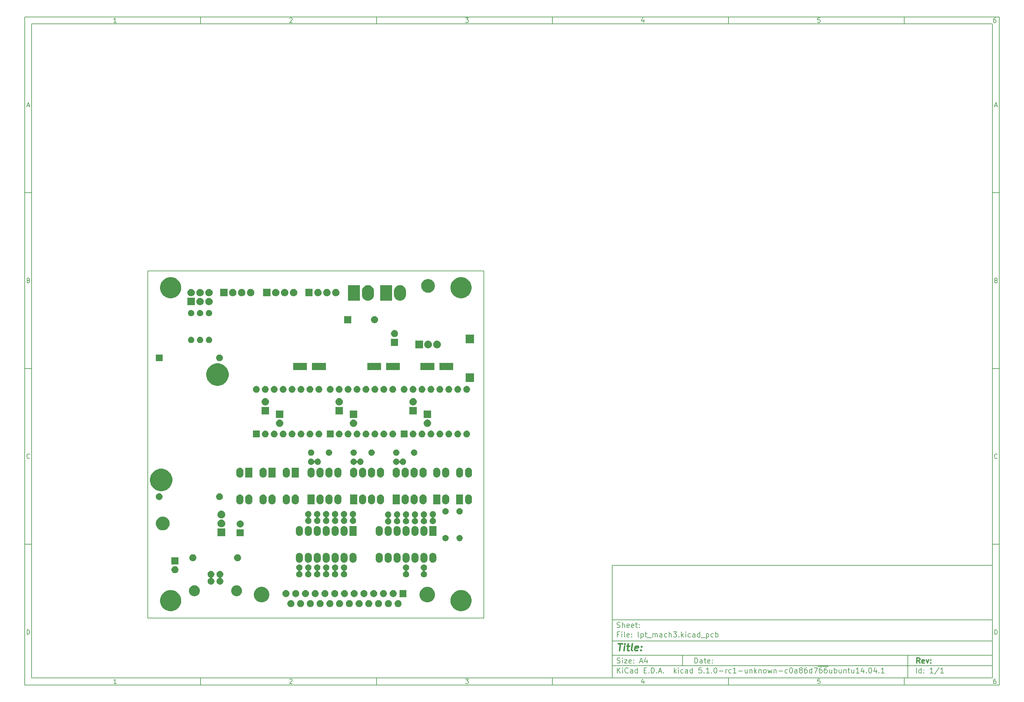
<source format=gts>
G04 #@! TF.GenerationSoftware,KiCad,Pcbnew,5.1.0-rc1-unknown-c0a86d7~66~ubuntu14.04.1*
G04 #@! TF.CreationDate,2019-02-13T06:07:19+01:00
G04 #@! TF.ProjectId,lpt_mach3,6c70745f-6d61-4636-9833-2e6b69636164,rev?*
G04 #@! TF.SameCoordinates,Original*
G04 #@! TF.FileFunction,Soldermask,Top*
G04 #@! TF.FilePolarity,Negative*
%FSLAX46Y46*%
G04 Gerber Fmt 4.6, Leading zero omitted, Abs format (unit mm)*
G04 Created by KiCad (PCBNEW 5.1.0-rc1-unknown-c0a86d7~66~ubuntu14.04.1) date 2019-02-13 06:07:19*
%MOMM*%
%LPD*%
G04 APERTURE LIST*
%ADD10C,0.100000*%
%ADD11C,0.150000*%
%ADD12C,0.300000*%
%ADD13C,0.400000*%
G04 APERTURE END LIST*
D10*
D11*
X177002200Y-166007200D02*
X177002200Y-198007200D01*
X285002200Y-198007200D01*
X285002200Y-166007200D01*
X177002200Y-166007200D01*
D10*
D11*
X10000000Y-10000000D02*
X10000000Y-200007200D01*
X287002200Y-200007200D01*
X287002200Y-10000000D01*
X10000000Y-10000000D01*
D10*
D11*
X12000000Y-12000000D02*
X12000000Y-198007200D01*
X285002200Y-198007200D01*
X285002200Y-12000000D01*
X12000000Y-12000000D01*
D10*
D11*
X60000000Y-12000000D02*
X60000000Y-10000000D01*
D10*
D11*
X110000000Y-12000000D02*
X110000000Y-10000000D01*
D10*
D11*
X160000000Y-12000000D02*
X160000000Y-10000000D01*
D10*
D11*
X210000000Y-12000000D02*
X210000000Y-10000000D01*
D10*
D11*
X260000000Y-12000000D02*
X260000000Y-10000000D01*
D10*
D11*
X36065476Y-11588095D02*
X35322619Y-11588095D01*
X35694047Y-11588095D02*
X35694047Y-10288095D01*
X35570238Y-10473809D01*
X35446428Y-10597619D01*
X35322619Y-10659523D01*
D10*
D11*
X85322619Y-10411904D02*
X85384523Y-10350000D01*
X85508333Y-10288095D01*
X85817857Y-10288095D01*
X85941666Y-10350000D01*
X86003571Y-10411904D01*
X86065476Y-10535714D01*
X86065476Y-10659523D01*
X86003571Y-10845238D01*
X85260714Y-11588095D01*
X86065476Y-11588095D01*
D10*
D11*
X135260714Y-10288095D02*
X136065476Y-10288095D01*
X135632142Y-10783333D01*
X135817857Y-10783333D01*
X135941666Y-10845238D01*
X136003571Y-10907142D01*
X136065476Y-11030952D01*
X136065476Y-11340476D01*
X136003571Y-11464285D01*
X135941666Y-11526190D01*
X135817857Y-11588095D01*
X135446428Y-11588095D01*
X135322619Y-11526190D01*
X135260714Y-11464285D01*
D10*
D11*
X185941666Y-10721428D02*
X185941666Y-11588095D01*
X185632142Y-10226190D02*
X185322619Y-11154761D01*
X186127380Y-11154761D01*
D10*
D11*
X236003571Y-10288095D02*
X235384523Y-10288095D01*
X235322619Y-10907142D01*
X235384523Y-10845238D01*
X235508333Y-10783333D01*
X235817857Y-10783333D01*
X235941666Y-10845238D01*
X236003571Y-10907142D01*
X236065476Y-11030952D01*
X236065476Y-11340476D01*
X236003571Y-11464285D01*
X235941666Y-11526190D01*
X235817857Y-11588095D01*
X235508333Y-11588095D01*
X235384523Y-11526190D01*
X235322619Y-11464285D01*
D10*
D11*
X285941666Y-10288095D02*
X285694047Y-10288095D01*
X285570238Y-10350000D01*
X285508333Y-10411904D01*
X285384523Y-10597619D01*
X285322619Y-10845238D01*
X285322619Y-11340476D01*
X285384523Y-11464285D01*
X285446428Y-11526190D01*
X285570238Y-11588095D01*
X285817857Y-11588095D01*
X285941666Y-11526190D01*
X286003571Y-11464285D01*
X286065476Y-11340476D01*
X286065476Y-11030952D01*
X286003571Y-10907142D01*
X285941666Y-10845238D01*
X285817857Y-10783333D01*
X285570238Y-10783333D01*
X285446428Y-10845238D01*
X285384523Y-10907142D01*
X285322619Y-11030952D01*
D10*
D11*
X60000000Y-198007200D02*
X60000000Y-200007200D01*
D10*
D11*
X110000000Y-198007200D02*
X110000000Y-200007200D01*
D10*
D11*
X160000000Y-198007200D02*
X160000000Y-200007200D01*
D10*
D11*
X210000000Y-198007200D02*
X210000000Y-200007200D01*
D10*
D11*
X260000000Y-198007200D02*
X260000000Y-200007200D01*
D10*
D11*
X36065476Y-199595295D02*
X35322619Y-199595295D01*
X35694047Y-199595295D02*
X35694047Y-198295295D01*
X35570238Y-198481009D01*
X35446428Y-198604819D01*
X35322619Y-198666723D01*
D10*
D11*
X85322619Y-198419104D02*
X85384523Y-198357200D01*
X85508333Y-198295295D01*
X85817857Y-198295295D01*
X85941666Y-198357200D01*
X86003571Y-198419104D01*
X86065476Y-198542914D01*
X86065476Y-198666723D01*
X86003571Y-198852438D01*
X85260714Y-199595295D01*
X86065476Y-199595295D01*
D10*
D11*
X135260714Y-198295295D02*
X136065476Y-198295295D01*
X135632142Y-198790533D01*
X135817857Y-198790533D01*
X135941666Y-198852438D01*
X136003571Y-198914342D01*
X136065476Y-199038152D01*
X136065476Y-199347676D01*
X136003571Y-199471485D01*
X135941666Y-199533390D01*
X135817857Y-199595295D01*
X135446428Y-199595295D01*
X135322619Y-199533390D01*
X135260714Y-199471485D01*
D10*
D11*
X185941666Y-198728628D02*
X185941666Y-199595295D01*
X185632142Y-198233390D02*
X185322619Y-199161961D01*
X186127380Y-199161961D01*
D10*
D11*
X236003571Y-198295295D02*
X235384523Y-198295295D01*
X235322619Y-198914342D01*
X235384523Y-198852438D01*
X235508333Y-198790533D01*
X235817857Y-198790533D01*
X235941666Y-198852438D01*
X236003571Y-198914342D01*
X236065476Y-199038152D01*
X236065476Y-199347676D01*
X236003571Y-199471485D01*
X235941666Y-199533390D01*
X235817857Y-199595295D01*
X235508333Y-199595295D01*
X235384523Y-199533390D01*
X235322619Y-199471485D01*
D10*
D11*
X285941666Y-198295295D02*
X285694047Y-198295295D01*
X285570238Y-198357200D01*
X285508333Y-198419104D01*
X285384523Y-198604819D01*
X285322619Y-198852438D01*
X285322619Y-199347676D01*
X285384523Y-199471485D01*
X285446428Y-199533390D01*
X285570238Y-199595295D01*
X285817857Y-199595295D01*
X285941666Y-199533390D01*
X286003571Y-199471485D01*
X286065476Y-199347676D01*
X286065476Y-199038152D01*
X286003571Y-198914342D01*
X285941666Y-198852438D01*
X285817857Y-198790533D01*
X285570238Y-198790533D01*
X285446428Y-198852438D01*
X285384523Y-198914342D01*
X285322619Y-199038152D01*
D10*
D11*
X10000000Y-60000000D02*
X12000000Y-60000000D01*
D10*
D11*
X10000000Y-110000000D02*
X12000000Y-110000000D01*
D10*
D11*
X10000000Y-160000000D02*
X12000000Y-160000000D01*
D10*
D11*
X10690476Y-35216666D02*
X11309523Y-35216666D01*
X10566666Y-35588095D02*
X11000000Y-34288095D01*
X11433333Y-35588095D01*
D10*
D11*
X11092857Y-84907142D02*
X11278571Y-84969047D01*
X11340476Y-85030952D01*
X11402380Y-85154761D01*
X11402380Y-85340476D01*
X11340476Y-85464285D01*
X11278571Y-85526190D01*
X11154761Y-85588095D01*
X10659523Y-85588095D01*
X10659523Y-84288095D01*
X11092857Y-84288095D01*
X11216666Y-84350000D01*
X11278571Y-84411904D01*
X11340476Y-84535714D01*
X11340476Y-84659523D01*
X11278571Y-84783333D01*
X11216666Y-84845238D01*
X11092857Y-84907142D01*
X10659523Y-84907142D01*
D10*
D11*
X11402380Y-135464285D02*
X11340476Y-135526190D01*
X11154761Y-135588095D01*
X11030952Y-135588095D01*
X10845238Y-135526190D01*
X10721428Y-135402380D01*
X10659523Y-135278571D01*
X10597619Y-135030952D01*
X10597619Y-134845238D01*
X10659523Y-134597619D01*
X10721428Y-134473809D01*
X10845238Y-134350000D01*
X11030952Y-134288095D01*
X11154761Y-134288095D01*
X11340476Y-134350000D01*
X11402380Y-134411904D01*
D10*
D11*
X10659523Y-185588095D02*
X10659523Y-184288095D01*
X10969047Y-184288095D01*
X11154761Y-184350000D01*
X11278571Y-184473809D01*
X11340476Y-184597619D01*
X11402380Y-184845238D01*
X11402380Y-185030952D01*
X11340476Y-185278571D01*
X11278571Y-185402380D01*
X11154761Y-185526190D01*
X10969047Y-185588095D01*
X10659523Y-185588095D01*
D10*
D11*
X287002200Y-60000000D02*
X285002200Y-60000000D01*
D10*
D11*
X287002200Y-110000000D02*
X285002200Y-110000000D01*
D10*
D11*
X287002200Y-160000000D02*
X285002200Y-160000000D01*
D10*
D11*
X285692676Y-35216666D02*
X286311723Y-35216666D01*
X285568866Y-35588095D02*
X286002200Y-34288095D01*
X286435533Y-35588095D01*
D10*
D11*
X286095057Y-84907142D02*
X286280771Y-84969047D01*
X286342676Y-85030952D01*
X286404580Y-85154761D01*
X286404580Y-85340476D01*
X286342676Y-85464285D01*
X286280771Y-85526190D01*
X286156961Y-85588095D01*
X285661723Y-85588095D01*
X285661723Y-84288095D01*
X286095057Y-84288095D01*
X286218866Y-84350000D01*
X286280771Y-84411904D01*
X286342676Y-84535714D01*
X286342676Y-84659523D01*
X286280771Y-84783333D01*
X286218866Y-84845238D01*
X286095057Y-84907142D01*
X285661723Y-84907142D01*
D10*
D11*
X286404580Y-135464285D02*
X286342676Y-135526190D01*
X286156961Y-135588095D01*
X286033152Y-135588095D01*
X285847438Y-135526190D01*
X285723628Y-135402380D01*
X285661723Y-135278571D01*
X285599819Y-135030952D01*
X285599819Y-134845238D01*
X285661723Y-134597619D01*
X285723628Y-134473809D01*
X285847438Y-134350000D01*
X286033152Y-134288095D01*
X286156961Y-134288095D01*
X286342676Y-134350000D01*
X286404580Y-134411904D01*
D10*
D11*
X285661723Y-185588095D02*
X285661723Y-184288095D01*
X285971247Y-184288095D01*
X286156961Y-184350000D01*
X286280771Y-184473809D01*
X286342676Y-184597619D01*
X286404580Y-184845238D01*
X286404580Y-185030952D01*
X286342676Y-185278571D01*
X286280771Y-185402380D01*
X286156961Y-185526190D01*
X285971247Y-185588095D01*
X285661723Y-185588095D01*
D10*
D11*
X200434342Y-193785771D02*
X200434342Y-192285771D01*
X200791485Y-192285771D01*
X201005771Y-192357200D01*
X201148628Y-192500057D01*
X201220057Y-192642914D01*
X201291485Y-192928628D01*
X201291485Y-193142914D01*
X201220057Y-193428628D01*
X201148628Y-193571485D01*
X201005771Y-193714342D01*
X200791485Y-193785771D01*
X200434342Y-193785771D01*
X202577200Y-193785771D02*
X202577200Y-193000057D01*
X202505771Y-192857200D01*
X202362914Y-192785771D01*
X202077200Y-192785771D01*
X201934342Y-192857200D01*
X202577200Y-193714342D02*
X202434342Y-193785771D01*
X202077200Y-193785771D01*
X201934342Y-193714342D01*
X201862914Y-193571485D01*
X201862914Y-193428628D01*
X201934342Y-193285771D01*
X202077200Y-193214342D01*
X202434342Y-193214342D01*
X202577200Y-193142914D01*
X203077200Y-192785771D02*
X203648628Y-192785771D01*
X203291485Y-192285771D02*
X203291485Y-193571485D01*
X203362914Y-193714342D01*
X203505771Y-193785771D01*
X203648628Y-193785771D01*
X204720057Y-193714342D02*
X204577200Y-193785771D01*
X204291485Y-193785771D01*
X204148628Y-193714342D01*
X204077200Y-193571485D01*
X204077200Y-193000057D01*
X204148628Y-192857200D01*
X204291485Y-192785771D01*
X204577200Y-192785771D01*
X204720057Y-192857200D01*
X204791485Y-193000057D01*
X204791485Y-193142914D01*
X204077200Y-193285771D01*
X205434342Y-193642914D02*
X205505771Y-193714342D01*
X205434342Y-193785771D01*
X205362914Y-193714342D01*
X205434342Y-193642914D01*
X205434342Y-193785771D01*
X205434342Y-192857200D02*
X205505771Y-192928628D01*
X205434342Y-193000057D01*
X205362914Y-192928628D01*
X205434342Y-192857200D01*
X205434342Y-193000057D01*
D10*
D11*
X177002200Y-194507200D02*
X285002200Y-194507200D01*
D10*
D11*
X178434342Y-196585771D02*
X178434342Y-195085771D01*
X179291485Y-196585771D02*
X178648628Y-195728628D01*
X179291485Y-195085771D02*
X178434342Y-195942914D01*
X179934342Y-196585771D02*
X179934342Y-195585771D01*
X179934342Y-195085771D02*
X179862914Y-195157200D01*
X179934342Y-195228628D01*
X180005771Y-195157200D01*
X179934342Y-195085771D01*
X179934342Y-195228628D01*
X181505771Y-196442914D02*
X181434342Y-196514342D01*
X181220057Y-196585771D01*
X181077200Y-196585771D01*
X180862914Y-196514342D01*
X180720057Y-196371485D01*
X180648628Y-196228628D01*
X180577200Y-195942914D01*
X180577200Y-195728628D01*
X180648628Y-195442914D01*
X180720057Y-195300057D01*
X180862914Y-195157200D01*
X181077200Y-195085771D01*
X181220057Y-195085771D01*
X181434342Y-195157200D01*
X181505771Y-195228628D01*
X182791485Y-196585771D02*
X182791485Y-195800057D01*
X182720057Y-195657200D01*
X182577200Y-195585771D01*
X182291485Y-195585771D01*
X182148628Y-195657200D01*
X182791485Y-196514342D02*
X182648628Y-196585771D01*
X182291485Y-196585771D01*
X182148628Y-196514342D01*
X182077200Y-196371485D01*
X182077200Y-196228628D01*
X182148628Y-196085771D01*
X182291485Y-196014342D01*
X182648628Y-196014342D01*
X182791485Y-195942914D01*
X184148628Y-196585771D02*
X184148628Y-195085771D01*
X184148628Y-196514342D02*
X184005771Y-196585771D01*
X183720057Y-196585771D01*
X183577200Y-196514342D01*
X183505771Y-196442914D01*
X183434342Y-196300057D01*
X183434342Y-195871485D01*
X183505771Y-195728628D01*
X183577200Y-195657200D01*
X183720057Y-195585771D01*
X184005771Y-195585771D01*
X184148628Y-195657200D01*
X186005771Y-195800057D02*
X186505771Y-195800057D01*
X186720057Y-196585771D02*
X186005771Y-196585771D01*
X186005771Y-195085771D01*
X186720057Y-195085771D01*
X187362914Y-196442914D02*
X187434342Y-196514342D01*
X187362914Y-196585771D01*
X187291485Y-196514342D01*
X187362914Y-196442914D01*
X187362914Y-196585771D01*
X188077200Y-196585771D02*
X188077200Y-195085771D01*
X188434342Y-195085771D01*
X188648628Y-195157200D01*
X188791485Y-195300057D01*
X188862914Y-195442914D01*
X188934342Y-195728628D01*
X188934342Y-195942914D01*
X188862914Y-196228628D01*
X188791485Y-196371485D01*
X188648628Y-196514342D01*
X188434342Y-196585771D01*
X188077200Y-196585771D01*
X189577200Y-196442914D02*
X189648628Y-196514342D01*
X189577200Y-196585771D01*
X189505771Y-196514342D01*
X189577200Y-196442914D01*
X189577200Y-196585771D01*
X190220057Y-196157200D02*
X190934342Y-196157200D01*
X190077200Y-196585771D02*
X190577200Y-195085771D01*
X191077200Y-196585771D01*
X191577200Y-196442914D02*
X191648628Y-196514342D01*
X191577200Y-196585771D01*
X191505771Y-196514342D01*
X191577200Y-196442914D01*
X191577200Y-196585771D01*
X194577200Y-196585771D02*
X194577200Y-195085771D01*
X194720057Y-196014342D02*
X195148628Y-196585771D01*
X195148628Y-195585771D02*
X194577200Y-196157200D01*
X195791485Y-196585771D02*
X195791485Y-195585771D01*
X195791485Y-195085771D02*
X195720057Y-195157200D01*
X195791485Y-195228628D01*
X195862914Y-195157200D01*
X195791485Y-195085771D01*
X195791485Y-195228628D01*
X197148628Y-196514342D02*
X197005771Y-196585771D01*
X196720057Y-196585771D01*
X196577200Y-196514342D01*
X196505771Y-196442914D01*
X196434342Y-196300057D01*
X196434342Y-195871485D01*
X196505771Y-195728628D01*
X196577200Y-195657200D01*
X196720057Y-195585771D01*
X197005771Y-195585771D01*
X197148628Y-195657200D01*
X198434342Y-196585771D02*
X198434342Y-195800057D01*
X198362914Y-195657200D01*
X198220057Y-195585771D01*
X197934342Y-195585771D01*
X197791485Y-195657200D01*
X198434342Y-196514342D02*
X198291485Y-196585771D01*
X197934342Y-196585771D01*
X197791485Y-196514342D01*
X197720057Y-196371485D01*
X197720057Y-196228628D01*
X197791485Y-196085771D01*
X197934342Y-196014342D01*
X198291485Y-196014342D01*
X198434342Y-195942914D01*
X199791485Y-196585771D02*
X199791485Y-195085771D01*
X199791485Y-196514342D02*
X199648628Y-196585771D01*
X199362914Y-196585771D01*
X199220057Y-196514342D01*
X199148628Y-196442914D01*
X199077200Y-196300057D01*
X199077200Y-195871485D01*
X199148628Y-195728628D01*
X199220057Y-195657200D01*
X199362914Y-195585771D01*
X199648628Y-195585771D01*
X199791485Y-195657200D01*
X202362914Y-195085771D02*
X201648628Y-195085771D01*
X201577200Y-195800057D01*
X201648628Y-195728628D01*
X201791485Y-195657200D01*
X202148628Y-195657200D01*
X202291485Y-195728628D01*
X202362914Y-195800057D01*
X202434342Y-195942914D01*
X202434342Y-196300057D01*
X202362914Y-196442914D01*
X202291485Y-196514342D01*
X202148628Y-196585771D01*
X201791485Y-196585771D01*
X201648628Y-196514342D01*
X201577200Y-196442914D01*
X203077200Y-196442914D02*
X203148628Y-196514342D01*
X203077200Y-196585771D01*
X203005771Y-196514342D01*
X203077200Y-196442914D01*
X203077200Y-196585771D01*
X204577200Y-196585771D02*
X203720057Y-196585771D01*
X204148628Y-196585771D02*
X204148628Y-195085771D01*
X204005771Y-195300057D01*
X203862914Y-195442914D01*
X203720057Y-195514342D01*
X205220057Y-196442914D02*
X205291485Y-196514342D01*
X205220057Y-196585771D01*
X205148628Y-196514342D01*
X205220057Y-196442914D01*
X205220057Y-196585771D01*
X206220057Y-195085771D02*
X206362914Y-195085771D01*
X206505771Y-195157200D01*
X206577200Y-195228628D01*
X206648628Y-195371485D01*
X206720057Y-195657200D01*
X206720057Y-196014342D01*
X206648628Y-196300057D01*
X206577200Y-196442914D01*
X206505771Y-196514342D01*
X206362914Y-196585771D01*
X206220057Y-196585771D01*
X206077200Y-196514342D01*
X206005771Y-196442914D01*
X205934342Y-196300057D01*
X205862914Y-196014342D01*
X205862914Y-195657200D01*
X205934342Y-195371485D01*
X206005771Y-195228628D01*
X206077200Y-195157200D01*
X206220057Y-195085771D01*
X207362914Y-196014342D02*
X208505771Y-196014342D01*
X209220057Y-196585771D02*
X209220057Y-195585771D01*
X209220057Y-195871485D02*
X209291485Y-195728628D01*
X209362914Y-195657200D01*
X209505771Y-195585771D01*
X209648628Y-195585771D01*
X210791485Y-196514342D02*
X210648628Y-196585771D01*
X210362914Y-196585771D01*
X210220057Y-196514342D01*
X210148628Y-196442914D01*
X210077200Y-196300057D01*
X210077200Y-195871485D01*
X210148628Y-195728628D01*
X210220057Y-195657200D01*
X210362914Y-195585771D01*
X210648628Y-195585771D01*
X210791485Y-195657200D01*
X212220057Y-196585771D02*
X211362914Y-196585771D01*
X211791485Y-196585771D02*
X211791485Y-195085771D01*
X211648628Y-195300057D01*
X211505771Y-195442914D01*
X211362914Y-195514342D01*
X212862914Y-196014342D02*
X214005771Y-196014342D01*
X215362914Y-195585771D02*
X215362914Y-196585771D01*
X214720057Y-195585771D02*
X214720057Y-196371485D01*
X214791485Y-196514342D01*
X214934342Y-196585771D01*
X215148628Y-196585771D01*
X215291485Y-196514342D01*
X215362914Y-196442914D01*
X216077200Y-195585771D02*
X216077200Y-196585771D01*
X216077200Y-195728628D02*
X216148628Y-195657200D01*
X216291485Y-195585771D01*
X216505771Y-195585771D01*
X216648628Y-195657200D01*
X216720057Y-195800057D01*
X216720057Y-196585771D01*
X217434342Y-196585771D02*
X217434342Y-195085771D01*
X217577200Y-196014342D02*
X218005771Y-196585771D01*
X218005771Y-195585771D02*
X217434342Y-196157200D01*
X218648628Y-195585771D02*
X218648628Y-196585771D01*
X218648628Y-195728628D02*
X218720057Y-195657200D01*
X218862914Y-195585771D01*
X219077200Y-195585771D01*
X219220057Y-195657200D01*
X219291485Y-195800057D01*
X219291485Y-196585771D01*
X220220057Y-196585771D02*
X220077200Y-196514342D01*
X220005771Y-196442914D01*
X219934342Y-196300057D01*
X219934342Y-195871485D01*
X220005771Y-195728628D01*
X220077200Y-195657200D01*
X220220057Y-195585771D01*
X220434342Y-195585771D01*
X220577200Y-195657200D01*
X220648628Y-195728628D01*
X220720057Y-195871485D01*
X220720057Y-196300057D01*
X220648628Y-196442914D01*
X220577200Y-196514342D01*
X220434342Y-196585771D01*
X220220057Y-196585771D01*
X221220057Y-195585771D02*
X221505771Y-196585771D01*
X221791485Y-195871485D01*
X222077200Y-196585771D01*
X222362914Y-195585771D01*
X222934342Y-195585771D02*
X222934342Y-196585771D01*
X222934342Y-195728628D02*
X223005771Y-195657200D01*
X223148628Y-195585771D01*
X223362914Y-195585771D01*
X223505771Y-195657200D01*
X223577200Y-195800057D01*
X223577200Y-196585771D01*
X224291485Y-196014342D02*
X225434342Y-196014342D01*
X226791485Y-196514342D02*
X226648628Y-196585771D01*
X226362914Y-196585771D01*
X226220057Y-196514342D01*
X226148628Y-196442914D01*
X226077200Y-196300057D01*
X226077200Y-195871485D01*
X226148628Y-195728628D01*
X226220057Y-195657200D01*
X226362914Y-195585771D01*
X226648628Y-195585771D01*
X226791485Y-195657200D01*
X227720057Y-195085771D02*
X227862914Y-195085771D01*
X228005771Y-195157200D01*
X228077200Y-195228628D01*
X228148628Y-195371485D01*
X228220057Y-195657200D01*
X228220057Y-196014342D01*
X228148628Y-196300057D01*
X228077200Y-196442914D01*
X228005771Y-196514342D01*
X227862914Y-196585771D01*
X227720057Y-196585771D01*
X227577200Y-196514342D01*
X227505771Y-196442914D01*
X227434342Y-196300057D01*
X227362914Y-196014342D01*
X227362914Y-195657200D01*
X227434342Y-195371485D01*
X227505771Y-195228628D01*
X227577200Y-195157200D01*
X227720057Y-195085771D01*
X229505771Y-196585771D02*
X229505771Y-195800057D01*
X229434342Y-195657200D01*
X229291485Y-195585771D01*
X229005771Y-195585771D01*
X228862914Y-195657200D01*
X229505771Y-196514342D02*
X229362914Y-196585771D01*
X229005771Y-196585771D01*
X228862914Y-196514342D01*
X228791485Y-196371485D01*
X228791485Y-196228628D01*
X228862914Y-196085771D01*
X229005771Y-196014342D01*
X229362914Y-196014342D01*
X229505771Y-195942914D01*
X230434342Y-195728628D02*
X230291485Y-195657200D01*
X230220057Y-195585771D01*
X230148628Y-195442914D01*
X230148628Y-195371485D01*
X230220057Y-195228628D01*
X230291485Y-195157200D01*
X230434342Y-195085771D01*
X230720057Y-195085771D01*
X230862914Y-195157200D01*
X230934342Y-195228628D01*
X231005771Y-195371485D01*
X231005771Y-195442914D01*
X230934342Y-195585771D01*
X230862914Y-195657200D01*
X230720057Y-195728628D01*
X230434342Y-195728628D01*
X230291485Y-195800057D01*
X230220057Y-195871485D01*
X230148628Y-196014342D01*
X230148628Y-196300057D01*
X230220057Y-196442914D01*
X230291485Y-196514342D01*
X230434342Y-196585771D01*
X230720057Y-196585771D01*
X230862914Y-196514342D01*
X230934342Y-196442914D01*
X231005771Y-196300057D01*
X231005771Y-196014342D01*
X230934342Y-195871485D01*
X230862914Y-195800057D01*
X230720057Y-195728628D01*
X232291485Y-195085771D02*
X232005771Y-195085771D01*
X231862914Y-195157200D01*
X231791485Y-195228628D01*
X231648628Y-195442914D01*
X231577200Y-195728628D01*
X231577200Y-196300057D01*
X231648628Y-196442914D01*
X231720057Y-196514342D01*
X231862914Y-196585771D01*
X232148628Y-196585771D01*
X232291485Y-196514342D01*
X232362914Y-196442914D01*
X232434342Y-196300057D01*
X232434342Y-195942914D01*
X232362914Y-195800057D01*
X232291485Y-195728628D01*
X232148628Y-195657200D01*
X231862914Y-195657200D01*
X231720057Y-195728628D01*
X231648628Y-195800057D01*
X231577200Y-195942914D01*
X233720057Y-196585771D02*
X233720057Y-195085771D01*
X233720057Y-196514342D02*
X233577200Y-196585771D01*
X233291485Y-196585771D01*
X233148628Y-196514342D01*
X233077200Y-196442914D01*
X233005771Y-196300057D01*
X233005771Y-195871485D01*
X233077200Y-195728628D01*
X233148628Y-195657200D01*
X233291485Y-195585771D01*
X233577200Y-195585771D01*
X233720057Y-195657200D01*
X234291485Y-195085771D02*
X235291485Y-195085771D01*
X234648628Y-196585771D01*
X235505771Y-194677200D02*
X236934342Y-194677200D01*
X236505771Y-195085771D02*
X236220057Y-195085771D01*
X236077200Y-195157200D01*
X236005771Y-195228628D01*
X235862914Y-195442914D01*
X235791485Y-195728628D01*
X235791485Y-196300057D01*
X235862914Y-196442914D01*
X235934342Y-196514342D01*
X236077200Y-196585771D01*
X236362914Y-196585771D01*
X236505771Y-196514342D01*
X236577200Y-196442914D01*
X236648628Y-196300057D01*
X236648628Y-195942914D01*
X236577200Y-195800057D01*
X236505771Y-195728628D01*
X236362914Y-195657200D01*
X236077200Y-195657200D01*
X235934342Y-195728628D01*
X235862914Y-195800057D01*
X235791485Y-195942914D01*
X236934342Y-194677200D02*
X238362914Y-194677200D01*
X237934342Y-195085771D02*
X237648628Y-195085771D01*
X237505771Y-195157200D01*
X237434342Y-195228628D01*
X237291485Y-195442914D01*
X237220057Y-195728628D01*
X237220057Y-196300057D01*
X237291485Y-196442914D01*
X237362914Y-196514342D01*
X237505771Y-196585771D01*
X237791485Y-196585771D01*
X237934342Y-196514342D01*
X238005771Y-196442914D01*
X238077200Y-196300057D01*
X238077200Y-195942914D01*
X238005771Y-195800057D01*
X237934342Y-195728628D01*
X237791485Y-195657200D01*
X237505771Y-195657200D01*
X237362914Y-195728628D01*
X237291485Y-195800057D01*
X237220057Y-195942914D01*
X239362914Y-195585771D02*
X239362914Y-196585771D01*
X238720057Y-195585771D02*
X238720057Y-196371485D01*
X238791485Y-196514342D01*
X238934342Y-196585771D01*
X239148628Y-196585771D01*
X239291485Y-196514342D01*
X239362914Y-196442914D01*
X240077200Y-196585771D02*
X240077200Y-195085771D01*
X240077200Y-195657200D02*
X240220057Y-195585771D01*
X240505771Y-195585771D01*
X240648628Y-195657200D01*
X240720057Y-195728628D01*
X240791485Y-195871485D01*
X240791485Y-196300057D01*
X240720057Y-196442914D01*
X240648628Y-196514342D01*
X240505771Y-196585771D01*
X240220057Y-196585771D01*
X240077200Y-196514342D01*
X242077200Y-195585771D02*
X242077200Y-196585771D01*
X241434342Y-195585771D02*
X241434342Y-196371485D01*
X241505771Y-196514342D01*
X241648628Y-196585771D01*
X241862914Y-196585771D01*
X242005771Y-196514342D01*
X242077200Y-196442914D01*
X242791485Y-195585771D02*
X242791485Y-196585771D01*
X242791485Y-195728628D02*
X242862914Y-195657200D01*
X243005771Y-195585771D01*
X243220057Y-195585771D01*
X243362914Y-195657200D01*
X243434342Y-195800057D01*
X243434342Y-196585771D01*
X243934342Y-195585771D02*
X244505771Y-195585771D01*
X244148628Y-195085771D02*
X244148628Y-196371485D01*
X244220057Y-196514342D01*
X244362914Y-196585771D01*
X244505771Y-196585771D01*
X245648628Y-195585771D02*
X245648628Y-196585771D01*
X245005771Y-195585771D02*
X245005771Y-196371485D01*
X245077200Y-196514342D01*
X245220057Y-196585771D01*
X245434342Y-196585771D01*
X245577200Y-196514342D01*
X245648628Y-196442914D01*
X247148628Y-196585771D02*
X246291485Y-196585771D01*
X246720057Y-196585771D02*
X246720057Y-195085771D01*
X246577200Y-195300057D01*
X246434342Y-195442914D01*
X246291485Y-195514342D01*
X248434342Y-195585771D02*
X248434342Y-196585771D01*
X248077200Y-195014342D02*
X247720057Y-196085771D01*
X248648628Y-196085771D01*
X249220057Y-196442914D02*
X249291485Y-196514342D01*
X249220057Y-196585771D01*
X249148628Y-196514342D01*
X249220057Y-196442914D01*
X249220057Y-196585771D01*
X250220057Y-195085771D02*
X250362914Y-195085771D01*
X250505771Y-195157200D01*
X250577200Y-195228628D01*
X250648628Y-195371485D01*
X250720057Y-195657200D01*
X250720057Y-196014342D01*
X250648628Y-196300057D01*
X250577200Y-196442914D01*
X250505771Y-196514342D01*
X250362914Y-196585771D01*
X250220057Y-196585771D01*
X250077200Y-196514342D01*
X250005771Y-196442914D01*
X249934342Y-196300057D01*
X249862914Y-196014342D01*
X249862914Y-195657200D01*
X249934342Y-195371485D01*
X250005771Y-195228628D01*
X250077200Y-195157200D01*
X250220057Y-195085771D01*
X252005771Y-195585771D02*
X252005771Y-196585771D01*
X251648628Y-195014342D02*
X251291485Y-196085771D01*
X252220057Y-196085771D01*
X252791485Y-196442914D02*
X252862914Y-196514342D01*
X252791485Y-196585771D01*
X252720057Y-196514342D01*
X252791485Y-196442914D01*
X252791485Y-196585771D01*
X254291485Y-196585771D02*
X253434342Y-196585771D01*
X253862914Y-196585771D02*
X253862914Y-195085771D01*
X253720057Y-195300057D01*
X253577200Y-195442914D01*
X253434342Y-195514342D01*
D10*
D11*
X177002200Y-191507200D02*
X285002200Y-191507200D01*
D10*
D12*
X264411485Y-193785771D02*
X263911485Y-193071485D01*
X263554342Y-193785771D02*
X263554342Y-192285771D01*
X264125771Y-192285771D01*
X264268628Y-192357200D01*
X264340057Y-192428628D01*
X264411485Y-192571485D01*
X264411485Y-192785771D01*
X264340057Y-192928628D01*
X264268628Y-193000057D01*
X264125771Y-193071485D01*
X263554342Y-193071485D01*
X265625771Y-193714342D02*
X265482914Y-193785771D01*
X265197200Y-193785771D01*
X265054342Y-193714342D01*
X264982914Y-193571485D01*
X264982914Y-193000057D01*
X265054342Y-192857200D01*
X265197200Y-192785771D01*
X265482914Y-192785771D01*
X265625771Y-192857200D01*
X265697200Y-193000057D01*
X265697200Y-193142914D01*
X264982914Y-193285771D01*
X266197200Y-192785771D02*
X266554342Y-193785771D01*
X266911485Y-192785771D01*
X267482914Y-193642914D02*
X267554342Y-193714342D01*
X267482914Y-193785771D01*
X267411485Y-193714342D01*
X267482914Y-193642914D01*
X267482914Y-193785771D01*
X267482914Y-192857200D02*
X267554342Y-192928628D01*
X267482914Y-193000057D01*
X267411485Y-192928628D01*
X267482914Y-192857200D01*
X267482914Y-193000057D01*
D10*
D11*
X178362914Y-193714342D02*
X178577200Y-193785771D01*
X178934342Y-193785771D01*
X179077200Y-193714342D01*
X179148628Y-193642914D01*
X179220057Y-193500057D01*
X179220057Y-193357200D01*
X179148628Y-193214342D01*
X179077200Y-193142914D01*
X178934342Y-193071485D01*
X178648628Y-193000057D01*
X178505771Y-192928628D01*
X178434342Y-192857200D01*
X178362914Y-192714342D01*
X178362914Y-192571485D01*
X178434342Y-192428628D01*
X178505771Y-192357200D01*
X178648628Y-192285771D01*
X179005771Y-192285771D01*
X179220057Y-192357200D01*
X179862914Y-193785771D02*
X179862914Y-192785771D01*
X179862914Y-192285771D02*
X179791485Y-192357200D01*
X179862914Y-192428628D01*
X179934342Y-192357200D01*
X179862914Y-192285771D01*
X179862914Y-192428628D01*
X180434342Y-192785771D02*
X181220057Y-192785771D01*
X180434342Y-193785771D01*
X181220057Y-193785771D01*
X182362914Y-193714342D02*
X182220057Y-193785771D01*
X181934342Y-193785771D01*
X181791485Y-193714342D01*
X181720057Y-193571485D01*
X181720057Y-193000057D01*
X181791485Y-192857200D01*
X181934342Y-192785771D01*
X182220057Y-192785771D01*
X182362914Y-192857200D01*
X182434342Y-193000057D01*
X182434342Y-193142914D01*
X181720057Y-193285771D01*
X183077200Y-193642914D02*
X183148628Y-193714342D01*
X183077200Y-193785771D01*
X183005771Y-193714342D01*
X183077200Y-193642914D01*
X183077200Y-193785771D01*
X183077200Y-192857200D02*
X183148628Y-192928628D01*
X183077200Y-193000057D01*
X183005771Y-192928628D01*
X183077200Y-192857200D01*
X183077200Y-193000057D01*
X184862914Y-193357200D02*
X185577200Y-193357200D01*
X184720057Y-193785771D02*
X185220057Y-192285771D01*
X185720057Y-193785771D01*
X186862914Y-192785771D02*
X186862914Y-193785771D01*
X186505771Y-192214342D02*
X186148628Y-193285771D01*
X187077200Y-193285771D01*
D10*
D11*
X263434342Y-196585771D02*
X263434342Y-195085771D01*
X264791485Y-196585771D02*
X264791485Y-195085771D01*
X264791485Y-196514342D02*
X264648628Y-196585771D01*
X264362914Y-196585771D01*
X264220057Y-196514342D01*
X264148628Y-196442914D01*
X264077200Y-196300057D01*
X264077200Y-195871485D01*
X264148628Y-195728628D01*
X264220057Y-195657200D01*
X264362914Y-195585771D01*
X264648628Y-195585771D01*
X264791485Y-195657200D01*
X265505771Y-196442914D02*
X265577200Y-196514342D01*
X265505771Y-196585771D01*
X265434342Y-196514342D01*
X265505771Y-196442914D01*
X265505771Y-196585771D01*
X265505771Y-195657200D02*
X265577200Y-195728628D01*
X265505771Y-195800057D01*
X265434342Y-195728628D01*
X265505771Y-195657200D01*
X265505771Y-195800057D01*
X268148628Y-196585771D02*
X267291485Y-196585771D01*
X267720057Y-196585771D02*
X267720057Y-195085771D01*
X267577200Y-195300057D01*
X267434342Y-195442914D01*
X267291485Y-195514342D01*
X269862914Y-195014342D02*
X268577200Y-196942914D01*
X271148628Y-196585771D02*
X270291485Y-196585771D01*
X270720057Y-196585771D02*
X270720057Y-195085771D01*
X270577200Y-195300057D01*
X270434342Y-195442914D01*
X270291485Y-195514342D01*
D10*
D11*
X177002200Y-187507200D02*
X285002200Y-187507200D01*
D10*
D13*
X178714580Y-188211961D02*
X179857438Y-188211961D01*
X179036009Y-190211961D02*
X179286009Y-188211961D01*
X180274104Y-190211961D02*
X180440771Y-188878628D01*
X180524104Y-188211961D02*
X180416961Y-188307200D01*
X180500295Y-188402438D01*
X180607438Y-188307200D01*
X180524104Y-188211961D01*
X180500295Y-188402438D01*
X181107438Y-188878628D02*
X181869342Y-188878628D01*
X181476485Y-188211961D02*
X181262200Y-189926247D01*
X181333628Y-190116723D01*
X181512200Y-190211961D01*
X181702676Y-190211961D01*
X182655057Y-190211961D02*
X182476485Y-190116723D01*
X182405057Y-189926247D01*
X182619342Y-188211961D01*
X184190771Y-190116723D02*
X183988390Y-190211961D01*
X183607438Y-190211961D01*
X183428866Y-190116723D01*
X183357438Y-189926247D01*
X183452676Y-189164342D01*
X183571723Y-188973866D01*
X183774104Y-188878628D01*
X184155057Y-188878628D01*
X184333628Y-188973866D01*
X184405057Y-189164342D01*
X184381247Y-189354819D01*
X183405057Y-189545295D01*
X185155057Y-190021485D02*
X185238390Y-190116723D01*
X185131247Y-190211961D01*
X185047914Y-190116723D01*
X185155057Y-190021485D01*
X185131247Y-190211961D01*
X185286009Y-188973866D02*
X185369342Y-189069104D01*
X185262200Y-189164342D01*
X185178866Y-189069104D01*
X185286009Y-188973866D01*
X185262200Y-189164342D01*
D10*
D11*
X178934342Y-185600057D02*
X178434342Y-185600057D01*
X178434342Y-186385771D02*
X178434342Y-184885771D01*
X179148628Y-184885771D01*
X179720057Y-186385771D02*
X179720057Y-185385771D01*
X179720057Y-184885771D02*
X179648628Y-184957200D01*
X179720057Y-185028628D01*
X179791485Y-184957200D01*
X179720057Y-184885771D01*
X179720057Y-185028628D01*
X180648628Y-186385771D02*
X180505771Y-186314342D01*
X180434342Y-186171485D01*
X180434342Y-184885771D01*
X181791485Y-186314342D02*
X181648628Y-186385771D01*
X181362914Y-186385771D01*
X181220057Y-186314342D01*
X181148628Y-186171485D01*
X181148628Y-185600057D01*
X181220057Y-185457200D01*
X181362914Y-185385771D01*
X181648628Y-185385771D01*
X181791485Y-185457200D01*
X181862914Y-185600057D01*
X181862914Y-185742914D01*
X181148628Y-185885771D01*
X182505771Y-186242914D02*
X182577200Y-186314342D01*
X182505771Y-186385771D01*
X182434342Y-186314342D01*
X182505771Y-186242914D01*
X182505771Y-186385771D01*
X182505771Y-185457200D02*
X182577200Y-185528628D01*
X182505771Y-185600057D01*
X182434342Y-185528628D01*
X182505771Y-185457200D01*
X182505771Y-185600057D01*
X184577200Y-186385771D02*
X184434342Y-186314342D01*
X184362914Y-186171485D01*
X184362914Y-184885771D01*
X185148628Y-185385771D02*
X185148628Y-186885771D01*
X185148628Y-185457200D02*
X185291485Y-185385771D01*
X185577200Y-185385771D01*
X185720057Y-185457200D01*
X185791485Y-185528628D01*
X185862914Y-185671485D01*
X185862914Y-186100057D01*
X185791485Y-186242914D01*
X185720057Y-186314342D01*
X185577200Y-186385771D01*
X185291485Y-186385771D01*
X185148628Y-186314342D01*
X186291485Y-185385771D02*
X186862914Y-185385771D01*
X186505771Y-184885771D02*
X186505771Y-186171485D01*
X186577200Y-186314342D01*
X186720057Y-186385771D01*
X186862914Y-186385771D01*
X187005771Y-186528628D02*
X188148628Y-186528628D01*
X188505771Y-186385771D02*
X188505771Y-185385771D01*
X188505771Y-185528628D02*
X188577200Y-185457200D01*
X188720057Y-185385771D01*
X188934342Y-185385771D01*
X189077200Y-185457200D01*
X189148628Y-185600057D01*
X189148628Y-186385771D01*
X189148628Y-185600057D02*
X189220057Y-185457200D01*
X189362914Y-185385771D01*
X189577200Y-185385771D01*
X189720057Y-185457200D01*
X189791485Y-185600057D01*
X189791485Y-186385771D01*
X191148628Y-186385771D02*
X191148628Y-185600057D01*
X191077200Y-185457200D01*
X190934342Y-185385771D01*
X190648628Y-185385771D01*
X190505771Y-185457200D01*
X191148628Y-186314342D02*
X191005771Y-186385771D01*
X190648628Y-186385771D01*
X190505771Y-186314342D01*
X190434342Y-186171485D01*
X190434342Y-186028628D01*
X190505771Y-185885771D01*
X190648628Y-185814342D01*
X191005771Y-185814342D01*
X191148628Y-185742914D01*
X192505771Y-186314342D02*
X192362914Y-186385771D01*
X192077200Y-186385771D01*
X191934342Y-186314342D01*
X191862914Y-186242914D01*
X191791485Y-186100057D01*
X191791485Y-185671485D01*
X191862914Y-185528628D01*
X191934342Y-185457200D01*
X192077200Y-185385771D01*
X192362914Y-185385771D01*
X192505771Y-185457200D01*
X193148628Y-186385771D02*
X193148628Y-184885771D01*
X193791485Y-186385771D02*
X193791485Y-185600057D01*
X193720057Y-185457200D01*
X193577200Y-185385771D01*
X193362914Y-185385771D01*
X193220057Y-185457200D01*
X193148628Y-185528628D01*
X194362914Y-184885771D02*
X195291485Y-184885771D01*
X194791485Y-185457200D01*
X195005771Y-185457200D01*
X195148628Y-185528628D01*
X195220057Y-185600057D01*
X195291485Y-185742914D01*
X195291485Y-186100057D01*
X195220057Y-186242914D01*
X195148628Y-186314342D01*
X195005771Y-186385771D01*
X194577200Y-186385771D01*
X194434342Y-186314342D01*
X194362914Y-186242914D01*
X195934342Y-186242914D02*
X196005771Y-186314342D01*
X195934342Y-186385771D01*
X195862914Y-186314342D01*
X195934342Y-186242914D01*
X195934342Y-186385771D01*
X196648628Y-186385771D02*
X196648628Y-184885771D01*
X196791485Y-185814342D02*
X197220057Y-186385771D01*
X197220057Y-185385771D02*
X196648628Y-185957200D01*
X197862914Y-186385771D02*
X197862914Y-185385771D01*
X197862914Y-184885771D02*
X197791485Y-184957200D01*
X197862914Y-185028628D01*
X197934342Y-184957200D01*
X197862914Y-184885771D01*
X197862914Y-185028628D01*
X199220057Y-186314342D02*
X199077200Y-186385771D01*
X198791485Y-186385771D01*
X198648628Y-186314342D01*
X198577200Y-186242914D01*
X198505771Y-186100057D01*
X198505771Y-185671485D01*
X198577200Y-185528628D01*
X198648628Y-185457200D01*
X198791485Y-185385771D01*
X199077200Y-185385771D01*
X199220057Y-185457200D01*
X200505771Y-186385771D02*
X200505771Y-185600057D01*
X200434342Y-185457200D01*
X200291485Y-185385771D01*
X200005771Y-185385771D01*
X199862914Y-185457200D01*
X200505771Y-186314342D02*
X200362914Y-186385771D01*
X200005771Y-186385771D01*
X199862914Y-186314342D01*
X199791485Y-186171485D01*
X199791485Y-186028628D01*
X199862914Y-185885771D01*
X200005771Y-185814342D01*
X200362914Y-185814342D01*
X200505771Y-185742914D01*
X201862914Y-186385771D02*
X201862914Y-184885771D01*
X201862914Y-186314342D02*
X201720057Y-186385771D01*
X201434342Y-186385771D01*
X201291485Y-186314342D01*
X201220057Y-186242914D01*
X201148628Y-186100057D01*
X201148628Y-185671485D01*
X201220057Y-185528628D01*
X201291485Y-185457200D01*
X201434342Y-185385771D01*
X201720057Y-185385771D01*
X201862914Y-185457200D01*
X202220057Y-186528628D02*
X203362914Y-186528628D01*
X203720057Y-185385771D02*
X203720057Y-186885771D01*
X203720057Y-185457200D02*
X203862914Y-185385771D01*
X204148628Y-185385771D01*
X204291485Y-185457200D01*
X204362914Y-185528628D01*
X204434342Y-185671485D01*
X204434342Y-186100057D01*
X204362914Y-186242914D01*
X204291485Y-186314342D01*
X204148628Y-186385771D01*
X203862914Y-186385771D01*
X203720057Y-186314342D01*
X205720057Y-186314342D02*
X205577200Y-186385771D01*
X205291485Y-186385771D01*
X205148628Y-186314342D01*
X205077200Y-186242914D01*
X205005771Y-186100057D01*
X205005771Y-185671485D01*
X205077200Y-185528628D01*
X205148628Y-185457200D01*
X205291485Y-185385771D01*
X205577200Y-185385771D01*
X205720057Y-185457200D01*
X206362914Y-186385771D02*
X206362914Y-184885771D01*
X206362914Y-185457200D02*
X206505771Y-185385771D01*
X206791485Y-185385771D01*
X206934342Y-185457200D01*
X207005771Y-185528628D01*
X207077200Y-185671485D01*
X207077200Y-186100057D01*
X207005771Y-186242914D01*
X206934342Y-186314342D01*
X206791485Y-186385771D01*
X206505771Y-186385771D01*
X206362914Y-186314342D01*
D10*
D11*
X177002200Y-181507200D02*
X285002200Y-181507200D01*
D10*
D11*
X178362914Y-183614342D02*
X178577200Y-183685771D01*
X178934342Y-183685771D01*
X179077200Y-183614342D01*
X179148628Y-183542914D01*
X179220057Y-183400057D01*
X179220057Y-183257200D01*
X179148628Y-183114342D01*
X179077200Y-183042914D01*
X178934342Y-182971485D01*
X178648628Y-182900057D01*
X178505771Y-182828628D01*
X178434342Y-182757200D01*
X178362914Y-182614342D01*
X178362914Y-182471485D01*
X178434342Y-182328628D01*
X178505771Y-182257200D01*
X178648628Y-182185771D01*
X179005771Y-182185771D01*
X179220057Y-182257200D01*
X179862914Y-183685771D02*
X179862914Y-182185771D01*
X180505771Y-183685771D02*
X180505771Y-182900057D01*
X180434342Y-182757200D01*
X180291485Y-182685771D01*
X180077200Y-182685771D01*
X179934342Y-182757200D01*
X179862914Y-182828628D01*
X181791485Y-183614342D02*
X181648628Y-183685771D01*
X181362914Y-183685771D01*
X181220057Y-183614342D01*
X181148628Y-183471485D01*
X181148628Y-182900057D01*
X181220057Y-182757200D01*
X181362914Y-182685771D01*
X181648628Y-182685771D01*
X181791485Y-182757200D01*
X181862914Y-182900057D01*
X181862914Y-183042914D01*
X181148628Y-183185771D01*
X183077200Y-183614342D02*
X182934342Y-183685771D01*
X182648628Y-183685771D01*
X182505771Y-183614342D01*
X182434342Y-183471485D01*
X182434342Y-182900057D01*
X182505771Y-182757200D01*
X182648628Y-182685771D01*
X182934342Y-182685771D01*
X183077200Y-182757200D01*
X183148628Y-182900057D01*
X183148628Y-183042914D01*
X182434342Y-183185771D01*
X183577200Y-182685771D02*
X184148628Y-182685771D01*
X183791485Y-182185771D02*
X183791485Y-183471485D01*
X183862914Y-183614342D01*
X184005771Y-183685771D01*
X184148628Y-183685771D01*
X184648628Y-183542914D02*
X184720057Y-183614342D01*
X184648628Y-183685771D01*
X184577200Y-183614342D01*
X184648628Y-183542914D01*
X184648628Y-183685771D01*
X184648628Y-182757200D02*
X184720057Y-182828628D01*
X184648628Y-182900057D01*
X184577200Y-182828628D01*
X184648628Y-182757200D01*
X184648628Y-182900057D01*
D10*
D11*
X197002200Y-191507200D02*
X197002200Y-194507200D01*
D10*
D11*
X261002200Y-191507200D02*
X261002200Y-198007200D01*
X45000000Y-82200000D02*
X140500000Y-82200000D01*
X45000000Y-181000000D02*
X45000000Y-82200000D01*
X140500000Y-181000000D02*
X45000000Y-181000000D01*
X140500000Y-82200000D02*
X140500000Y-181000000D01*
D10*
G36*
X134681870Y-173076859D02*
G01*
X134875068Y-173115288D01*
X135421033Y-173341434D01*
X135668378Y-173506705D01*
X135912388Y-173669747D01*
X136330253Y-174087612D01*
X136466612Y-174291688D01*
X136658566Y-174578967D01*
X136817046Y-174961571D01*
X136884712Y-175124933D01*
X137000000Y-175704524D01*
X137000000Y-176295476D01*
X136949708Y-176548311D01*
X136884712Y-176875068D01*
X136658566Y-177421033D01*
X136330252Y-177912389D01*
X135912389Y-178330252D01*
X135421033Y-178658566D01*
X134875068Y-178884712D01*
X134681870Y-178923141D01*
X134295476Y-179000000D01*
X133704524Y-179000000D01*
X133318130Y-178923141D01*
X133124932Y-178884712D01*
X132578967Y-178658566D01*
X132087611Y-178330252D01*
X131669748Y-177912389D01*
X131341434Y-177421033D01*
X131115288Y-176875068D01*
X131050292Y-176548311D01*
X131000000Y-176295476D01*
X131000000Y-175704524D01*
X131115288Y-175124933D01*
X131182955Y-174961571D01*
X131341434Y-174578967D01*
X131533388Y-174291688D01*
X131669747Y-174087612D01*
X132087612Y-173669747D01*
X132331622Y-173506705D01*
X132578967Y-173341434D01*
X133124932Y-173115288D01*
X133318130Y-173076859D01*
X133704524Y-173000000D01*
X134295476Y-173000000D01*
X134681870Y-173076859D01*
X134681870Y-173076859D01*
G37*
G36*
X52181870Y-173076859D02*
G01*
X52375068Y-173115288D01*
X52921033Y-173341434D01*
X53168378Y-173506705D01*
X53412388Y-173669747D01*
X53830253Y-174087612D01*
X53966612Y-174291688D01*
X54158566Y-174578967D01*
X54317046Y-174961571D01*
X54384712Y-175124933D01*
X54500000Y-175704524D01*
X54500000Y-176295476D01*
X54449708Y-176548311D01*
X54384712Y-176875068D01*
X54158566Y-177421033D01*
X53830252Y-177912389D01*
X53412389Y-178330252D01*
X52921033Y-178658566D01*
X52375068Y-178884712D01*
X52181870Y-178923141D01*
X51795476Y-179000000D01*
X51204524Y-179000000D01*
X50818130Y-178923141D01*
X50624932Y-178884712D01*
X50078967Y-178658566D01*
X49587611Y-178330252D01*
X49169748Y-177912389D01*
X48841434Y-177421033D01*
X48615288Y-176875068D01*
X48550292Y-176548311D01*
X48500000Y-176295476D01*
X48500000Y-175704524D01*
X48615288Y-175124933D01*
X48682955Y-174961571D01*
X48841434Y-174578967D01*
X49033388Y-174291688D01*
X49169747Y-174087612D01*
X49587612Y-173669747D01*
X49831622Y-173506705D01*
X50078967Y-173341434D01*
X50624932Y-173115288D01*
X50818130Y-173076859D01*
X51204524Y-173000000D01*
X51795476Y-173000000D01*
X52181870Y-173076859D01*
X52181870Y-173076859D01*
G37*
G36*
X116342290Y-175865619D02*
G01*
X116406689Y-175878429D01*
X116588678Y-175953811D01*
X116752463Y-176063249D01*
X116891751Y-176202537D01*
X117001189Y-176366322D01*
X117076571Y-176548311D01*
X117115000Y-176741509D01*
X117115000Y-176938491D01*
X117076571Y-177131689D01*
X117001189Y-177313678D01*
X116891751Y-177477463D01*
X116752463Y-177616751D01*
X116588678Y-177726189D01*
X116406689Y-177801571D01*
X116342290Y-177814381D01*
X116213493Y-177840000D01*
X116016507Y-177840000D01*
X115887710Y-177814381D01*
X115823311Y-177801571D01*
X115641322Y-177726189D01*
X115477537Y-177616751D01*
X115338249Y-177477463D01*
X115228811Y-177313678D01*
X115153429Y-177131689D01*
X115115000Y-176938491D01*
X115115000Y-176741509D01*
X115153429Y-176548311D01*
X115228811Y-176366322D01*
X115338249Y-176202537D01*
X115477537Y-176063249D01*
X115641322Y-175953811D01*
X115823311Y-175878429D01*
X115887710Y-175865619D01*
X116016507Y-175840000D01*
X116213493Y-175840000D01*
X116342290Y-175865619D01*
X116342290Y-175865619D01*
G37*
G36*
X108032290Y-175865619D02*
G01*
X108096689Y-175878429D01*
X108278678Y-175953811D01*
X108442463Y-176063249D01*
X108581751Y-176202537D01*
X108691189Y-176366322D01*
X108766571Y-176548311D01*
X108805000Y-176741509D01*
X108805000Y-176938491D01*
X108766571Y-177131689D01*
X108691189Y-177313678D01*
X108581751Y-177477463D01*
X108442463Y-177616751D01*
X108278678Y-177726189D01*
X108096689Y-177801571D01*
X108032290Y-177814381D01*
X107903493Y-177840000D01*
X107706507Y-177840000D01*
X107577710Y-177814381D01*
X107513311Y-177801571D01*
X107331322Y-177726189D01*
X107167537Y-177616751D01*
X107028249Y-177477463D01*
X106918811Y-177313678D01*
X106843429Y-177131689D01*
X106805000Y-176938491D01*
X106805000Y-176741509D01*
X106843429Y-176548311D01*
X106918811Y-176366322D01*
X107028249Y-176202537D01*
X107167537Y-176063249D01*
X107331322Y-175953811D01*
X107513311Y-175878429D01*
X107577710Y-175865619D01*
X107706507Y-175840000D01*
X107903493Y-175840000D01*
X108032290Y-175865619D01*
X108032290Y-175865619D01*
G37*
G36*
X85872290Y-175865619D02*
G01*
X85936689Y-175878429D01*
X86118678Y-175953811D01*
X86282463Y-176063249D01*
X86421751Y-176202537D01*
X86531189Y-176366322D01*
X86606571Y-176548311D01*
X86645000Y-176741509D01*
X86645000Y-176938491D01*
X86606571Y-177131689D01*
X86531189Y-177313678D01*
X86421751Y-177477463D01*
X86282463Y-177616751D01*
X86118678Y-177726189D01*
X85936689Y-177801571D01*
X85872290Y-177814381D01*
X85743493Y-177840000D01*
X85546507Y-177840000D01*
X85417710Y-177814381D01*
X85353311Y-177801571D01*
X85171322Y-177726189D01*
X85007537Y-177616751D01*
X84868249Y-177477463D01*
X84758811Y-177313678D01*
X84683429Y-177131689D01*
X84645000Y-176938491D01*
X84645000Y-176741509D01*
X84683429Y-176548311D01*
X84758811Y-176366322D01*
X84868249Y-176202537D01*
X85007537Y-176063249D01*
X85171322Y-175953811D01*
X85353311Y-175878429D01*
X85417710Y-175865619D01*
X85546507Y-175840000D01*
X85743493Y-175840000D01*
X85872290Y-175865619D01*
X85872290Y-175865619D01*
G37*
G36*
X88642290Y-175865619D02*
G01*
X88706689Y-175878429D01*
X88888678Y-175953811D01*
X89052463Y-176063249D01*
X89191751Y-176202537D01*
X89301189Y-176366322D01*
X89376571Y-176548311D01*
X89415000Y-176741509D01*
X89415000Y-176938491D01*
X89376571Y-177131689D01*
X89301189Y-177313678D01*
X89191751Y-177477463D01*
X89052463Y-177616751D01*
X88888678Y-177726189D01*
X88706689Y-177801571D01*
X88642290Y-177814381D01*
X88513493Y-177840000D01*
X88316507Y-177840000D01*
X88187710Y-177814381D01*
X88123311Y-177801571D01*
X87941322Y-177726189D01*
X87777537Y-177616751D01*
X87638249Y-177477463D01*
X87528811Y-177313678D01*
X87453429Y-177131689D01*
X87415000Y-176938491D01*
X87415000Y-176741509D01*
X87453429Y-176548311D01*
X87528811Y-176366322D01*
X87638249Y-176202537D01*
X87777537Y-176063249D01*
X87941322Y-175953811D01*
X88123311Y-175878429D01*
X88187710Y-175865619D01*
X88316507Y-175840000D01*
X88513493Y-175840000D01*
X88642290Y-175865619D01*
X88642290Y-175865619D01*
G37*
G36*
X91412290Y-175865619D02*
G01*
X91476689Y-175878429D01*
X91658678Y-175953811D01*
X91822463Y-176063249D01*
X91961751Y-176202537D01*
X92071189Y-176366322D01*
X92146571Y-176548311D01*
X92185000Y-176741509D01*
X92185000Y-176938491D01*
X92146571Y-177131689D01*
X92071189Y-177313678D01*
X91961751Y-177477463D01*
X91822463Y-177616751D01*
X91658678Y-177726189D01*
X91476689Y-177801571D01*
X91412290Y-177814381D01*
X91283493Y-177840000D01*
X91086507Y-177840000D01*
X90957710Y-177814381D01*
X90893311Y-177801571D01*
X90711322Y-177726189D01*
X90547537Y-177616751D01*
X90408249Y-177477463D01*
X90298811Y-177313678D01*
X90223429Y-177131689D01*
X90185000Y-176938491D01*
X90185000Y-176741509D01*
X90223429Y-176548311D01*
X90298811Y-176366322D01*
X90408249Y-176202537D01*
X90547537Y-176063249D01*
X90711322Y-175953811D01*
X90893311Y-175878429D01*
X90957710Y-175865619D01*
X91086507Y-175840000D01*
X91283493Y-175840000D01*
X91412290Y-175865619D01*
X91412290Y-175865619D01*
G37*
G36*
X94182290Y-175865619D02*
G01*
X94246689Y-175878429D01*
X94428678Y-175953811D01*
X94592463Y-176063249D01*
X94731751Y-176202537D01*
X94841189Y-176366322D01*
X94916571Y-176548311D01*
X94955000Y-176741509D01*
X94955000Y-176938491D01*
X94916571Y-177131689D01*
X94841189Y-177313678D01*
X94731751Y-177477463D01*
X94592463Y-177616751D01*
X94428678Y-177726189D01*
X94246689Y-177801571D01*
X94182290Y-177814381D01*
X94053493Y-177840000D01*
X93856507Y-177840000D01*
X93727710Y-177814381D01*
X93663311Y-177801571D01*
X93481322Y-177726189D01*
X93317537Y-177616751D01*
X93178249Y-177477463D01*
X93068811Y-177313678D01*
X92993429Y-177131689D01*
X92955000Y-176938491D01*
X92955000Y-176741509D01*
X92993429Y-176548311D01*
X93068811Y-176366322D01*
X93178249Y-176202537D01*
X93317537Y-176063249D01*
X93481322Y-175953811D01*
X93663311Y-175878429D01*
X93727710Y-175865619D01*
X93856507Y-175840000D01*
X94053493Y-175840000D01*
X94182290Y-175865619D01*
X94182290Y-175865619D01*
G37*
G36*
X110802290Y-175865619D02*
G01*
X110866689Y-175878429D01*
X111048678Y-175953811D01*
X111212463Y-176063249D01*
X111351751Y-176202537D01*
X111461189Y-176366322D01*
X111536571Y-176548311D01*
X111575000Y-176741509D01*
X111575000Y-176938491D01*
X111536571Y-177131689D01*
X111461189Y-177313678D01*
X111351751Y-177477463D01*
X111212463Y-177616751D01*
X111048678Y-177726189D01*
X110866689Y-177801571D01*
X110802290Y-177814381D01*
X110673493Y-177840000D01*
X110476507Y-177840000D01*
X110347710Y-177814381D01*
X110283311Y-177801571D01*
X110101322Y-177726189D01*
X109937537Y-177616751D01*
X109798249Y-177477463D01*
X109688811Y-177313678D01*
X109613429Y-177131689D01*
X109575000Y-176938491D01*
X109575000Y-176741509D01*
X109613429Y-176548311D01*
X109688811Y-176366322D01*
X109798249Y-176202537D01*
X109937537Y-176063249D01*
X110101322Y-175953811D01*
X110283311Y-175878429D01*
X110347710Y-175865619D01*
X110476507Y-175840000D01*
X110673493Y-175840000D01*
X110802290Y-175865619D01*
X110802290Y-175865619D01*
G37*
G36*
X102492290Y-175865619D02*
G01*
X102556689Y-175878429D01*
X102738678Y-175953811D01*
X102902463Y-176063249D01*
X103041751Y-176202537D01*
X103151189Y-176366322D01*
X103226571Y-176548311D01*
X103265000Y-176741509D01*
X103265000Y-176938491D01*
X103226571Y-177131689D01*
X103151189Y-177313678D01*
X103041751Y-177477463D01*
X102902463Y-177616751D01*
X102738678Y-177726189D01*
X102556689Y-177801571D01*
X102492290Y-177814381D01*
X102363493Y-177840000D01*
X102166507Y-177840000D01*
X102037710Y-177814381D01*
X101973311Y-177801571D01*
X101791322Y-177726189D01*
X101627537Y-177616751D01*
X101488249Y-177477463D01*
X101378811Y-177313678D01*
X101303429Y-177131689D01*
X101265000Y-176938491D01*
X101265000Y-176741509D01*
X101303429Y-176548311D01*
X101378811Y-176366322D01*
X101488249Y-176202537D01*
X101627537Y-176063249D01*
X101791322Y-175953811D01*
X101973311Y-175878429D01*
X102037710Y-175865619D01*
X102166507Y-175840000D01*
X102363493Y-175840000D01*
X102492290Y-175865619D01*
X102492290Y-175865619D01*
G37*
G36*
X99722290Y-175865619D02*
G01*
X99786689Y-175878429D01*
X99968678Y-175953811D01*
X100132463Y-176063249D01*
X100271751Y-176202537D01*
X100381189Y-176366322D01*
X100456571Y-176548311D01*
X100495000Y-176741509D01*
X100495000Y-176938491D01*
X100456571Y-177131689D01*
X100381189Y-177313678D01*
X100271751Y-177477463D01*
X100132463Y-177616751D01*
X99968678Y-177726189D01*
X99786689Y-177801571D01*
X99722290Y-177814381D01*
X99593493Y-177840000D01*
X99396507Y-177840000D01*
X99267710Y-177814381D01*
X99203311Y-177801571D01*
X99021322Y-177726189D01*
X98857537Y-177616751D01*
X98718249Y-177477463D01*
X98608811Y-177313678D01*
X98533429Y-177131689D01*
X98495000Y-176938491D01*
X98495000Y-176741509D01*
X98533429Y-176548311D01*
X98608811Y-176366322D01*
X98718249Y-176202537D01*
X98857537Y-176063249D01*
X99021322Y-175953811D01*
X99203311Y-175878429D01*
X99267710Y-175865619D01*
X99396507Y-175840000D01*
X99593493Y-175840000D01*
X99722290Y-175865619D01*
X99722290Y-175865619D01*
G37*
G36*
X113572290Y-175865619D02*
G01*
X113636689Y-175878429D01*
X113818678Y-175953811D01*
X113982463Y-176063249D01*
X114121751Y-176202537D01*
X114231189Y-176366322D01*
X114306571Y-176548311D01*
X114345000Y-176741509D01*
X114345000Y-176938491D01*
X114306571Y-177131689D01*
X114231189Y-177313678D01*
X114121751Y-177477463D01*
X113982463Y-177616751D01*
X113818678Y-177726189D01*
X113636689Y-177801571D01*
X113572290Y-177814381D01*
X113443493Y-177840000D01*
X113246507Y-177840000D01*
X113117710Y-177814381D01*
X113053311Y-177801571D01*
X112871322Y-177726189D01*
X112707537Y-177616751D01*
X112568249Y-177477463D01*
X112458811Y-177313678D01*
X112383429Y-177131689D01*
X112345000Y-176938491D01*
X112345000Y-176741509D01*
X112383429Y-176548311D01*
X112458811Y-176366322D01*
X112568249Y-176202537D01*
X112707537Y-176063249D01*
X112871322Y-175953811D01*
X113053311Y-175878429D01*
X113117710Y-175865619D01*
X113246507Y-175840000D01*
X113443493Y-175840000D01*
X113572290Y-175865619D01*
X113572290Y-175865619D01*
G37*
G36*
X96952290Y-175865619D02*
G01*
X97016689Y-175878429D01*
X97198678Y-175953811D01*
X97362463Y-176063249D01*
X97501751Y-176202537D01*
X97611189Y-176366322D01*
X97686571Y-176548311D01*
X97725000Y-176741509D01*
X97725000Y-176938491D01*
X97686571Y-177131689D01*
X97611189Y-177313678D01*
X97501751Y-177477463D01*
X97362463Y-177616751D01*
X97198678Y-177726189D01*
X97016689Y-177801571D01*
X96952290Y-177814381D01*
X96823493Y-177840000D01*
X96626507Y-177840000D01*
X96497710Y-177814381D01*
X96433311Y-177801571D01*
X96251322Y-177726189D01*
X96087537Y-177616751D01*
X95948249Y-177477463D01*
X95838811Y-177313678D01*
X95763429Y-177131689D01*
X95725000Y-176938491D01*
X95725000Y-176741509D01*
X95763429Y-176548311D01*
X95838811Y-176366322D01*
X95948249Y-176202537D01*
X96087537Y-176063249D01*
X96251322Y-175953811D01*
X96433311Y-175878429D01*
X96497710Y-175865619D01*
X96626507Y-175840000D01*
X96823493Y-175840000D01*
X96952290Y-175865619D01*
X96952290Y-175865619D01*
G37*
G36*
X105262290Y-175865619D02*
G01*
X105326689Y-175878429D01*
X105508678Y-175953811D01*
X105672463Y-176063249D01*
X105811751Y-176202537D01*
X105921189Y-176366322D01*
X105996571Y-176548311D01*
X106035000Y-176741509D01*
X106035000Y-176938491D01*
X105996571Y-177131689D01*
X105921189Y-177313678D01*
X105811751Y-177477463D01*
X105672463Y-177616751D01*
X105508678Y-177726189D01*
X105326689Y-177801571D01*
X105262290Y-177814381D01*
X105133493Y-177840000D01*
X104936507Y-177840000D01*
X104807710Y-177814381D01*
X104743311Y-177801571D01*
X104561322Y-177726189D01*
X104397537Y-177616751D01*
X104258249Y-177477463D01*
X104148811Y-177313678D01*
X104073429Y-177131689D01*
X104035000Y-176938491D01*
X104035000Y-176741509D01*
X104073429Y-176548311D01*
X104148811Y-176366322D01*
X104258249Y-176202537D01*
X104397537Y-176063249D01*
X104561322Y-175953811D01*
X104743311Y-175878429D01*
X104807710Y-175865619D01*
X104936507Y-175840000D01*
X105133493Y-175840000D01*
X105262290Y-175865619D01*
X105262290Y-175865619D01*
G37*
G36*
X125071715Y-172184544D02*
G01*
X125472089Y-172350384D01*
X125472091Y-172350385D01*
X125832418Y-172591148D01*
X126138852Y-172897582D01*
X126284319Y-173115288D01*
X126379616Y-173257911D01*
X126545456Y-173658285D01*
X126630000Y-174083318D01*
X126630000Y-174516682D01*
X126545456Y-174941715D01*
X126379616Y-175342089D01*
X126379615Y-175342091D01*
X126138852Y-175702418D01*
X125832418Y-176008852D01*
X125472091Y-176249615D01*
X125472090Y-176249616D01*
X125472089Y-176249616D01*
X125071715Y-176415456D01*
X124646682Y-176500000D01*
X124213318Y-176500000D01*
X123788285Y-176415456D01*
X123387911Y-176249616D01*
X123387910Y-176249616D01*
X123387909Y-176249615D01*
X123027582Y-176008852D01*
X122721148Y-175702418D01*
X122480385Y-175342091D01*
X122480384Y-175342089D01*
X122314544Y-174941715D01*
X122230000Y-174516682D01*
X122230000Y-174083318D01*
X122314544Y-173658285D01*
X122480384Y-173257911D01*
X122575682Y-173115288D01*
X122721148Y-172897582D01*
X123027582Y-172591148D01*
X123387909Y-172350385D01*
X123387911Y-172350384D01*
X123788285Y-172184544D01*
X124213318Y-172100000D01*
X124646682Y-172100000D01*
X125071715Y-172184544D01*
X125071715Y-172184544D01*
G37*
G36*
X77971715Y-172184544D02*
G01*
X78372089Y-172350384D01*
X78372091Y-172350385D01*
X78732418Y-172591148D01*
X79038852Y-172897582D01*
X79184319Y-173115288D01*
X79279616Y-173257911D01*
X79445456Y-173658285D01*
X79530000Y-174083318D01*
X79530000Y-174516682D01*
X79445456Y-174941715D01*
X79279616Y-175342089D01*
X79279615Y-175342091D01*
X79038852Y-175702418D01*
X78732418Y-176008852D01*
X78372091Y-176249615D01*
X78372090Y-176249616D01*
X78372089Y-176249616D01*
X77971715Y-176415456D01*
X77546682Y-176500000D01*
X77113318Y-176500000D01*
X76688285Y-176415456D01*
X76287911Y-176249616D01*
X76287910Y-176249616D01*
X76287909Y-176249615D01*
X75927582Y-176008852D01*
X75621148Y-175702418D01*
X75380385Y-175342091D01*
X75380384Y-175342089D01*
X75214544Y-174941715D01*
X75130000Y-174516682D01*
X75130000Y-174083318D01*
X75214544Y-173658285D01*
X75380384Y-173257911D01*
X75475682Y-173115288D01*
X75621148Y-172897582D01*
X75927582Y-172591148D01*
X76287909Y-172350385D01*
X76287911Y-172350384D01*
X76688285Y-172184544D01*
X77113318Y-172100000D01*
X77546682Y-172100000D01*
X77971715Y-172184544D01*
X77971715Y-172184544D01*
G37*
G36*
X87257290Y-173025619D02*
G01*
X87321689Y-173038429D01*
X87503678Y-173113811D01*
X87667463Y-173223249D01*
X87806751Y-173362537D01*
X87916189Y-173526322D01*
X87991571Y-173708311D01*
X87991571Y-173708312D01*
X88030000Y-173901507D01*
X88030000Y-174098493D01*
X88012182Y-174188068D01*
X87991571Y-174291689D01*
X87916189Y-174473678D01*
X87806751Y-174637463D01*
X87667463Y-174776751D01*
X87503678Y-174886189D01*
X87321689Y-174961571D01*
X87257290Y-174974381D01*
X87128493Y-175000000D01*
X86931507Y-175000000D01*
X86802710Y-174974381D01*
X86738311Y-174961571D01*
X86556322Y-174886189D01*
X86392537Y-174776751D01*
X86253249Y-174637463D01*
X86143811Y-174473678D01*
X86068429Y-174291689D01*
X86047818Y-174188068D01*
X86030000Y-174098493D01*
X86030000Y-173901507D01*
X86068429Y-173708312D01*
X86068429Y-173708311D01*
X86143811Y-173526322D01*
X86253249Y-173362537D01*
X86392537Y-173223249D01*
X86556322Y-173113811D01*
X86738311Y-173038429D01*
X86802710Y-173025619D01*
X86931507Y-173000000D01*
X87128493Y-173000000D01*
X87257290Y-173025619D01*
X87257290Y-173025619D01*
G37*
G36*
X118500000Y-175000000D02*
G01*
X116500000Y-175000000D01*
X116500000Y-173000000D01*
X118500000Y-173000000D01*
X118500000Y-175000000D01*
X118500000Y-175000000D01*
G37*
G36*
X114957290Y-173025619D02*
G01*
X115021689Y-173038429D01*
X115203678Y-173113811D01*
X115367463Y-173223249D01*
X115506751Y-173362537D01*
X115616189Y-173526322D01*
X115691571Y-173708311D01*
X115691571Y-173708312D01*
X115730000Y-173901507D01*
X115730000Y-174098493D01*
X115712182Y-174188068D01*
X115691571Y-174291689D01*
X115616189Y-174473678D01*
X115506751Y-174637463D01*
X115367463Y-174776751D01*
X115203678Y-174886189D01*
X115021689Y-174961571D01*
X114957290Y-174974381D01*
X114828493Y-175000000D01*
X114631507Y-175000000D01*
X114502710Y-174974381D01*
X114438311Y-174961571D01*
X114256322Y-174886189D01*
X114092537Y-174776751D01*
X113953249Y-174637463D01*
X113843811Y-174473678D01*
X113768429Y-174291689D01*
X113747818Y-174188068D01*
X113730000Y-174098493D01*
X113730000Y-173901507D01*
X113768429Y-173708312D01*
X113768429Y-173708311D01*
X113843811Y-173526322D01*
X113953249Y-173362537D01*
X114092537Y-173223249D01*
X114256322Y-173113811D01*
X114438311Y-173038429D01*
X114502710Y-173025619D01*
X114631507Y-173000000D01*
X114828493Y-173000000D01*
X114957290Y-173025619D01*
X114957290Y-173025619D01*
G37*
G36*
X109417290Y-173025619D02*
G01*
X109481689Y-173038429D01*
X109663678Y-173113811D01*
X109827463Y-173223249D01*
X109966751Y-173362537D01*
X110076189Y-173526322D01*
X110151571Y-173708311D01*
X110151571Y-173708312D01*
X110190000Y-173901507D01*
X110190000Y-174098493D01*
X110172182Y-174188068D01*
X110151571Y-174291689D01*
X110076189Y-174473678D01*
X109966751Y-174637463D01*
X109827463Y-174776751D01*
X109663678Y-174886189D01*
X109481689Y-174961571D01*
X109417290Y-174974381D01*
X109288493Y-175000000D01*
X109091507Y-175000000D01*
X108962710Y-174974381D01*
X108898311Y-174961571D01*
X108716322Y-174886189D01*
X108552537Y-174776751D01*
X108413249Y-174637463D01*
X108303811Y-174473678D01*
X108228429Y-174291689D01*
X108207818Y-174188068D01*
X108190000Y-174098493D01*
X108190000Y-173901507D01*
X108228429Y-173708312D01*
X108228429Y-173708311D01*
X108303811Y-173526322D01*
X108413249Y-173362537D01*
X108552537Y-173223249D01*
X108716322Y-173113811D01*
X108898311Y-173038429D01*
X108962710Y-173025619D01*
X109091507Y-173000000D01*
X109288493Y-173000000D01*
X109417290Y-173025619D01*
X109417290Y-173025619D01*
G37*
G36*
X112187290Y-173025619D02*
G01*
X112251689Y-173038429D01*
X112433678Y-173113811D01*
X112597463Y-173223249D01*
X112736751Y-173362537D01*
X112846189Y-173526322D01*
X112921571Y-173708311D01*
X112921571Y-173708312D01*
X112960000Y-173901507D01*
X112960000Y-174098493D01*
X112942182Y-174188068D01*
X112921571Y-174291689D01*
X112846189Y-174473678D01*
X112736751Y-174637463D01*
X112597463Y-174776751D01*
X112433678Y-174886189D01*
X112251689Y-174961571D01*
X112187290Y-174974381D01*
X112058493Y-175000000D01*
X111861507Y-175000000D01*
X111732710Y-174974381D01*
X111668311Y-174961571D01*
X111486322Y-174886189D01*
X111322537Y-174776751D01*
X111183249Y-174637463D01*
X111073811Y-174473678D01*
X110998429Y-174291689D01*
X110977818Y-174188068D01*
X110960000Y-174098493D01*
X110960000Y-173901507D01*
X110998429Y-173708312D01*
X110998429Y-173708311D01*
X111073811Y-173526322D01*
X111183249Y-173362537D01*
X111322537Y-173223249D01*
X111486322Y-173113811D01*
X111668311Y-173038429D01*
X111732710Y-173025619D01*
X111861507Y-173000000D01*
X112058493Y-173000000D01*
X112187290Y-173025619D01*
X112187290Y-173025619D01*
G37*
G36*
X84487290Y-173025619D02*
G01*
X84551689Y-173038429D01*
X84733678Y-173113811D01*
X84897463Y-173223249D01*
X85036751Y-173362537D01*
X85146189Y-173526322D01*
X85221571Y-173708311D01*
X85221571Y-173708312D01*
X85260000Y-173901507D01*
X85260000Y-174098493D01*
X85242182Y-174188068D01*
X85221571Y-174291689D01*
X85146189Y-174473678D01*
X85036751Y-174637463D01*
X84897463Y-174776751D01*
X84733678Y-174886189D01*
X84551689Y-174961571D01*
X84487290Y-174974381D01*
X84358493Y-175000000D01*
X84161507Y-175000000D01*
X84032710Y-174974381D01*
X83968311Y-174961571D01*
X83786322Y-174886189D01*
X83622537Y-174776751D01*
X83483249Y-174637463D01*
X83373811Y-174473678D01*
X83298429Y-174291689D01*
X83277818Y-174188068D01*
X83260000Y-174098493D01*
X83260000Y-173901507D01*
X83298429Y-173708312D01*
X83298429Y-173708311D01*
X83373811Y-173526322D01*
X83483249Y-173362537D01*
X83622537Y-173223249D01*
X83786322Y-173113811D01*
X83968311Y-173038429D01*
X84032710Y-173025619D01*
X84161507Y-173000000D01*
X84358493Y-173000000D01*
X84487290Y-173025619D01*
X84487290Y-173025619D01*
G37*
G36*
X90027290Y-173025619D02*
G01*
X90091689Y-173038429D01*
X90273678Y-173113811D01*
X90437463Y-173223249D01*
X90576751Y-173362537D01*
X90686189Y-173526322D01*
X90761571Y-173708311D01*
X90761571Y-173708312D01*
X90800000Y-173901507D01*
X90800000Y-174098493D01*
X90782182Y-174188068D01*
X90761571Y-174291689D01*
X90686189Y-174473678D01*
X90576751Y-174637463D01*
X90437463Y-174776751D01*
X90273678Y-174886189D01*
X90091689Y-174961571D01*
X90027290Y-174974381D01*
X89898493Y-175000000D01*
X89701507Y-175000000D01*
X89572710Y-174974381D01*
X89508311Y-174961571D01*
X89326322Y-174886189D01*
X89162537Y-174776751D01*
X89023249Y-174637463D01*
X88913811Y-174473678D01*
X88838429Y-174291689D01*
X88817818Y-174188068D01*
X88800000Y-174098493D01*
X88800000Y-173901507D01*
X88838429Y-173708312D01*
X88838429Y-173708311D01*
X88913811Y-173526322D01*
X89023249Y-173362537D01*
X89162537Y-173223249D01*
X89326322Y-173113811D01*
X89508311Y-173038429D01*
X89572710Y-173025619D01*
X89701507Y-173000000D01*
X89898493Y-173000000D01*
X90027290Y-173025619D01*
X90027290Y-173025619D01*
G37*
G36*
X92797290Y-173025619D02*
G01*
X92861689Y-173038429D01*
X93043678Y-173113811D01*
X93207463Y-173223249D01*
X93346751Y-173362537D01*
X93456189Y-173526322D01*
X93531571Y-173708311D01*
X93531571Y-173708312D01*
X93570000Y-173901507D01*
X93570000Y-174098493D01*
X93552182Y-174188068D01*
X93531571Y-174291689D01*
X93456189Y-174473678D01*
X93346751Y-174637463D01*
X93207463Y-174776751D01*
X93043678Y-174886189D01*
X92861689Y-174961571D01*
X92797290Y-174974381D01*
X92668493Y-175000000D01*
X92471507Y-175000000D01*
X92342710Y-174974381D01*
X92278311Y-174961571D01*
X92096322Y-174886189D01*
X91932537Y-174776751D01*
X91793249Y-174637463D01*
X91683811Y-174473678D01*
X91608429Y-174291689D01*
X91587818Y-174188068D01*
X91570000Y-174098493D01*
X91570000Y-173901507D01*
X91608429Y-173708312D01*
X91608429Y-173708311D01*
X91683811Y-173526322D01*
X91793249Y-173362537D01*
X91932537Y-173223249D01*
X92096322Y-173113811D01*
X92278311Y-173038429D01*
X92342710Y-173025619D01*
X92471507Y-173000000D01*
X92668493Y-173000000D01*
X92797290Y-173025619D01*
X92797290Y-173025619D01*
G37*
G36*
X95567290Y-173025619D02*
G01*
X95631689Y-173038429D01*
X95813678Y-173113811D01*
X95977463Y-173223249D01*
X96116751Y-173362537D01*
X96226189Y-173526322D01*
X96301571Y-173708311D01*
X96301571Y-173708312D01*
X96340000Y-173901507D01*
X96340000Y-174098493D01*
X96322182Y-174188068D01*
X96301571Y-174291689D01*
X96226189Y-174473678D01*
X96116751Y-174637463D01*
X95977463Y-174776751D01*
X95813678Y-174886189D01*
X95631689Y-174961571D01*
X95567290Y-174974381D01*
X95438493Y-175000000D01*
X95241507Y-175000000D01*
X95112710Y-174974381D01*
X95048311Y-174961571D01*
X94866322Y-174886189D01*
X94702537Y-174776751D01*
X94563249Y-174637463D01*
X94453811Y-174473678D01*
X94378429Y-174291689D01*
X94357818Y-174188068D01*
X94340000Y-174098493D01*
X94340000Y-173901507D01*
X94378429Y-173708312D01*
X94378429Y-173708311D01*
X94453811Y-173526322D01*
X94563249Y-173362537D01*
X94702537Y-173223249D01*
X94866322Y-173113811D01*
X95048311Y-173038429D01*
X95112710Y-173025619D01*
X95241507Y-173000000D01*
X95438493Y-173000000D01*
X95567290Y-173025619D01*
X95567290Y-173025619D01*
G37*
G36*
X98337290Y-173025619D02*
G01*
X98401689Y-173038429D01*
X98583678Y-173113811D01*
X98747463Y-173223249D01*
X98886751Y-173362537D01*
X98996189Y-173526322D01*
X99071571Y-173708311D01*
X99071571Y-173708312D01*
X99110000Y-173901507D01*
X99110000Y-174098493D01*
X99092182Y-174188068D01*
X99071571Y-174291689D01*
X98996189Y-174473678D01*
X98886751Y-174637463D01*
X98747463Y-174776751D01*
X98583678Y-174886189D01*
X98401689Y-174961571D01*
X98337290Y-174974381D01*
X98208493Y-175000000D01*
X98011507Y-175000000D01*
X97882710Y-174974381D01*
X97818311Y-174961571D01*
X97636322Y-174886189D01*
X97472537Y-174776751D01*
X97333249Y-174637463D01*
X97223811Y-174473678D01*
X97148429Y-174291689D01*
X97127818Y-174188068D01*
X97110000Y-174098493D01*
X97110000Y-173901507D01*
X97148429Y-173708312D01*
X97148429Y-173708311D01*
X97223811Y-173526322D01*
X97333249Y-173362537D01*
X97472537Y-173223249D01*
X97636322Y-173113811D01*
X97818311Y-173038429D01*
X97882710Y-173025619D01*
X98011507Y-173000000D01*
X98208493Y-173000000D01*
X98337290Y-173025619D01*
X98337290Y-173025619D01*
G37*
G36*
X101107290Y-173025619D02*
G01*
X101171689Y-173038429D01*
X101353678Y-173113811D01*
X101517463Y-173223249D01*
X101656751Y-173362537D01*
X101766189Y-173526322D01*
X101841571Y-173708311D01*
X101841571Y-173708312D01*
X101880000Y-173901507D01*
X101880000Y-174098493D01*
X101862182Y-174188068D01*
X101841571Y-174291689D01*
X101766189Y-174473678D01*
X101656751Y-174637463D01*
X101517463Y-174776751D01*
X101353678Y-174886189D01*
X101171689Y-174961571D01*
X101107290Y-174974381D01*
X100978493Y-175000000D01*
X100781507Y-175000000D01*
X100652710Y-174974381D01*
X100588311Y-174961571D01*
X100406322Y-174886189D01*
X100242537Y-174776751D01*
X100103249Y-174637463D01*
X99993811Y-174473678D01*
X99918429Y-174291689D01*
X99897818Y-174188068D01*
X99880000Y-174098493D01*
X99880000Y-173901507D01*
X99918429Y-173708312D01*
X99918429Y-173708311D01*
X99993811Y-173526322D01*
X100103249Y-173362537D01*
X100242537Y-173223249D01*
X100406322Y-173113811D01*
X100588311Y-173038429D01*
X100652710Y-173025619D01*
X100781507Y-173000000D01*
X100978493Y-173000000D01*
X101107290Y-173025619D01*
X101107290Y-173025619D01*
G37*
G36*
X103877290Y-173025619D02*
G01*
X103941689Y-173038429D01*
X104123678Y-173113811D01*
X104287463Y-173223249D01*
X104426751Y-173362537D01*
X104536189Y-173526322D01*
X104611571Y-173708311D01*
X104611571Y-173708312D01*
X104650000Y-173901507D01*
X104650000Y-174098493D01*
X104632182Y-174188068D01*
X104611571Y-174291689D01*
X104536189Y-174473678D01*
X104426751Y-174637463D01*
X104287463Y-174776751D01*
X104123678Y-174886189D01*
X103941689Y-174961571D01*
X103877290Y-174974381D01*
X103748493Y-175000000D01*
X103551507Y-175000000D01*
X103422710Y-174974381D01*
X103358311Y-174961571D01*
X103176322Y-174886189D01*
X103012537Y-174776751D01*
X102873249Y-174637463D01*
X102763811Y-174473678D01*
X102688429Y-174291689D01*
X102667818Y-174188068D01*
X102650000Y-174098493D01*
X102650000Y-173901507D01*
X102688429Y-173708312D01*
X102688429Y-173708311D01*
X102763811Y-173526322D01*
X102873249Y-173362537D01*
X103012537Y-173223249D01*
X103176322Y-173113811D01*
X103358311Y-173038429D01*
X103422710Y-173025619D01*
X103551507Y-173000000D01*
X103748493Y-173000000D01*
X103877290Y-173025619D01*
X103877290Y-173025619D01*
G37*
G36*
X106647290Y-173025619D02*
G01*
X106711689Y-173038429D01*
X106893678Y-173113811D01*
X107057463Y-173223249D01*
X107196751Y-173362537D01*
X107306189Y-173526322D01*
X107381571Y-173708311D01*
X107381571Y-173708312D01*
X107420000Y-173901507D01*
X107420000Y-174098493D01*
X107402182Y-174188068D01*
X107381571Y-174291689D01*
X107306189Y-174473678D01*
X107196751Y-174637463D01*
X107057463Y-174776751D01*
X106893678Y-174886189D01*
X106711689Y-174961571D01*
X106647290Y-174974381D01*
X106518493Y-175000000D01*
X106321507Y-175000000D01*
X106192710Y-174974381D01*
X106128311Y-174961571D01*
X105946322Y-174886189D01*
X105782537Y-174776751D01*
X105643249Y-174637463D01*
X105533811Y-174473678D01*
X105458429Y-174291689D01*
X105437818Y-174188068D01*
X105420000Y-174098493D01*
X105420000Y-173901507D01*
X105458429Y-173708312D01*
X105458429Y-173708311D01*
X105533811Y-173526322D01*
X105643249Y-173362537D01*
X105782537Y-173223249D01*
X105946322Y-173113811D01*
X106128311Y-173038429D01*
X106192710Y-173025619D01*
X106321507Y-173000000D01*
X106518493Y-173000000D01*
X106647290Y-173025619D01*
X106647290Y-173025619D01*
G37*
G36*
X70532390Y-171679782D02*
G01*
X70682118Y-171709565D01*
X70798960Y-171757963D01*
X70964199Y-171826407D01*
X70964200Y-171826408D01*
X71218068Y-171996036D01*
X71433964Y-172211932D01*
X71526474Y-172350384D01*
X71603593Y-172465801D01*
X71720435Y-172747883D01*
X71780000Y-173047337D01*
X71780000Y-173352663D01*
X71750218Y-173502390D01*
X71720435Y-173652118D01*
X71672037Y-173768960D01*
X71603593Y-173934199D01*
X71603592Y-173934200D01*
X71433964Y-174188068D01*
X71218068Y-174403964D01*
X71113736Y-174473676D01*
X70964199Y-174573593D01*
X70810008Y-174637461D01*
X70682118Y-174690435D01*
X70532390Y-174720218D01*
X70382663Y-174750000D01*
X70077337Y-174750000D01*
X69927610Y-174720218D01*
X69777882Y-174690435D01*
X69649992Y-174637461D01*
X69495801Y-174573593D01*
X69346264Y-174473676D01*
X69241932Y-174403964D01*
X69026036Y-174188068D01*
X68856408Y-173934200D01*
X68856407Y-173934199D01*
X68787963Y-173768960D01*
X68739565Y-173652118D01*
X68709783Y-173502390D01*
X68680000Y-173352663D01*
X68680000Y-173047337D01*
X68739565Y-172747883D01*
X68856407Y-172465801D01*
X68933526Y-172350384D01*
X69026036Y-172211932D01*
X69241932Y-171996036D01*
X69495800Y-171826408D01*
X69495801Y-171826407D01*
X69661040Y-171757963D01*
X69777882Y-171709565D01*
X69927610Y-171679782D01*
X70077337Y-171650000D01*
X70382663Y-171650000D01*
X70532390Y-171679782D01*
X70532390Y-171679782D01*
G37*
G36*
X58532390Y-171679782D02*
G01*
X58682118Y-171709565D01*
X58798960Y-171757963D01*
X58964199Y-171826407D01*
X58964200Y-171826408D01*
X59218068Y-171996036D01*
X59433964Y-172211932D01*
X59526474Y-172350384D01*
X59603593Y-172465801D01*
X59720435Y-172747883D01*
X59780000Y-173047337D01*
X59780000Y-173352663D01*
X59750218Y-173502390D01*
X59720435Y-173652118D01*
X59672037Y-173768960D01*
X59603593Y-173934199D01*
X59603592Y-173934200D01*
X59433964Y-174188068D01*
X59218068Y-174403964D01*
X59113736Y-174473676D01*
X58964199Y-174573593D01*
X58810008Y-174637461D01*
X58682118Y-174690435D01*
X58532390Y-174720218D01*
X58382663Y-174750000D01*
X58077337Y-174750000D01*
X57927610Y-174720218D01*
X57777882Y-174690435D01*
X57649992Y-174637461D01*
X57495801Y-174573593D01*
X57346264Y-174473676D01*
X57241932Y-174403964D01*
X57026036Y-174188068D01*
X56856408Y-173934200D01*
X56856407Y-173934199D01*
X56787963Y-173768960D01*
X56739565Y-173652118D01*
X56709783Y-173502390D01*
X56680000Y-173352663D01*
X56680000Y-173047337D01*
X56739565Y-172747883D01*
X56856407Y-172465801D01*
X56933526Y-172350384D01*
X57026036Y-172211932D01*
X57241932Y-171996036D01*
X57495800Y-171826408D01*
X57495801Y-171826407D01*
X57661040Y-171757963D01*
X57777882Y-171709565D01*
X57927610Y-171679782D01*
X58077337Y-171650000D01*
X58382663Y-171650000D01*
X58532390Y-171679782D01*
X58532390Y-171679782D01*
G37*
G36*
X63117450Y-167552511D02*
G01*
X63240022Y-167576892D01*
X63323452Y-167611450D01*
X63372635Y-167631822D01*
X63414731Y-167649259D01*
X63571964Y-167754319D01*
X63705681Y-167888036D01*
X63810741Y-168045269D01*
X63883108Y-168219978D01*
X63920000Y-168405448D01*
X63920000Y-168594552D01*
X63883108Y-168780022D01*
X63810741Y-168954731D01*
X63731237Y-169073717D01*
X63705681Y-169111964D01*
X63571964Y-169245681D01*
X63414730Y-169350742D01*
X63333191Y-169384516D01*
X63311581Y-169396067D01*
X63292639Y-169411612D01*
X63277093Y-169430554D01*
X63265542Y-169452165D01*
X63258429Y-169475614D01*
X63256027Y-169500000D01*
X63258429Y-169524386D01*
X63265542Y-169547835D01*
X63277093Y-169569445D01*
X63292638Y-169588387D01*
X63311580Y-169603933D01*
X63333191Y-169615484D01*
X63414730Y-169649258D01*
X63414731Y-169649259D01*
X63571964Y-169754319D01*
X63705681Y-169888036D01*
X63810741Y-170045269D01*
X63883108Y-170219978D01*
X63920000Y-170405448D01*
X63920000Y-170594552D01*
X63883108Y-170780022D01*
X63810741Y-170954731D01*
X63705681Y-171111964D01*
X63571964Y-171245681D01*
X63414731Y-171350741D01*
X63240022Y-171423108D01*
X63147287Y-171441554D01*
X63054553Y-171460000D01*
X62865447Y-171460000D01*
X62772713Y-171441554D01*
X62679978Y-171423108D01*
X62505269Y-171350741D01*
X62348036Y-171245681D01*
X62214319Y-171111964D01*
X62109259Y-170954731D01*
X62036892Y-170780022D01*
X62000000Y-170594552D01*
X62000000Y-170405448D01*
X62036892Y-170219978D01*
X62109259Y-170045269D01*
X62214319Y-169888036D01*
X62348036Y-169754319D01*
X62505269Y-169649259D01*
X62505270Y-169649258D01*
X62586809Y-169615484D01*
X62608419Y-169603933D01*
X62627361Y-169588388D01*
X62642907Y-169569446D01*
X62654458Y-169547835D01*
X62661571Y-169524386D01*
X62663973Y-169500000D01*
X62661571Y-169475614D01*
X62654458Y-169452165D01*
X62642907Y-169430555D01*
X62627362Y-169411613D01*
X62608420Y-169396067D01*
X62586809Y-169384516D01*
X62505270Y-169350742D01*
X62348036Y-169245681D01*
X62214319Y-169111964D01*
X62188763Y-169073717D01*
X62109259Y-168954731D01*
X62036892Y-168780022D01*
X62000000Y-168594552D01*
X62000000Y-168405448D01*
X62036892Y-168219978D01*
X62109259Y-168045269D01*
X62214319Y-167888036D01*
X62348036Y-167754319D01*
X62505269Y-167649259D01*
X62547366Y-167631822D01*
X62596548Y-167611450D01*
X62679978Y-167576892D01*
X62802550Y-167552511D01*
X62865447Y-167540000D01*
X63054553Y-167540000D01*
X63117450Y-167552511D01*
X63117450Y-167552511D01*
G37*
G36*
X65657450Y-167552511D02*
G01*
X65780022Y-167576892D01*
X65863452Y-167611450D01*
X65912635Y-167631822D01*
X65954731Y-167649259D01*
X66111964Y-167754319D01*
X66245681Y-167888036D01*
X66350741Y-168045269D01*
X66423108Y-168219978D01*
X66460000Y-168405448D01*
X66460000Y-168594552D01*
X66423108Y-168780022D01*
X66350741Y-168954731D01*
X66271237Y-169073717D01*
X66245681Y-169111964D01*
X66111964Y-169245681D01*
X65954730Y-169350742D01*
X65873191Y-169384516D01*
X65851581Y-169396067D01*
X65832639Y-169411612D01*
X65817093Y-169430554D01*
X65805542Y-169452165D01*
X65798429Y-169475614D01*
X65796027Y-169500000D01*
X65798429Y-169524386D01*
X65805542Y-169547835D01*
X65817093Y-169569445D01*
X65832638Y-169588387D01*
X65851580Y-169603933D01*
X65873191Y-169615484D01*
X65954730Y-169649258D01*
X65954731Y-169649259D01*
X66111964Y-169754319D01*
X66245681Y-169888036D01*
X66350741Y-170045269D01*
X66423108Y-170219978D01*
X66460000Y-170405448D01*
X66460000Y-170594552D01*
X66423108Y-170780022D01*
X66350741Y-170954731D01*
X66245681Y-171111964D01*
X66111964Y-171245681D01*
X65954731Y-171350741D01*
X65780022Y-171423108D01*
X65687287Y-171441554D01*
X65594553Y-171460000D01*
X65405447Y-171460000D01*
X65312713Y-171441554D01*
X65219978Y-171423108D01*
X65045269Y-171350741D01*
X64888036Y-171245681D01*
X64754319Y-171111964D01*
X64649259Y-170954731D01*
X64576892Y-170780022D01*
X64540000Y-170594552D01*
X64540000Y-170405448D01*
X64576892Y-170219978D01*
X64649259Y-170045269D01*
X64754319Y-169888036D01*
X64888036Y-169754319D01*
X65045269Y-169649259D01*
X65045270Y-169649258D01*
X65126809Y-169615484D01*
X65148419Y-169603933D01*
X65167361Y-169588388D01*
X65182907Y-169569446D01*
X65194458Y-169547835D01*
X65201571Y-169524386D01*
X65203973Y-169500000D01*
X65201571Y-169475614D01*
X65194458Y-169452165D01*
X65182907Y-169430555D01*
X65167362Y-169411613D01*
X65148420Y-169396067D01*
X65126809Y-169384516D01*
X65045270Y-169350742D01*
X64888036Y-169245681D01*
X64754319Y-169111964D01*
X64728763Y-169073717D01*
X64649259Y-168954731D01*
X64576892Y-168780022D01*
X64540000Y-168594552D01*
X64540000Y-168405448D01*
X64576892Y-168219978D01*
X64649259Y-168045269D01*
X64754319Y-167888036D01*
X64888036Y-167754319D01*
X65045269Y-167649259D01*
X65087366Y-167631822D01*
X65136548Y-167611450D01*
X65219978Y-167576892D01*
X65342550Y-167552511D01*
X65405447Y-167540000D01*
X65594553Y-167540000D01*
X65657450Y-167552511D01*
X65657450Y-167552511D01*
G37*
G36*
X118556427Y-165713022D02*
G01*
X118556430Y-165713023D01*
X118556431Y-165713023D01*
X118726081Y-165764486D01*
X118726083Y-165764487D01*
X118726086Y-165764488D01*
X118882431Y-165848056D01*
X119019475Y-165960525D01*
X119131944Y-166097569D01*
X119215512Y-166253914D01*
X119266978Y-166423573D01*
X119284354Y-166600000D01*
X119266978Y-166776427D01*
X119215512Y-166946086D01*
X119131944Y-167102431D01*
X119019475Y-167239475D01*
X118882431Y-167351944D01*
X118718109Y-167439776D01*
X118712068Y-167442279D01*
X118691696Y-167455896D01*
X118674371Y-167473225D01*
X118660760Y-167493602D01*
X118651386Y-167516242D01*
X118646609Y-167540276D01*
X118646613Y-167564780D01*
X118651397Y-167588812D01*
X118660777Y-167611450D01*
X118674394Y-167631822D01*
X118691723Y-167649147D01*
X118723174Y-167667994D01*
X118806307Y-167702428D01*
X118806310Y-167702430D01*
X118953717Y-167800924D01*
X119079076Y-167926283D01*
X119158581Y-168045271D01*
X119177571Y-168073692D01*
X119245414Y-168237480D01*
X119280000Y-168411356D01*
X119280000Y-168588644D01*
X119245414Y-168762520D01*
X119177570Y-168926310D01*
X119079076Y-169073717D01*
X118953717Y-169199076D01*
X118806310Y-169297570D01*
X118806309Y-169297571D01*
X118806308Y-169297571D01*
X118642520Y-169365414D01*
X118468644Y-169400000D01*
X118291356Y-169400000D01*
X118117480Y-169365414D01*
X117953692Y-169297571D01*
X117953691Y-169297571D01*
X117953690Y-169297570D01*
X117806283Y-169199076D01*
X117680924Y-169073717D01*
X117582430Y-168926310D01*
X117514586Y-168762520D01*
X117480000Y-168588644D01*
X117480000Y-168411356D01*
X117514586Y-168237480D01*
X117582429Y-168073692D01*
X117601419Y-168045271D01*
X117680924Y-167926283D01*
X117806283Y-167800924D01*
X117953690Y-167702430D01*
X117953693Y-167702428D01*
X118036826Y-167667994D01*
X118058437Y-167656443D01*
X118077379Y-167640898D01*
X118092924Y-167621956D01*
X118104476Y-167600346D01*
X118111589Y-167576897D01*
X118113991Y-167552511D01*
X118111589Y-167528125D01*
X118104476Y-167504676D01*
X118092925Y-167483065D01*
X118077380Y-167464123D01*
X118058438Y-167448578D01*
X118044436Y-167441954D01*
X118044776Y-167441318D01*
X117877569Y-167351944D01*
X117740525Y-167239475D01*
X117628056Y-167102431D01*
X117544488Y-166946086D01*
X117493022Y-166776427D01*
X117475646Y-166600000D01*
X117493022Y-166423573D01*
X117544488Y-166253914D01*
X117628056Y-166097569D01*
X117740525Y-165960525D01*
X117877569Y-165848056D01*
X118033914Y-165764488D01*
X118033917Y-165764487D01*
X118033919Y-165764486D01*
X118203569Y-165713023D01*
X118203570Y-165713023D01*
X118203573Y-165713022D01*
X118335789Y-165700000D01*
X118424211Y-165700000D01*
X118556427Y-165713022D01*
X118556427Y-165713022D01*
G37*
G36*
X100936427Y-165713022D02*
G01*
X100936430Y-165713023D01*
X100936431Y-165713023D01*
X101106081Y-165764486D01*
X101106083Y-165764487D01*
X101106086Y-165764488D01*
X101262431Y-165848056D01*
X101399475Y-165960525D01*
X101511944Y-166097569D01*
X101595512Y-166253914D01*
X101646978Y-166423573D01*
X101664354Y-166600000D01*
X101646978Y-166776427D01*
X101595512Y-166946086D01*
X101511944Y-167102431D01*
X101399475Y-167239475D01*
X101262431Y-167351944D01*
X101098109Y-167439776D01*
X101092068Y-167442279D01*
X101071696Y-167455896D01*
X101054371Y-167473225D01*
X101040760Y-167493602D01*
X101031386Y-167516242D01*
X101026609Y-167540276D01*
X101026613Y-167564780D01*
X101031397Y-167588812D01*
X101040777Y-167611450D01*
X101054394Y-167631822D01*
X101071723Y-167649147D01*
X101103174Y-167667994D01*
X101186307Y-167702428D01*
X101186310Y-167702430D01*
X101333717Y-167800924D01*
X101459076Y-167926283D01*
X101538581Y-168045271D01*
X101557571Y-168073692D01*
X101625414Y-168237480D01*
X101660000Y-168411356D01*
X101660000Y-168588644D01*
X101625414Y-168762520D01*
X101557570Y-168926310D01*
X101459076Y-169073717D01*
X101333717Y-169199076D01*
X101186310Y-169297570D01*
X101186309Y-169297571D01*
X101186308Y-169297571D01*
X101022520Y-169365414D01*
X100848644Y-169400000D01*
X100671356Y-169400000D01*
X100497480Y-169365414D01*
X100333692Y-169297571D01*
X100333691Y-169297571D01*
X100333690Y-169297570D01*
X100186283Y-169199076D01*
X100060924Y-169073717D01*
X99962430Y-168926310D01*
X99894586Y-168762520D01*
X99860000Y-168588644D01*
X99860000Y-168411356D01*
X99894586Y-168237480D01*
X99962429Y-168073692D01*
X99981419Y-168045271D01*
X100060924Y-167926283D01*
X100186283Y-167800924D01*
X100333690Y-167702430D01*
X100333693Y-167702428D01*
X100416826Y-167667994D01*
X100438437Y-167656443D01*
X100457379Y-167640898D01*
X100472924Y-167621956D01*
X100484476Y-167600346D01*
X100491589Y-167576897D01*
X100493991Y-167552511D01*
X100491589Y-167528125D01*
X100484476Y-167504676D01*
X100472925Y-167483065D01*
X100457380Y-167464123D01*
X100438438Y-167448578D01*
X100424436Y-167441954D01*
X100424776Y-167441318D01*
X100257569Y-167351944D01*
X100120525Y-167239475D01*
X100008056Y-167102431D01*
X99924488Y-166946086D01*
X99873022Y-166776427D01*
X99855646Y-166600000D01*
X99873022Y-166423573D01*
X99924488Y-166253914D01*
X100008056Y-166097569D01*
X100120525Y-165960525D01*
X100257569Y-165848056D01*
X100413914Y-165764488D01*
X100413917Y-165764487D01*
X100413919Y-165764486D01*
X100583569Y-165713023D01*
X100583570Y-165713023D01*
X100583573Y-165713022D01*
X100715789Y-165700000D01*
X100804211Y-165700000D01*
X100936427Y-165713022D01*
X100936427Y-165713022D01*
G37*
G36*
X123636427Y-165713022D02*
G01*
X123636430Y-165713023D01*
X123636431Y-165713023D01*
X123806081Y-165764486D01*
X123806083Y-165764487D01*
X123806086Y-165764488D01*
X123962431Y-165848056D01*
X124099475Y-165960525D01*
X124211944Y-166097569D01*
X124295512Y-166253914D01*
X124346978Y-166423573D01*
X124364354Y-166600000D01*
X124346978Y-166776427D01*
X124295512Y-166946086D01*
X124211944Y-167102431D01*
X124099475Y-167239475D01*
X123962431Y-167351944D01*
X123798109Y-167439776D01*
X123792068Y-167442279D01*
X123771696Y-167455896D01*
X123754371Y-167473225D01*
X123740760Y-167493602D01*
X123731386Y-167516242D01*
X123726609Y-167540276D01*
X123726613Y-167564780D01*
X123731397Y-167588812D01*
X123740777Y-167611450D01*
X123754394Y-167631822D01*
X123771723Y-167649147D01*
X123803174Y-167667994D01*
X123886307Y-167702428D01*
X123886310Y-167702430D01*
X124033717Y-167800924D01*
X124159076Y-167926283D01*
X124238581Y-168045271D01*
X124257571Y-168073692D01*
X124325414Y-168237480D01*
X124360000Y-168411356D01*
X124360000Y-168588644D01*
X124325414Y-168762520D01*
X124257570Y-168926310D01*
X124159076Y-169073717D01*
X124033717Y-169199076D01*
X123886310Y-169297570D01*
X123886309Y-169297571D01*
X123886308Y-169297571D01*
X123722520Y-169365414D01*
X123548644Y-169400000D01*
X123371356Y-169400000D01*
X123197480Y-169365414D01*
X123033692Y-169297571D01*
X123033691Y-169297571D01*
X123033690Y-169297570D01*
X122886283Y-169199076D01*
X122760924Y-169073717D01*
X122662430Y-168926310D01*
X122594586Y-168762520D01*
X122560000Y-168588644D01*
X122560000Y-168411356D01*
X122594586Y-168237480D01*
X122662429Y-168073692D01*
X122681419Y-168045271D01*
X122760924Y-167926283D01*
X122886283Y-167800924D01*
X123033690Y-167702430D01*
X123033693Y-167702428D01*
X123116826Y-167667994D01*
X123138437Y-167656443D01*
X123157379Y-167640898D01*
X123172924Y-167621956D01*
X123184476Y-167600346D01*
X123191589Y-167576897D01*
X123193991Y-167552511D01*
X123191589Y-167528125D01*
X123184476Y-167504676D01*
X123172925Y-167483065D01*
X123157380Y-167464123D01*
X123138438Y-167448578D01*
X123124436Y-167441954D01*
X123124776Y-167441318D01*
X122957569Y-167351944D01*
X122820525Y-167239475D01*
X122708056Y-167102431D01*
X122624488Y-166946086D01*
X122573022Y-166776427D01*
X122555646Y-166600000D01*
X122573022Y-166423573D01*
X122624488Y-166253914D01*
X122708056Y-166097569D01*
X122820525Y-165960525D01*
X122957569Y-165848056D01*
X123113914Y-165764488D01*
X123113917Y-165764487D01*
X123113919Y-165764486D01*
X123283569Y-165713023D01*
X123283570Y-165713023D01*
X123283573Y-165713022D01*
X123415789Y-165700000D01*
X123504211Y-165700000D01*
X123636427Y-165713022D01*
X123636427Y-165713022D01*
G37*
G36*
X90776427Y-165713022D02*
G01*
X90776430Y-165713023D01*
X90776431Y-165713023D01*
X90946081Y-165764486D01*
X90946083Y-165764487D01*
X90946086Y-165764488D01*
X91102431Y-165848056D01*
X91239475Y-165960525D01*
X91351944Y-166097569D01*
X91435512Y-166253914D01*
X91486978Y-166423573D01*
X91504354Y-166600000D01*
X91486978Y-166776427D01*
X91435512Y-166946086D01*
X91351944Y-167102431D01*
X91239475Y-167239475D01*
X91102431Y-167351944D01*
X90938109Y-167439776D01*
X90932068Y-167442279D01*
X90911696Y-167455896D01*
X90894371Y-167473225D01*
X90880760Y-167493602D01*
X90871386Y-167516242D01*
X90866609Y-167540276D01*
X90866613Y-167564780D01*
X90871397Y-167588812D01*
X90880777Y-167611450D01*
X90894394Y-167631822D01*
X90911723Y-167649147D01*
X90943174Y-167667994D01*
X91026307Y-167702428D01*
X91026310Y-167702430D01*
X91173717Y-167800924D01*
X91299076Y-167926283D01*
X91378581Y-168045271D01*
X91397571Y-168073692D01*
X91465414Y-168237480D01*
X91500000Y-168411356D01*
X91500000Y-168588644D01*
X91465414Y-168762520D01*
X91397570Y-168926310D01*
X91299076Y-169073717D01*
X91173717Y-169199076D01*
X91026310Y-169297570D01*
X91026309Y-169297571D01*
X91026308Y-169297571D01*
X90862520Y-169365414D01*
X90688644Y-169400000D01*
X90511356Y-169400000D01*
X90337480Y-169365414D01*
X90173692Y-169297571D01*
X90173691Y-169297571D01*
X90173690Y-169297570D01*
X90026283Y-169199076D01*
X89900924Y-169073717D01*
X89802430Y-168926310D01*
X89734586Y-168762520D01*
X89700000Y-168588644D01*
X89700000Y-168411356D01*
X89734586Y-168237480D01*
X89802429Y-168073692D01*
X89821419Y-168045271D01*
X89900924Y-167926283D01*
X90026283Y-167800924D01*
X90173690Y-167702430D01*
X90173693Y-167702428D01*
X90256826Y-167667994D01*
X90278437Y-167656443D01*
X90297379Y-167640898D01*
X90312924Y-167621956D01*
X90324476Y-167600346D01*
X90331589Y-167576897D01*
X90333991Y-167552511D01*
X90331589Y-167528125D01*
X90324476Y-167504676D01*
X90312925Y-167483065D01*
X90297380Y-167464123D01*
X90278438Y-167448578D01*
X90264436Y-167441954D01*
X90264776Y-167441318D01*
X90097569Y-167351944D01*
X89960525Y-167239475D01*
X89848056Y-167102431D01*
X89764488Y-166946086D01*
X89713022Y-166776427D01*
X89695646Y-166600000D01*
X89713022Y-166423573D01*
X89764488Y-166253914D01*
X89848056Y-166097569D01*
X89960525Y-165960525D01*
X90097569Y-165848056D01*
X90253914Y-165764488D01*
X90253917Y-165764487D01*
X90253919Y-165764486D01*
X90423569Y-165713023D01*
X90423570Y-165713023D01*
X90423573Y-165713022D01*
X90555789Y-165700000D01*
X90644211Y-165700000D01*
X90776427Y-165713022D01*
X90776427Y-165713022D01*
G37*
G36*
X93316427Y-165713022D02*
G01*
X93316430Y-165713023D01*
X93316431Y-165713023D01*
X93486081Y-165764486D01*
X93486083Y-165764487D01*
X93486086Y-165764488D01*
X93642431Y-165848056D01*
X93779475Y-165960525D01*
X93891944Y-166097569D01*
X93975512Y-166253914D01*
X94026978Y-166423573D01*
X94044354Y-166600000D01*
X94026978Y-166776427D01*
X93975512Y-166946086D01*
X93891944Y-167102431D01*
X93779475Y-167239475D01*
X93642431Y-167351944D01*
X93478109Y-167439776D01*
X93472068Y-167442279D01*
X93451696Y-167455896D01*
X93434371Y-167473225D01*
X93420760Y-167493602D01*
X93411386Y-167516242D01*
X93406609Y-167540276D01*
X93406613Y-167564780D01*
X93411397Y-167588812D01*
X93420777Y-167611450D01*
X93434394Y-167631822D01*
X93451723Y-167649147D01*
X93483174Y-167667994D01*
X93566307Y-167702428D01*
X93566310Y-167702430D01*
X93713717Y-167800924D01*
X93839076Y-167926283D01*
X93918581Y-168045271D01*
X93937571Y-168073692D01*
X94005414Y-168237480D01*
X94040000Y-168411356D01*
X94040000Y-168588644D01*
X94005414Y-168762520D01*
X93937570Y-168926310D01*
X93839076Y-169073717D01*
X93713717Y-169199076D01*
X93566310Y-169297570D01*
X93566309Y-169297571D01*
X93566308Y-169297571D01*
X93402520Y-169365414D01*
X93228644Y-169400000D01*
X93051356Y-169400000D01*
X92877480Y-169365414D01*
X92713692Y-169297571D01*
X92713691Y-169297571D01*
X92713690Y-169297570D01*
X92566283Y-169199076D01*
X92440924Y-169073717D01*
X92342430Y-168926310D01*
X92274586Y-168762520D01*
X92240000Y-168588644D01*
X92240000Y-168411356D01*
X92274586Y-168237480D01*
X92342429Y-168073692D01*
X92361419Y-168045271D01*
X92440924Y-167926283D01*
X92566283Y-167800924D01*
X92713690Y-167702430D01*
X92713693Y-167702428D01*
X92796826Y-167667994D01*
X92818437Y-167656443D01*
X92837379Y-167640898D01*
X92852924Y-167621956D01*
X92864476Y-167600346D01*
X92871589Y-167576897D01*
X92873991Y-167552511D01*
X92871589Y-167528125D01*
X92864476Y-167504676D01*
X92852925Y-167483065D01*
X92837380Y-167464123D01*
X92818438Y-167448578D01*
X92804436Y-167441954D01*
X92804776Y-167441318D01*
X92637569Y-167351944D01*
X92500525Y-167239475D01*
X92388056Y-167102431D01*
X92304488Y-166946086D01*
X92253022Y-166776427D01*
X92235646Y-166600000D01*
X92253022Y-166423573D01*
X92304488Y-166253914D01*
X92388056Y-166097569D01*
X92500525Y-165960525D01*
X92637569Y-165848056D01*
X92793914Y-165764488D01*
X92793917Y-165764487D01*
X92793919Y-165764486D01*
X92963569Y-165713023D01*
X92963570Y-165713023D01*
X92963573Y-165713022D01*
X93095789Y-165700000D01*
X93184211Y-165700000D01*
X93316427Y-165713022D01*
X93316427Y-165713022D01*
G37*
G36*
X88236427Y-165713022D02*
G01*
X88236430Y-165713023D01*
X88236431Y-165713023D01*
X88406081Y-165764486D01*
X88406083Y-165764487D01*
X88406086Y-165764488D01*
X88562431Y-165848056D01*
X88699475Y-165960525D01*
X88811944Y-166097569D01*
X88895512Y-166253914D01*
X88946978Y-166423573D01*
X88964354Y-166600000D01*
X88946978Y-166776427D01*
X88895512Y-166946086D01*
X88811944Y-167102431D01*
X88699475Y-167239475D01*
X88562431Y-167351944D01*
X88398109Y-167439776D01*
X88392068Y-167442279D01*
X88371696Y-167455896D01*
X88354371Y-167473225D01*
X88340760Y-167493602D01*
X88331386Y-167516242D01*
X88326609Y-167540276D01*
X88326613Y-167564780D01*
X88331397Y-167588812D01*
X88340777Y-167611450D01*
X88354394Y-167631822D01*
X88371723Y-167649147D01*
X88403174Y-167667994D01*
X88486307Y-167702428D01*
X88486310Y-167702430D01*
X88633717Y-167800924D01*
X88759076Y-167926283D01*
X88838581Y-168045271D01*
X88857571Y-168073692D01*
X88925414Y-168237480D01*
X88960000Y-168411356D01*
X88960000Y-168588644D01*
X88925414Y-168762520D01*
X88857570Y-168926310D01*
X88759076Y-169073717D01*
X88633717Y-169199076D01*
X88486310Y-169297570D01*
X88486309Y-169297571D01*
X88486308Y-169297571D01*
X88322520Y-169365414D01*
X88148644Y-169400000D01*
X87971356Y-169400000D01*
X87797480Y-169365414D01*
X87633692Y-169297571D01*
X87633691Y-169297571D01*
X87633690Y-169297570D01*
X87486283Y-169199076D01*
X87360924Y-169073717D01*
X87262430Y-168926310D01*
X87194586Y-168762520D01*
X87160000Y-168588644D01*
X87160000Y-168411356D01*
X87194586Y-168237480D01*
X87262429Y-168073692D01*
X87281419Y-168045271D01*
X87360924Y-167926283D01*
X87486283Y-167800924D01*
X87633690Y-167702430D01*
X87633693Y-167702428D01*
X87716826Y-167667994D01*
X87738437Y-167656443D01*
X87757379Y-167640898D01*
X87772924Y-167621956D01*
X87784476Y-167600346D01*
X87791589Y-167576897D01*
X87793991Y-167552511D01*
X87791589Y-167528125D01*
X87784476Y-167504676D01*
X87772925Y-167483065D01*
X87757380Y-167464123D01*
X87738438Y-167448578D01*
X87724436Y-167441954D01*
X87724776Y-167441318D01*
X87557569Y-167351944D01*
X87420525Y-167239475D01*
X87308056Y-167102431D01*
X87224488Y-166946086D01*
X87173022Y-166776427D01*
X87155646Y-166600000D01*
X87173022Y-166423573D01*
X87224488Y-166253914D01*
X87308056Y-166097569D01*
X87420525Y-165960525D01*
X87557569Y-165848056D01*
X87713914Y-165764488D01*
X87713917Y-165764487D01*
X87713919Y-165764486D01*
X87883569Y-165713023D01*
X87883570Y-165713023D01*
X87883573Y-165713022D01*
X88015789Y-165700000D01*
X88104211Y-165700000D01*
X88236427Y-165713022D01*
X88236427Y-165713022D01*
G37*
G36*
X95856427Y-165713022D02*
G01*
X95856430Y-165713023D01*
X95856431Y-165713023D01*
X96026081Y-165764486D01*
X96026083Y-165764487D01*
X96026086Y-165764488D01*
X96182431Y-165848056D01*
X96319475Y-165960525D01*
X96431944Y-166097569D01*
X96515512Y-166253914D01*
X96566978Y-166423573D01*
X96584354Y-166600000D01*
X96566978Y-166776427D01*
X96515512Y-166946086D01*
X96431944Y-167102431D01*
X96319475Y-167239475D01*
X96182431Y-167351944D01*
X96018109Y-167439776D01*
X96012068Y-167442279D01*
X95991696Y-167455896D01*
X95974371Y-167473225D01*
X95960760Y-167493602D01*
X95951386Y-167516242D01*
X95946609Y-167540276D01*
X95946613Y-167564780D01*
X95951397Y-167588812D01*
X95960777Y-167611450D01*
X95974394Y-167631822D01*
X95991723Y-167649147D01*
X96023174Y-167667994D01*
X96106307Y-167702428D01*
X96106310Y-167702430D01*
X96253717Y-167800924D01*
X96379076Y-167926283D01*
X96458581Y-168045271D01*
X96477571Y-168073692D01*
X96545414Y-168237480D01*
X96580000Y-168411356D01*
X96580000Y-168588644D01*
X96545414Y-168762520D01*
X96477570Y-168926310D01*
X96379076Y-169073717D01*
X96253717Y-169199076D01*
X96106310Y-169297570D01*
X96106309Y-169297571D01*
X96106308Y-169297571D01*
X95942520Y-169365414D01*
X95768644Y-169400000D01*
X95591356Y-169400000D01*
X95417480Y-169365414D01*
X95253692Y-169297571D01*
X95253691Y-169297571D01*
X95253690Y-169297570D01*
X95106283Y-169199076D01*
X94980924Y-169073717D01*
X94882430Y-168926310D01*
X94814586Y-168762520D01*
X94780000Y-168588644D01*
X94780000Y-168411356D01*
X94814586Y-168237480D01*
X94882429Y-168073692D01*
X94901419Y-168045271D01*
X94980924Y-167926283D01*
X95106283Y-167800924D01*
X95253690Y-167702430D01*
X95253693Y-167702428D01*
X95336826Y-167667994D01*
X95358437Y-167656443D01*
X95377379Y-167640898D01*
X95392924Y-167621956D01*
X95404476Y-167600346D01*
X95411589Y-167576897D01*
X95413991Y-167552511D01*
X95411589Y-167528125D01*
X95404476Y-167504676D01*
X95392925Y-167483065D01*
X95377380Y-167464123D01*
X95358438Y-167448578D01*
X95344436Y-167441954D01*
X95344776Y-167441318D01*
X95177569Y-167351944D01*
X95040525Y-167239475D01*
X94928056Y-167102431D01*
X94844488Y-166946086D01*
X94793022Y-166776427D01*
X94775646Y-166600000D01*
X94793022Y-166423573D01*
X94844488Y-166253914D01*
X94928056Y-166097569D01*
X95040525Y-165960525D01*
X95177569Y-165848056D01*
X95333914Y-165764488D01*
X95333917Y-165764487D01*
X95333919Y-165764486D01*
X95503569Y-165713023D01*
X95503570Y-165713023D01*
X95503573Y-165713022D01*
X95635789Y-165700000D01*
X95724211Y-165700000D01*
X95856427Y-165713022D01*
X95856427Y-165713022D01*
G37*
G36*
X98396427Y-165713022D02*
G01*
X98396430Y-165713023D01*
X98396431Y-165713023D01*
X98566081Y-165764486D01*
X98566083Y-165764487D01*
X98566086Y-165764488D01*
X98722431Y-165848056D01*
X98859475Y-165960525D01*
X98971944Y-166097569D01*
X99055512Y-166253914D01*
X99106978Y-166423573D01*
X99124354Y-166600000D01*
X99106978Y-166776427D01*
X99055512Y-166946086D01*
X98971944Y-167102431D01*
X98859475Y-167239475D01*
X98722431Y-167351944D01*
X98558109Y-167439776D01*
X98552068Y-167442279D01*
X98531696Y-167455896D01*
X98514371Y-167473225D01*
X98500760Y-167493602D01*
X98491386Y-167516242D01*
X98486609Y-167540276D01*
X98486613Y-167564780D01*
X98491397Y-167588812D01*
X98500777Y-167611450D01*
X98514394Y-167631822D01*
X98531723Y-167649147D01*
X98563174Y-167667994D01*
X98646307Y-167702428D01*
X98646310Y-167702430D01*
X98793717Y-167800924D01*
X98919076Y-167926283D01*
X98998581Y-168045271D01*
X99017571Y-168073692D01*
X99085414Y-168237480D01*
X99120000Y-168411356D01*
X99120000Y-168588644D01*
X99085414Y-168762520D01*
X99017570Y-168926310D01*
X98919076Y-169073717D01*
X98793717Y-169199076D01*
X98646310Y-169297570D01*
X98646309Y-169297571D01*
X98646308Y-169297571D01*
X98482520Y-169365414D01*
X98308644Y-169400000D01*
X98131356Y-169400000D01*
X97957480Y-169365414D01*
X97793692Y-169297571D01*
X97793691Y-169297571D01*
X97793690Y-169297570D01*
X97646283Y-169199076D01*
X97520924Y-169073717D01*
X97422430Y-168926310D01*
X97354586Y-168762520D01*
X97320000Y-168588644D01*
X97320000Y-168411356D01*
X97354586Y-168237480D01*
X97422429Y-168073692D01*
X97441419Y-168045271D01*
X97520924Y-167926283D01*
X97646283Y-167800924D01*
X97793690Y-167702430D01*
X97793693Y-167702428D01*
X97876826Y-167667994D01*
X97898437Y-167656443D01*
X97917379Y-167640898D01*
X97932924Y-167621956D01*
X97944476Y-167600346D01*
X97951589Y-167576897D01*
X97953991Y-167552511D01*
X97951589Y-167528125D01*
X97944476Y-167504676D01*
X97932925Y-167483065D01*
X97917380Y-167464123D01*
X97898438Y-167448578D01*
X97884436Y-167441954D01*
X97884776Y-167441318D01*
X97717569Y-167351944D01*
X97580525Y-167239475D01*
X97468056Y-167102431D01*
X97384488Y-166946086D01*
X97333022Y-166776427D01*
X97315646Y-166600000D01*
X97333022Y-166423573D01*
X97384488Y-166253914D01*
X97468056Y-166097569D01*
X97580525Y-165960525D01*
X97717569Y-165848056D01*
X97873914Y-165764488D01*
X97873917Y-165764487D01*
X97873919Y-165764486D01*
X98043569Y-165713023D01*
X98043570Y-165713023D01*
X98043573Y-165713022D01*
X98175789Y-165700000D01*
X98264211Y-165700000D01*
X98396427Y-165713022D01*
X98396427Y-165713022D01*
G37*
G36*
X52927290Y-166225619D02*
G01*
X52991689Y-166238429D01*
X53173678Y-166313811D01*
X53337463Y-166423249D01*
X53476751Y-166562537D01*
X53586189Y-166726322D01*
X53661571Y-166908311D01*
X53700000Y-167101509D01*
X53700000Y-167298491D01*
X53661571Y-167491689D01*
X53586189Y-167673678D01*
X53476751Y-167837463D01*
X53337463Y-167976751D01*
X53173678Y-168086189D01*
X52991689Y-168161571D01*
X52927290Y-168174381D01*
X52798493Y-168200000D01*
X52601507Y-168200000D01*
X52472710Y-168174381D01*
X52408311Y-168161571D01*
X52226322Y-168086189D01*
X52062537Y-167976751D01*
X51923249Y-167837463D01*
X51813811Y-167673678D01*
X51738429Y-167491689D01*
X51700000Y-167298491D01*
X51700000Y-167101509D01*
X51738429Y-166908311D01*
X51813811Y-166726322D01*
X51923249Y-166562537D01*
X52062537Y-166423249D01*
X52226322Y-166313811D01*
X52408311Y-166238429D01*
X52472710Y-166225619D01*
X52601507Y-166200000D01*
X52798493Y-166200000D01*
X52927290Y-166225619D01*
X52927290Y-166225619D01*
G37*
G36*
X53700000Y-165700000D02*
G01*
X51700000Y-165700000D01*
X51700000Y-163700000D01*
X53700000Y-163700000D01*
X53700000Y-165700000D01*
X53700000Y-165700000D01*
G37*
G36*
X118576032Y-162434469D02*
G01*
X118670284Y-162463060D01*
X118764535Y-162491651D01*
X118764537Y-162491652D01*
X118938258Y-162584507D01*
X119090528Y-162709472D01*
X119215493Y-162861742D01*
X119308348Y-163035463D01*
X119365531Y-163223969D01*
X119380000Y-163370877D01*
X119380000Y-164269124D01*
X119365531Y-164416032D01*
X119308348Y-164604537D01*
X119215493Y-164778258D01*
X119090528Y-164930528D01*
X118938258Y-165055493D01*
X118764536Y-165148348D01*
X118764534Y-165148349D01*
X118670284Y-165176939D01*
X118576031Y-165205531D01*
X118380000Y-165224838D01*
X118183968Y-165205531D01*
X118089715Y-165176939D01*
X117995465Y-165148349D01*
X117995463Y-165148348D01*
X117821742Y-165055493D01*
X117669472Y-164930528D01*
X117544507Y-164778258D01*
X117451652Y-164604536D01*
X117394469Y-164416031D01*
X117380000Y-164269123D01*
X117380000Y-163370876D01*
X117394469Y-163223965D01*
X117451651Y-163035466D01*
X117544508Y-162861742D01*
X117669473Y-162709472D01*
X117821743Y-162584507D01*
X117995464Y-162491652D01*
X117995466Y-162491651D01*
X118089717Y-162463060D01*
X118183969Y-162434469D01*
X118380000Y-162415162D01*
X118576032Y-162434469D01*
X118576032Y-162434469D01*
G37*
G36*
X110956032Y-162434469D02*
G01*
X111050284Y-162463060D01*
X111144535Y-162491651D01*
X111144537Y-162491652D01*
X111318258Y-162584507D01*
X111470528Y-162709472D01*
X111595493Y-162861742D01*
X111688348Y-163035463D01*
X111745531Y-163223969D01*
X111760000Y-163370877D01*
X111760000Y-164269124D01*
X111745531Y-164416032D01*
X111688348Y-164604537D01*
X111595493Y-164778258D01*
X111470528Y-164930528D01*
X111318258Y-165055493D01*
X111144536Y-165148348D01*
X111144534Y-165148349D01*
X111050284Y-165176939D01*
X110956031Y-165205531D01*
X110760000Y-165224838D01*
X110563968Y-165205531D01*
X110469715Y-165176939D01*
X110375465Y-165148349D01*
X110375463Y-165148348D01*
X110201742Y-165055493D01*
X110049472Y-164930528D01*
X109924507Y-164778258D01*
X109831652Y-164604536D01*
X109774469Y-164416031D01*
X109760000Y-164269123D01*
X109760000Y-163370876D01*
X109774469Y-163223965D01*
X109831651Y-163035466D01*
X109924508Y-162861742D01*
X110049473Y-162709472D01*
X110201743Y-162584507D01*
X110375464Y-162491652D01*
X110375466Y-162491651D01*
X110469717Y-162463060D01*
X110563969Y-162434469D01*
X110760000Y-162415162D01*
X110956032Y-162434469D01*
X110956032Y-162434469D01*
G37*
G36*
X113496032Y-162434469D02*
G01*
X113590284Y-162463060D01*
X113684535Y-162491651D01*
X113684537Y-162491652D01*
X113858258Y-162584507D01*
X114010528Y-162709472D01*
X114135493Y-162861742D01*
X114228348Y-163035463D01*
X114285531Y-163223969D01*
X114300000Y-163370877D01*
X114300000Y-164269124D01*
X114285531Y-164416032D01*
X114228348Y-164604537D01*
X114135493Y-164778258D01*
X114010528Y-164930528D01*
X113858258Y-165055493D01*
X113684536Y-165148348D01*
X113684534Y-165148349D01*
X113590284Y-165176939D01*
X113496031Y-165205531D01*
X113300000Y-165224838D01*
X113103968Y-165205531D01*
X113009715Y-165176939D01*
X112915465Y-165148349D01*
X112915463Y-165148348D01*
X112741742Y-165055493D01*
X112589472Y-164930528D01*
X112464507Y-164778258D01*
X112371652Y-164604536D01*
X112314469Y-164416031D01*
X112300000Y-164269123D01*
X112300000Y-163370876D01*
X112314469Y-163223965D01*
X112371651Y-163035466D01*
X112464508Y-162861742D01*
X112589473Y-162709472D01*
X112741743Y-162584507D01*
X112915464Y-162491652D01*
X112915466Y-162491651D01*
X113009717Y-162463060D01*
X113103969Y-162434469D01*
X113300000Y-162415162D01*
X113496032Y-162434469D01*
X113496032Y-162434469D01*
G37*
G36*
X116036032Y-162434469D02*
G01*
X116130284Y-162463060D01*
X116224535Y-162491651D01*
X116224537Y-162491652D01*
X116398258Y-162584507D01*
X116550528Y-162709472D01*
X116675493Y-162861742D01*
X116768348Y-163035463D01*
X116825531Y-163223969D01*
X116840000Y-163370877D01*
X116840000Y-164269124D01*
X116825531Y-164416032D01*
X116768348Y-164604537D01*
X116675493Y-164778258D01*
X116550528Y-164930528D01*
X116398258Y-165055493D01*
X116224536Y-165148348D01*
X116224534Y-165148349D01*
X116130284Y-165176939D01*
X116036031Y-165205531D01*
X115840000Y-165224838D01*
X115643968Y-165205531D01*
X115549715Y-165176939D01*
X115455465Y-165148349D01*
X115455463Y-165148348D01*
X115281742Y-165055493D01*
X115129472Y-164930528D01*
X115004507Y-164778258D01*
X114911652Y-164604536D01*
X114854469Y-164416031D01*
X114840000Y-164269123D01*
X114840000Y-163370876D01*
X114854469Y-163223965D01*
X114911651Y-163035466D01*
X115004508Y-162861742D01*
X115129473Y-162709472D01*
X115281743Y-162584507D01*
X115455464Y-162491652D01*
X115455466Y-162491651D01*
X115549717Y-162463060D01*
X115643969Y-162434469D01*
X115840000Y-162415162D01*
X116036032Y-162434469D01*
X116036032Y-162434469D01*
G37*
G36*
X121116032Y-162434469D02*
G01*
X121210284Y-162463060D01*
X121304535Y-162491651D01*
X121304537Y-162491652D01*
X121478258Y-162584507D01*
X121630528Y-162709472D01*
X121755493Y-162861742D01*
X121848348Y-163035463D01*
X121905531Y-163223969D01*
X121920000Y-163370877D01*
X121920000Y-164269124D01*
X121905531Y-164416032D01*
X121848348Y-164604537D01*
X121755493Y-164778258D01*
X121630528Y-164930528D01*
X121478258Y-165055493D01*
X121304536Y-165148348D01*
X121304534Y-165148349D01*
X121210284Y-165176939D01*
X121116031Y-165205531D01*
X120920000Y-165224838D01*
X120723968Y-165205531D01*
X120629715Y-165176939D01*
X120535465Y-165148349D01*
X120535463Y-165148348D01*
X120361742Y-165055493D01*
X120209472Y-164930528D01*
X120084507Y-164778258D01*
X119991652Y-164604536D01*
X119934469Y-164416031D01*
X119920000Y-164269123D01*
X119920000Y-163370876D01*
X119934469Y-163223965D01*
X119991651Y-163035466D01*
X120084508Y-162861742D01*
X120209473Y-162709472D01*
X120361743Y-162584507D01*
X120535464Y-162491652D01*
X120535466Y-162491651D01*
X120629717Y-162463060D01*
X120723969Y-162434469D01*
X120920000Y-162415162D01*
X121116032Y-162434469D01*
X121116032Y-162434469D01*
G37*
G36*
X123656032Y-162434469D02*
G01*
X123750284Y-162463060D01*
X123844535Y-162491651D01*
X123844537Y-162491652D01*
X124018258Y-162584507D01*
X124170528Y-162709472D01*
X124295493Y-162861742D01*
X124388348Y-163035463D01*
X124445531Y-163223969D01*
X124460000Y-163370877D01*
X124460000Y-164269124D01*
X124445531Y-164416032D01*
X124388348Y-164604537D01*
X124295493Y-164778258D01*
X124170528Y-164930528D01*
X124018258Y-165055493D01*
X123844536Y-165148348D01*
X123844534Y-165148349D01*
X123750284Y-165176939D01*
X123656031Y-165205531D01*
X123460000Y-165224838D01*
X123263968Y-165205531D01*
X123169715Y-165176939D01*
X123075465Y-165148349D01*
X123075463Y-165148348D01*
X122901742Y-165055493D01*
X122749472Y-164930528D01*
X122624507Y-164778258D01*
X122531652Y-164604536D01*
X122474469Y-164416031D01*
X122460000Y-164269123D01*
X122460000Y-163370876D01*
X122474469Y-163223965D01*
X122531651Y-163035466D01*
X122624508Y-162861742D01*
X122749473Y-162709472D01*
X122901743Y-162584507D01*
X123075464Y-162491652D01*
X123075466Y-162491651D01*
X123169717Y-162463060D01*
X123263969Y-162434469D01*
X123460000Y-162415162D01*
X123656032Y-162434469D01*
X123656032Y-162434469D01*
G37*
G36*
X126196032Y-162434469D02*
G01*
X126290284Y-162463060D01*
X126384535Y-162491651D01*
X126384537Y-162491652D01*
X126558258Y-162584507D01*
X126710528Y-162709472D01*
X126835493Y-162861742D01*
X126928348Y-163035463D01*
X126985531Y-163223969D01*
X127000000Y-163370877D01*
X127000000Y-164269124D01*
X126985531Y-164416032D01*
X126928348Y-164604537D01*
X126835493Y-164778258D01*
X126710528Y-164930528D01*
X126558258Y-165055493D01*
X126384536Y-165148348D01*
X126384534Y-165148349D01*
X126290284Y-165176939D01*
X126196031Y-165205531D01*
X126000000Y-165224838D01*
X125803968Y-165205531D01*
X125709715Y-165176939D01*
X125615465Y-165148349D01*
X125615463Y-165148348D01*
X125441742Y-165055493D01*
X125289472Y-164930528D01*
X125164507Y-164778258D01*
X125071652Y-164604536D01*
X125014469Y-164416031D01*
X125000000Y-164269123D01*
X125000000Y-163370876D01*
X125014469Y-163223965D01*
X125071651Y-163035466D01*
X125164508Y-162861742D01*
X125289473Y-162709472D01*
X125441743Y-162584507D01*
X125615464Y-162491652D01*
X125615466Y-162491651D01*
X125709717Y-162463060D01*
X125803969Y-162434469D01*
X126000000Y-162415162D01*
X126196032Y-162434469D01*
X126196032Y-162434469D01*
G37*
G36*
X100956032Y-162434469D02*
G01*
X101050284Y-162463060D01*
X101144535Y-162491651D01*
X101144537Y-162491652D01*
X101318258Y-162584507D01*
X101470528Y-162709472D01*
X101595493Y-162861742D01*
X101688348Y-163035463D01*
X101745531Y-163223969D01*
X101760000Y-163370877D01*
X101760000Y-164269124D01*
X101745531Y-164416032D01*
X101688348Y-164604537D01*
X101595493Y-164778258D01*
X101470528Y-164930528D01*
X101318258Y-165055493D01*
X101144536Y-165148348D01*
X101144534Y-165148349D01*
X101050284Y-165176939D01*
X100956031Y-165205531D01*
X100760000Y-165224838D01*
X100563968Y-165205531D01*
X100469715Y-165176939D01*
X100375465Y-165148349D01*
X100375463Y-165148348D01*
X100201742Y-165055493D01*
X100049472Y-164930528D01*
X99924507Y-164778258D01*
X99831652Y-164604536D01*
X99774469Y-164416031D01*
X99760000Y-164269123D01*
X99760000Y-163370876D01*
X99774469Y-163223965D01*
X99831651Y-163035466D01*
X99924508Y-162861742D01*
X100049473Y-162709472D01*
X100201743Y-162584507D01*
X100375464Y-162491652D01*
X100375466Y-162491651D01*
X100469717Y-162463060D01*
X100563969Y-162434469D01*
X100760000Y-162415162D01*
X100956032Y-162434469D01*
X100956032Y-162434469D01*
G37*
G36*
X98416032Y-162434469D02*
G01*
X98510284Y-162463060D01*
X98604535Y-162491651D01*
X98604537Y-162491652D01*
X98778258Y-162584507D01*
X98930528Y-162709472D01*
X99055493Y-162861742D01*
X99148348Y-163035463D01*
X99205531Y-163223969D01*
X99220000Y-163370877D01*
X99220000Y-164269124D01*
X99205531Y-164416032D01*
X99148348Y-164604537D01*
X99055493Y-164778258D01*
X98930528Y-164930528D01*
X98778258Y-165055493D01*
X98604536Y-165148348D01*
X98604534Y-165148349D01*
X98510284Y-165176939D01*
X98416031Y-165205531D01*
X98220000Y-165224838D01*
X98023968Y-165205531D01*
X97929715Y-165176939D01*
X97835465Y-165148349D01*
X97835463Y-165148348D01*
X97661742Y-165055493D01*
X97509472Y-164930528D01*
X97384507Y-164778258D01*
X97291652Y-164604536D01*
X97234469Y-164416031D01*
X97220000Y-164269123D01*
X97220000Y-163370876D01*
X97234469Y-163223965D01*
X97291651Y-163035466D01*
X97384508Y-162861742D01*
X97509473Y-162709472D01*
X97661743Y-162584507D01*
X97835464Y-162491652D01*
X97835466Y-162491651D01*
X97929717Y-162463060D01*
X98023969Y-162434469D01*
X98220000Y-162415162D01*
X98416032Y-162434469D01*
X98416032Y-162434469D01*
G37*
G36*
X88256032Y-162434469D02*
G01*
X88350284Y-162463060D01*
X88444535Y-162491651D01*
X88444537Y-162491652D01*
X88618258Y-162584507D01*
X88770528Y-162709472D01*
X88895493Y-162861742D01*
X88988348Y-163035463D01*
X89045531Y-163223969D01*
X89060000Y-163370877D01*
X89060000Y-164269124D01*
X89045531Y-164416032D01*
X88988348Y-164604537D01*
X88895493Y-164778258D01*
X88770528Y-164930528D01*
X88618258Y-165055493D01*
X88444536Y-165148348D01*
X88444534Y-165148349D01*
X88350284Y-165176939D01*
X88256031Y-165205531D01*
X88060000Y-165224838D01*
X87863968Y-165205531D01*
X87769715Y-165176939D01*
X87675465Y-165148349D01*
X87675463Y-165148348D01*
X87501742Y-165055493D01*
X87349472Y-164930528D01*
X87224507Y-164778258D01*
X87131652Y-164604536D01*
X87074469Y-164416031D01*
X87060000Y-164269123D01*
X87060000Y-163370876D01*
X87074469Y-163223965D01*
X87131651Y-163035466D01*
X87224508Y-162861742D01*
X87349473Y-162709472D01*
X87501743Y-162584507D01*
X87675464Y-162491652D01*
X87675466Y-162491651D01*
X87769717Y-162463060D01*
X87863969Y-162434469D01*
X88060000Y-162415162D01*
X88256032Y-162434469D01*
X88256032Y-162434469D01*
G37*
G36*
X90796032Y-162434469D02*
G01*
X90890284Y-162463060D01*
X90984535Y-162491651D01*
X90984537Y-162491652D01*
X91158258Y-162584507D01*
X91310528Y-162709472D01*
X91435493Y-162861742D01*
X91528348Y-163035463D01*
X91585531Y-163223969D01*
X91600000Y-163370877D01*
X91600000Y-164269124D01*
X91585531Y-164416032D01*
X91528348Y-164604537D01*
X91435493Y-164778258D01*
X91310528Y-164930528D01*
X91158258Y-165055493D01*
X90984536Y-165148348D01*
X90984534Y-165148349D01*
X90890284Y-165176939D01*
X90796031Y-165205531D01*
X90600000Y-165224838D01*
X90403968Y-165205531D01*
X90309715Y-165176939D01*
X90215465Y-165148349D01*
X90215463Y-165148348D01*
X90041742Y-165055493D01*
X89889472Y-164930528D01*
X89764507Y-164778258D01*
X89671652Y-164604536D01*
X89614469Y-164416031D01*
X89600000Y-164269123D01*
X89600000Y-163370876D01*
X89614469Y-163223965D01*
X89671651Y-163035466D01*
X89764508Y-162861742D01*
X89889473Y-162709472D01*
X90041743Y-162584507D01*
X90215464Y-162491652D01*
X90215466Y-162491651D01*
X90309717Y-162463060D01*
X90403969Y-162434469D01*
X90600000Y-162415162D01*
X90796032Y-162434469D01*
X90796032Y-162434469D01*
G37*
G36*
X93336032Y-162434469D02*
G01*
X93430284Y-162463060D01*
X93524535Y-162491651D01*
X93524537Y-162491652D01*
X93698258Y-162584507D01*
X93850528Y-162709472D01*
X93975493Y-162861742D01*
X94068348Y-163035463D01*
X94125531Y-163223969D01*
X94140000Y-163370877D01*
X94140000Y-164269124D01*
X94125531Y-164416032D01*
X94068348Y-164604537D01*
X93975493Y-164778258D01*
X93850528Y-164930528D01*
X93698258Y-165055493D01*
X93524536Y-165148348D01*
X93524534Y-165148349D01*
X93430284Y-165176939D01*
X93336031Y-165205531D01*
X93140000Y-165224838D01*
X92943968Y-165205531D01*
X92849715Y-165176939D01*
X92755465Y-165148349D01*
X92755463Y-165148348D01*
X92581742Y-165055493D01*
X92429472Y-164930528D01*
X92304507Y-164778258D01*
X92211652Y-164604536D01*
X92154469Y-164416031D01*
X92140000Y-164269123D01*
X92140000Y-163370876D01*
X92154469Y-163223965D01*
X92211651Y-163035466D01*
X92304508Y-162861742D01*
X92429473Y-162709472D01*
X92581743Y-162584507D01*
X92755464Y-162491652D01*
X92755466Y-162491651D01*
X92849717Y-162463060D01*
X92943969Y-162434469D01*
X93140000Y-162415162D01*
X93336032Y-162434469D01*
X93336032Y-162434469D01*
G37*
G36*
X95876032Y-162434469D02*
G01*
X95970284Y-162463060D01*
X96064535Y-162491651D01*
X96064537Y-162491652D01*
X96238258Y-162584507D01*
X96390528Y-162709472D01*
X96515493Y-162861742D01*
X96608348Y-163035463D01*
X96665531Y-163223969D01*
X96680000Y-163370877D01*
X96680000Y-164269124D01*
X96665531Y-164416032D01*
X96608348Y-164604537D01*
X96515493Y-164778258D01*
X96390528Y-164930528D01*
X96238258Y-165055493D01*
X96064536Y-165148348D01*
X96064534Y-165148349D01*
X95970284Y-165176939D01*
X95876031Y-165205531D01*
X95680000Y-165224838D01*
X95483968Y-165205531D01*
X95389715Y-165176939D01*
X95295465Y-165148349D01*
X95295463Y-165148348D01*
X95121742Y-165055493D01*
X94969472Y-164930528D01*
X94844507Y-164778258D01*
X94751652Y-164604536D01*
X94694469Y-164416031D01*
X94680000Y-164269123D01*
X94680000Y-163370876D01*
X94694469Y-163223965D01*
X94751651Y-163035466D01*
X94844508Y-162861742D01*
X94969473Y-162709472D01*
X95121743Y-162584507D01*
X95295464Y-162491652D01*
X95295466Y-162491651D01*
X95389717Y-162463060D01*
X95483969Y-162434469D01*
X95680000Y-162415162D01*
X95876032Y-162434469D01*
X95876032Y-162434469D01*
G37*
G36*
X103496032Y-162434469D02*
G01*
X103590284Y-162463060D01*
X103684535Y-162491651D01*
X103684537Y-162491652D01*
X103858258Y-162584507D01*
X104010528Y-162709472D01*
X104135493Y-162861742D01*
X104228348Y-163035463D01*
X104285531Y-163223969D01*
X104300000Y-163370877D01*
X104300000Y-164269124D01*
X104285531Y-164416032D01*
X104228348Y-164604537D01*
X104135493Y-164778258D01*
X104010528Y-164930528D01*
X103858258Y-165055493D01*
X103684536Y-165148348D01*
X103684534Y-165148349D01*
X103590284Y-165176939D01*
X103496031Y-165205531D01*
X103300000Y-165224838D01*
X103103968Y-165205531D01*
X103009715Y-165176939D01*
X102915465Y-165148349D01*
X102915463Y-165148348D01*
X102741742Y-165055493D01*
X102589472Y-164930528D01*
X102464507Y-164778258D01*
X102371652Y-164604536D01*
X102314469Y-164416031D01*
X102300000Y-164269123D01*
X102300000Y-163370876D01*
X102314469Y-163223965D01*
X102371651Y-163035466D01*
X102464508Y-162861742D01*
X102589473Y-162709472D01*
X102741743Y-162584507D01*
X102915464Y-162491652D01*
X102915466Y-162491651D01*
X103009717Y-162463060D01*
X103103969Y-162434469D01*
X103300000Y-162415162D01*
X103496032Y-162434469D01*
X103496032Y-162434469D01*
G37*
G36*
X70727290Y-162825619D02*
G01*
X70791689Y-162838429D01*
X70973678Y-162913811D01*
X71137463Y-163023249D01*
X71276751Y-163162537D01*
X71386189Y-163326322D01*
X71461571Y-163508311D01*
X71500000Y-163701509D01*
X71500000Y-163898491D01*
X71461571Y-164091689D01*
X71386189Y-164273678D01*
X71276751Y-164437463D01*
X71137463Y-164576751D01*
X70973678Y-164686189D01*
X70791689Y-164761571D01*
X70727290Y-164774381D01*
X70598493Y-164800000D01*
X70401507Y-164800000D01*
X70272710Y-164774381D01*
X70208311Y-164761571D01*
X70026322Y-164686189D01*
X69862537Y-164576751D01*
X69723249Y-164437463D01*
X69613811Y-164273678D01*
X69538429Y-164091689D01*
X69500000Y-163898491D01*
X69500000Y-163701509D01*
X69538429Y-163508311D01*
X69613811Y-163326322D01*
X69723249Y-163162537D01*
X69862537Y-163023249D01*
X70026322Y-162913811D01*
X70208311Y-162838429D01*
X70272710Y-162825619D01*
X70401507Y-162800000D01*
X70598493Y-162800000D01*
X70727290Y-162825619D01*
X70727290Y-162825619D01*
G37*
G36*
X57996032Y-162814469D02*
G01*
X58090285Y-162843061D01*
X58184535Y-162871651D01*
X58184537Y-162871652D01*
X58358258Y-162964507D01*
X58510528Y-163089472D01*
X58635493Y-163241742D01*
X58728348Y-163415463D01*
X58785531Y-163603968D01*
X58804838Y-163800000D01*
X58785531Y-163996032D01*
X58728348Y-164184537D01*
X58635493Y-164358258D01*
X58510528Y-164510528D01*
X58358258Y-164635493D01*
X58184537Y-164728348D01*
X58184535Y-164728349D01*
X58090285Y-164756939D01*
X57996032Y-164785531D01*
X57849124Y-164800000D01*
X57750876Y-164800000D01*
X57603968Y-164785531D01*
X57509715Y-164756939D01*
X57415465Y-164728349D01*
X57415463Y-164728348D01*
X57241742Y-164635493D01*
X57089472Y-164510528D01*
X56964507Y-164358258D01*
X56871652Y-164184537D01*
X56814469Y-163996032D01*
X56795162Y-163800000D01*
X56814469Y-163603968D01*
X56871652Y-163415463D01*
X56964507Y-163241742D01*
X57089472Y-163089472D01*
X57241742Y-162964507D01*
X57415463Y-162871652D01*
X57415465Y-162871651D01*
X57509715Y-162843061D01*
X57603968Y-162814469D01*
X57750876Y-162800000D01*
X57849124Y-162800000D01*
X57996032Y-162814469D01*
X57996032Y-162814469D01*
G37*
G36*
X129776427Y-157333022D02*
G01*
X129776430Y-157333023D01*
X129776431Y-157333023D01*
X129946081Y-157384486D01*
X129946083Y-157384487D01*
X129946086Y-157384488D01*
X130102431Y-157468056D01*
X130239475Y-157580525D01*
X130351944Y-157717569D01*
X130435512Y-157873914D01*
X130486978Y-158043573D01*
X130504354Y-158220000D01*
X130486978Y-158396427D01*
X130435512Y-158566086D01*
X130351944Y-158722431D01*
X130239475Y-158859475D01*
X130102431Y-158971944D01*
X129946086Y-159055512D01*
X129946083Y-159055513D01*
X129946081Y-159055514D01*
X129776431Y-159106977D01*
X129776430Y-159106977D01*
X129776427Y-159106978D01*
X129644211Y-159120000D01*
X129555789Y-159120000D01*
X129423573Y-159106978D01*
X129423570Y-159106977D01*
X129423569Y-159106977D01*
X129253919Y-159055514D01*
X129253917Y-159055513D01*
X129253914Y-159055512D01*
X129097569Y-158971944D01*
X128960525Y-158859475D01*
X128848056Y-158722431D01*
X128764488Y-158566086D01*
X128713022Y-158396427D01*
X128695646Y-158220000D01*
X128713022Y-158043573D01*
X128764488Y-157873914D01*
X128848056Y-157717569D01*
X128960525Y-157580525D01*
X129097569Y-157468056D01*
X129253914Y-157384488D01*
X129253917Y-157384487D01*
X129253919Y-157384486D01*
X129423569Y-157333023D01*
X129423570Y-157333023D01*
X129423573Y-157333022D01*
X129555789Y-157320000D01*
X129644211Y-157320000D01*
X129776427Y-157333022D01*
X129776427Y-157333022D01*
G37*
G36*
X133776427Y-157333022D02*
G01*
X133776430Y-157333023D01*
X133776431Y-157333023D01*
X133946081Y-157384486D01*
X133946083Y-157384487D01*
X133946086Y-157384488D01*
X134102431Y-157468056D01*
X134239475Y-157580525D01*
X134351944Y-157717569D01*
X134435512Y-157873914D01*
X134486978Y-158043573D01*
X134504354Y-158220000D01*
X134486978Y-158396427D01*
X134435512Y-158566086D01*
X134351944Y-158722431D01*
X134239475Y-158859475D01*
X134102431Y-158971944D01*
X133946086Y-159055512D01*
X133946083Y-159055513D01*
X133946081Y-159055514D01*
X133776431Y-159106977D01*
X133776430Y-159106977D01*
X133776427Y-159106978D01*
X133644211Y-159120000D01*
X133555789Y-159120000D01*
X133423573Y-159106978D01*
X133423570Y-159106977D01*
X133423569Y-159106977D01*
X133253919Y-159055514D01*
X133253917Y-159055513D01*
X133253914Y-159055512D01*
X133097569Y-158971944D01*
X132960525Y-158859475D01*
X132848056Y-158722431D01*
X132764488Y-158566086D01*
X132713022Y-158396427D01*
X132695646Y-158220000D01*
X132713022Y-158043573D01*
X132764488Y-157873914D01*
X132848056Y-157717569D01*
X132960525Y-157580525D01*
X133097569Y-157468056D01*
X133253914Y-157384488D01*
X133253917Y-157384487D01*
X133253919Y-157384486D01*
X133423569Y-157333023D01*
X133423570Y-157333023D01*
X133423573Y-157333022D01*
X133555789Y-157320000D01*
X133644211Y-157320000D01*
X133776427Y-157333022D01*
X133776427Y-157333022D01*
G37*
G36*
X72250000Y-157700000D02*
G01*
X70250000Y-157700000D01*
X70250000Y-155700000D01*
X72250000Y-155700000D01*
X72250000Y-157700000D01*
X72250000Y-157700000D01*
G37*
G36*
X67000000Y-157700000D02*
G01*
X64800000Y-157700000D01*
X64800000Y-155500000D01*
X67000000Y-155500000D01*
X67000000Y-157700000D01*
X67000000Y-157700000D01*
G37*
G36*
X98416032Y-154814469D02*
G01*
X98491832Y-154837463D01*
X98604535Y-154871651D01*
X98604537Y-154871652D01*
X98778258Y-154964507D01*
X98930528Y-155089472D01*
X99055493Y-155241742D01*
X99148348Y-155415463D01*
X99205531Y-155603969D01*
X99220000Y-155750877D01*
X99220000Y-156649124D01*
X99205531Y-156796032D01*
X99148348Y-156984537D01*
X99055493Y-157158258D01*
X98930528Y-157310528D01*
X98778258Y-157435493D01*
X98604536Y-157528348D01*
X98604534Y-157528349D01*
X98510284Y-157556939D01*
X98416031Y-157585531D01*
X98220000Y-157604838D01*
X98023968Y-157585531D01*
X97929715Y-157556939D01*
X97835465Y-157528349D01*
X97835463Y-157528348D01*
X97661742Y-157435493D01*
X97509472Y-157310528D01*
X97384507Y-157158258D01*
X97291652Y-156984536D01*
X97234469Y-156796031D01*
X97220000Y-156649123D01*
X97220000Y-155750876D01*
X97234469Y-155603965D01*
X97291651Y-155415466D01*
X97384508Y-155241742D01*
X97509473Y-155089472D01*
X97661743Y-154964507D01*
X97835464Y-154871652D01*
X97835466Y-154871651D01*
X97948169Y-154837463D01*
X98023969Y-154814469D01*
X98220000Y-154795162D01*
X98416032Y-154814469D01*
X98416032Y-154814469D01*
G37*
G36*
X100956032Y-154814469D02*
G01*
X101031832Y-154837463D01*
X101144535Y-154871651D01*
X101144537Y-154871652D01*
X101318258Y-154964507D01*
X101470528Y-155089472D01*
X101595493Y-155241742D01*
X101688348Y-155415463D01*
X101745531Y-155603969D01*
X101760000Y-155750877D01*
X101760000Y-156649124D01*
X101745531Y-156796032D01*
X101688348Y-156984537D01*
X101595493Y-157158258D01*
X101470528Y-157310528D01*
X101318258Y-157435493D01*
X101144536Y-157528348D01*
X101144534Y-157528349D01*
X101050284Y-157556939D01*
X100956031Y-157585531D01*
X100760000Y-157604838D01*
X100563968Y-157585531D01*
X100469715Y-157556939D01*
X100375465Y-157528349D01*
X100375463Y-157528348D01*
X100201742Y-157435493D01*
X100049472Y-157310528D01*
X99924507Y-157158258D01*
X99831652Y-156984536D01*
X99774469Y-156796031D01*
X99760000Y-156649123D01*
X99760000Y-155750876D01*
X99774469Y-155603965D01*
X99831651Y-155415466D01*
X99924508Y-155241742D01*
X100049473Y-155089472D01*
X100201743Y-154964507D01*
X100375464Y-154871652D01*
X100375466Y-154871651D01*
X100488169Y-154837463D01*
X100563969Y-154814469D01*
X100760000Y-154795162D01*
X100956032Y-154814469D01*
X100956032Y-154814469D01*
G37*
G36*
X95876032Y-154814469D02*
G01*
X95951832Y-154837463D01*
X96064535Y-154871651D01*
X96064537Y-154871652D01*
X96238258Y-154964507D01*
X96390528Y-155089472D01*
X96515493Y-155241742D01*
X96608348Y-155415463D01*
X96665531Y-155603969D01*
X96680000Y-155750877D01*
X96680000Y-156649124D01*
X96665531Y-156796032D01*
X96608348Y-156984537D01*
X96515493Y-157158258D01*
X96390528Y-157310528D01*
X96238258Y-157435493D01*
X96064536Y-157528348D01*
X96064534Y-157528349D01*
X95970284Y-157556939D01*
X95876031Y-157585531D01*
X95680000Y-157604838D01*
X95483968Y-157585531D01*
X95389715Y-157556939D01*
X95295465Y-157528349D01*
X95295463Y-157528348D01*
X95121742Y-157435493D01*
X94969472Y-157310528D01*
X94844507Y-157158258D01*
X94751652Y-156984536D01*
X94694469Y-156796031D01*
X94680000Y-156649123D01*
X94680000Y-155750876D01*
X94694469Y-155603965D01*
X94751651Y-155415466D01*
X94844508Y-155241742D01*
X94969473Y-155089472D01*
X95121743Y-154964507D01*
X95295464Y-154871652D01*
X95295466Y-154871651D01*
X95408169Y-154837463D01*
X95483969Y-154814469D01*
X95680000Y-154795162D01*
X95876032Y-154814469D01*
X95876032Y-154814469D01*
G37*
G36*
X93336032Y-154814469D02*
G01*
X93411832Y-154837463D01*
X93524535Y-154871651D01*
X93524537Y-154871652D01*
X93698258Y-154964507D01*
X93850528Y-155089472D01*
X93975493Y-155241742D01*
X94068348Y-155415463D01*
X94125531Y-155603969D01*
X94140000Y-155750877D01*
X94140000Y-156649124D01*
X94125531Y-156796032D01*
X94068348Y-156984537D01*
X93975493Y-157158258D01*
X93850528Y-157310528D01*
X93698258Y-157435493D01*
X93524536Y-157528348D01*
X93524534Y-157528349D01*
X93430284Y-157556939D01*
X93336031Y-157585531D01*
X93140000Y-157604838D01*
X92943968Y-157585531D01*
X92849715Y-157556939D01*
X92755465Y-157528349D01*
X92755463Y-157528348D01*
X92581742Y-157435493D01*
X92429472Y-157310528D01*
X92304507Y-157158258D01*
X92211652Y-156984536D01*
X92154469Y-156796031D01*
X92140000Y-156649123D01*
X92140000Y-155750876D01*
X92154469Y-155603965D01*
X92211651Y-155415466D01*
X92304508Y-155241742D01*
X92429473Y-155089472D01*
X92581743Y-154964507D01*
X92755464Y-154871652D01*
X92755466Y-154871651D01*
X92868169Y-154837463D01*
X92943969Y-154814469D01*
X93140000Y-154795162D01*
X93336032Y-154814469D01*
X93336032Y-154814469D01*
G37*
G36*
X88256032Y-154814469D02*
G01*
X88331832Y-154837463D01*
X88444535Y-154871651D01*
X88444537Y-154871652D01*
X88618258Y-154964507D01*
X88770528Y-155089472D01*
X88895493Y-155241742D01*
X88988348Y-155415463D01*
X89045531Y-155603969D01*
X89060000Y-155750877D01*
X89060000Y-156649124D01*
X89045531Y-156796032D01*
X88988348Y-156984537D01*
X88895493Y-157158258D01*
X88770528Y-157310528D01*
X88618258Y-157435493D01*
X88444536Y-157528348D01*
X88444534Y-157528349D01*
X88350284Y-157556939D01*
X88256031Y-157585531D01*
X88060000Y-157604838D01*
X87863968Y-157585531D01*
X87769715Y-157556939D01*
X87675465Y-157528349D01*
X87675463Y-157528348D01*
X87501742Y-157435493D01*
X87349472Y-157310528D01*
X87224507Y-157158258D01*
X87131652Y-156984536D01*
X87074469Y-156796031D01*
X87060000Y-156649123D01*
X87060000Y-155750876D01*
X87074469Y-155603965D01*
X87131651Y-155415466D01*
X87224508Y-155241742D01*
X87349473Y-155089472D01*
X87501743Y-154964507D01*
X87675464Y-154871652D01*
X87675466Y-154871651D01*
X87788169Y-154837463D01*
X87863969Y-154814469D01*
X88060000Y-154795162D01*
X88256032Y-154814469D01*
X88256032Y-154814469D01*
G37*
G36*
X121116032Y-154814469D02*
G01*
X121191832Y-154837463D01*
X121304535Y-154871651D01*
X121304537Y-154871652D01*
X121478258Y-154964507D01*
X121630528Y-155089472D01*
X121755493Y-155241742D01*
X121848348Y-155415463D01*
X121905531Y-155603969D01*
X121920000Y-155750877D01*
X121920000Y-156649124D01*
X121905531Y-156796032D01*
X121848348Y-156984537D01*
X121755493Y-157158258D01*
X121630528Y-157310528D01*
X121478258Y-157435493D01*
X121304536Y-157528348D01*
X121304534Y-157528349D01*
X121210284Y-157556939D01*
X121116031Y-157585531D01*
X120920000Y-157604838D01*
X120723968Y-157585531D01*
X120629715Y-157556939D01*
X120535465Y-157528349D01*
X120535463Y-157528348D01*
X120361742Y-157435493D01*
X120209472Y-157310528D01*
X120084507Y-157158258D01*
X119991652Y-156984536D01*
X119934469Y-156796031D01*
X119920000Y-156649123D01*
X119920000Y-155750876D01*
X119934469Y-155603965D01*
X119991651Y-155415466D01*
X120084508Y-155241742D01*
X120209473Y-155089472D01*
X120361743Y-154964507D01*
X120535464Y-154871652D01*
X120535466Y-154871651D01*
X120648169Y-154837463D01*
X120723969Y-154814469D01*
X120920000Y-154795162D01*
X121116032Y-154814469D01*
X121116032Y-154814469D01*
G37*
G36*
X118576032Y-154814469D02*
G01*
X118651832Y-154837463D01*
X118764535Y-154871651D01*
X118764537Y-154871652D01*
X118938258Y-154964507D01*
X119090528Y-155089472D01*
X119215493Y-155241742D01*
X119308348Y-155415463D01*
X119365531Y-155603969D01*
X119380000Y-155750877D01*
X119380000Y-156649124D01*
X119365531Y-156796032D01*
X119308348Y-156984537D01*
X119215493Y-157158258D01*
X119090528Y-157310528D01*
X118938258Y-157435493D01*
X118764536Y-157528348D01*
X118764534Y-157528349D01*
X118670284Y-157556939D01*
X118576031Y-157585531D01*
X118380000Y-157604838D01*
X118183968Y-157585531D01*
X118089715Y-157556939D01*
X117995465Y-157528349D01*
X117995463Y-157528348D01*
X117821742Y-157435493D01*
X117669472Y-157310528D01*
X117544507Y-157158258D01*
X117451652Y-156984536D01*
X117394469Y-156796031D01*
X117380000Y-156649123D01*
X117380000Y-155750876D01*
X117394469Y-155603965D01*
X117451651Y-155415466D01*
X117544508Y-155241742D01*
X117669473Y-155089472D01*
X117821743Y-154964507D01*
X117995464Y-154871652D01*
X117995466Y-154871651D01*
X118108169Y-154837463D01*
X118183969Y-154814469D01*
X118380000Y-154795162D01*
X118576032Y-154814469D01*
X118576032Y-154814469D01*
G37*
G36*
X116036032Y-154814469D02*
G01*
X116111832Y-154837463D01*
X116224535Y-154871651D01*
X116224537Y-154871652D01*
X116398258Y-154964507D01*
X116550528Y-155089472D01*
X116675493Y-155241742D01*
X116768348Y-155415463D01*
X116825531Y-155603969D01*
X116840000Y-155750877D01*
X116840000Y-156649124D01*
X116825531Y-156796032D01*
X116768348Y-156984537D01*
X116675493Y-157158258D01*
X116550528Y-157310528D01*
X116398258Y-157435493D01*
X116224536Y-157528348D01*
X116224534Y-157528349D01*
X116130284Y-157556939D01*
X116036031Y-157585531D01*
X115840000Y-157604838D01*
X115643968Y-157585531D01*
X115549715Y-157556939D01*
X115455465Y-157528349D01*
X115455463Y-157528348D01*
X115281742Y-157435493D01*
X115129472Y-157310528D01*
X115004507Y-157158258D01*
X114911652Y-156984536D01*
X114854469Y-156796031D01*
X114840000Y-156649123D01*
X114840000Y-155750876D01*
X114854469Y-155603965D01*
X114911651Y-155415466D01*
X115004508Y-155241742D01*
X115129473Y-155089472D01*
X115281743Y-154964507D01*
X115455464Y-154871652D01*
X115455466Y-154871651D01*
X115568169Y-154837463D01*
X115643969Y-154814469D01*
X115840000Y-154795162D01*
X116036032Y-154814469D01*
X116036032Y-154814469D01*
G37*
G36*
X113496032Y-154814469D02*
G01*
X113571832Y-154837463D01*
X113684535Y-154871651D01*
X113684537Y-154871652D01*
X113858258Y-154964507D01*
X114010528Y-155089472D01*
X114135493Y-155241742D01*
X114228348Y-155415463D01*
X114285531Y-155603969D01*
X114300000Y-155750877D01*
X114300000Y-156649124D01*
X114285531Y-156796032D01*
X114228348Y-156984537D01*
X114135493Y-157158258D01*
X114010528Y-157310528D01*
X113858258Y-157435493D01*
X113684536Y-157528348D01*
X113684534Y-157528349D01*
X113590284Y-157556939D01*
X113496031Y-157585531D01*
X113300000Y-157604838D01*
X113103968Y-157585531D01*
X113009715Y-157556939D01*
X112915465Y-157528349D01*
X112915463Y-157528348D01*
X112741742Y-157435493D01*
X112589472Y-157310528D01*
X112464507Y-157158258D01*
X112371652Y-156984536D01*
X112314469Y-156796031D01*
X112300000Y-156649123D01*
X112300000Y-155750876D01*
X112314469Y-155603965D01*
X112371651Y-155415466D01*
X112464508Y-155241742D01*
X112589473Y-155089472D01*
X112741743Y-154964507D01*
X112915464Y-154871652D01*
X112915466Y-154871651D01*
X113028169Y-154837463D01*
X113103969Y-154814469D01*
X113300000Y-154795162D01*
X113496032Y-154814469D01*
X113496032Y-154814469D01*
G37*
G36*
X110956032Y-154814469D02*
G01*
X111031832Y-154837463D01*
X111144535Y-154871651D01*
X111144537Y-154871652D01*
X111318258Y-154964507D01*
X111470528Y-155089472D01*
X111595493Y-155241742D01*
X111688348Y-155415463D01*
X111745531Y-155603969D01*
X111760000Y-155750877D01*
X111760000Y-156649124D01*
X111745531Y-156796032D01*
X111688348Y-156984537D01*
X111595493Y-157158258D01*
X111470528Y-157310528D01*
X111318258Y-157435493D01*
X111144536Y-157528348D01*
X111144534Y-157528349D01*
X111050284Y-157556939D01*
X110956031Y-157585531D01*
X110760000Y-157604838D01*
X110563968Y-157585531D01*
X110469715Y-157556939D01*
X110375465Y-157528349D01*
X110375463Y-157528348D01*
X110201742Y-157435493D01*
X110049472Y-157310528D01*
X109924507Y-157158258D01*
X109831652Y-156984536D01*
X109774469Y-156796031D01*
X109760000Y-156649123D01*
X109760000Y-155750876D01*
X109774469Y-155603965D01*
X109831651Y-155415466D01*
X109924508Y-155241742D01*
X110049473Y-155089472D01*
X110201743Y-154964507D01*
X110375464Y-154871652D01*
X110375466Y-154871651D01*
X110488169Y-154837463D01*
X110563969Y-154814469D01*
X110760000Y-154795162D01*
X110956032Y-154814469D01*
X110956032Y-154814469D01*
G37*
G36*
X90796032Y-154814469D02*
G01*
X90871832Y-154837463D01*
X90984535Y-154871651D01*
X90984537Y-154871652D01*
X91158258Y-154964507D01*
X91310528Y-155089472D01*
X91435493Y-155241742D01*
X91528348Y-155415463D01*
X91585531Y-155603969D01*
X91600000Y-155750877D01*
X91600000Y-156649124D01*
X91585531Y-156796032D01*
X91528348Y-156984537D01*
X91435493Y-157158258D01*
X91310528Y-157310528D01*
X91158258Y-157435493D01*
X90984536Y-157528348D01*
X90984534Y-157528349D01*
X90890284Y-157556939D01*
X90796031Y-157585531D01*
X90600000Y-157604838D01*
X90403968Y-157585531D01*
X90309715Y-157556939D01*
X90215465Y-157528349D01*
X90215463Y-157528348D01*
X90041742Y-157435493D01*
X89889472Y-157310528D01*
X89764507Y-157158258D01*
X89671652Y-156984536D01*
X89614469Y-156796031D01*
X89600000Y-156649123D01*
X89600000Y-155750876D01*
X89614469Y-155603965D01*
X89671651Y-155415466D01*
X89764508Y-155241742D01*
X89889473Y-155089472D01*
X90041743Y-154964507D01*
X90215464Y-154871652D01*
X90215466Y-154871651D01*
X90328169Y-154837463D01*
X90403969Y-154814469D01*
X90600000Y-154795162D01*
X90796032Y-154814469D01*
X90796032Y-154814469D01*
G37*
G36*
X123656032Y-154814469D02*
G01*
X123731832Y-154837463D01*
X123844535Y-154871651D01*
X123844537Y-154871652D01*
X124018258Y-154964507D01*
X124170528Y-155089472D01*
X124295493Y-155241742D01*
X124388348Y-155415463D01*
X124445531Y-155603969D01*
X124460000Y-155750877D01*
X124460000Y-156649124D01*
X124445531Y-156796032D01*
X124388348Y-156984537D01*
X124295493Y-157158258D01*
X124170528Y-157310528D01*
X124018258Y-157435493D01*
X123844536Y-157528348D01*
X123844534Y-157528349D01*
X123750284Y-157556939D01*
X123656031Y-157585531D01*
X123460000Y-157604838D01*
X123263968Y-157585531D01*
X123169715Y-157556939D01*
X123075465Y-157528349D01*
X123075463Y-157528348D01*
X122901742Y-157435493D01*
X122749472Y-157310528D01*
X122624507Y-157158258D01*
X122531652Y-156984536D01*
X122474469Y-156796031D01*
X122460000Y-156649123D01*
X122460000Y-155750876D01*
X122474469Y-155603965D01*
X122531651Y-155415466D01*
X122624508Y-155241742D01*
X122749473Y-155089472D01*
X122901743Y-154964507D01*
X123075464Y-154871652D01*
X123075466Y-154871651D01*
X123188169Y-154837463D01*
X123263969Y-154814469D01*
X123460000Y-154795162D01*
X123656032Y-154814469D01*
X123656032Y-154814469D01*
G37*
G36*
X104300000Y-157600000D02*
G01*
X102300000Y-157600000D01*
X102300000Y-154800000D01*
X104300000Y-154800000D01*
X104300000Y-157600000D01*
X104300000Y-157600000D01*
G37*
G36*
X127000000Y-157600000D02*
G01*
X125000000Y-157600000D01*
X125000000Y-154800000D01*
X127000000Y-154800000D01*
X127000000Y-157600000D01*
X127000000Y-157600000D01*
G37*
G36*
X49622265Y-152138214D02*
G01*
X49817941Y-152197572D01*
X49987727Y-152249076D01*
X49989846Y-152249719D01*
X50328603Y-152430788D01*
X50625530Y-152674470D01*
X50869212Y-152971397D01*
X51050281Y-153310154D01*
X51161786Y-153677735D01*
X51199435Y-154060000D01*
X51161786Y-154442265D01*
X51050281Y-154809846D01*
X50869212Y-155148603D01*
X50625530Y-155445530D01*
X50328603Y-155689212D01*
X49989846Y-155870281D01*
X49622265Y-155981786D01*
X49335799Y-156010000D01*
X49144201Y-156010000D01*
X48857735Y-155981786D01*
X48490154Y-155870281D01*
X48151397Y-155689212D01*
X47854470Y-155445530D01*
X47610788Y-155148603D01*
X47429719Y-154809846D01*
X47318214Y-154442265D01*
X47280565Y-154060000D01*
X47318214Y-153677735D01*
X47429719Y-153310154D01*
X47610788Y-152971397D01*
X47854470Y-152674470D01*
X48151397Y-152430788D01*
X48490154Y-152249719D01*
X48492274Y-152249076D01*
X48662059Y-152197572D01*
X48857735Y-152138214D01*
X49144201Y-152110000D01*
X49335799Y-152110000D01*
X49622265Y-152138214D01*
X49622265Y-152138214D01*
G37*
G36*
X71466982Y-153223569D02*
G01*
X71541689Y-153238429D01*
X71723678Y-153313811D01*
X71887463Y-153423249D01*
X72026751Y-153562537D01*
X72136189Y-153726322D01*
X72211571Y-153908311D01*
X72211571Y-153908312D01*
X72250000Y-154101507D01*
X72250000Y-154298493D01*
X72224381Y-154427290D01*
X72211571Y-154491689D01*
X72136189Y-154673678D01*
X72026751Y-154837463D01*
X71887463Y-154976751D01*
X71723678Y-155086189D01*
X71541689Y-155161571D01*
X71477290Y-155174381D01*
X71348493Y-155200000D01*
X71151507Y-155200000D01*
X71022710Y-155174381D01*
X70958311Y-155161571D01*
X70776322Y-155086189D01*
X70612537Y-154976751D01*
X70473249Y-154837463D01*
X70363811Y-154673678D01*
X70288429Y-154491689D01*
X70275619Y-154427290D01*
X70250000Y-154298493D01*
X70250000Y-154101507D01*
X70288429Y-153908312D01*
X70288429Y-153908311D01*
X70363811Y-153726322D01*
X70473249Y-153562537D01*
X70612537Y-153423249D01*
X70776322Y-153313811D01*
X70958311Y-153238429D01*
X71033018Y-153223569D01*
X71151507Y-153200000D01*
X71348493Y-153200000D01*
X71466982Y-153223569D01*
X71466982Y-153223569D01*
G37*
G36*
X66034837Y-152967958D02*
G01*
X66115638Y-152975916D01*
X66269034Y-153022449D01*
X66322992Y-153038817D01*
X66514084Y-153140957D01*
X66681581Y-153278419D01*
X66819043Y-153445916D01*
X66921183Y-153637008D01*
X66921184Y-153637012D01*
X66984084Y-153844362D01*
X67005322Y-154060000D01*
X66984084Y-154275638D01*
X66965476Y-154336978D01*
X66921183Y-154482992D01*
X66819043Y-154674084D01*
X66681581Y-154841581D01*
X66514084Y-154979043D01*
X66322992Y-155081183D01*
X66306489Y-155086189D01*
X66115638Y-155144084D01*
X66069744Y-155148604D01*
X65954038Y-155160000D01*
X65845962Y-155160000D01*
X65730256Y-155148604D01*
X65684362Y-155144084D01*
X65493511Y-155086189D01*
X65477008Y-155081183D01*
X65285916Y-154979043D01*
X65118419Y-154841581D01*
X64980957Y-154674084D01*
X64878817Y-154482992D01*
X64834524Y-154336978D01*
X64815916Y-154275638D01*
X64794678Y-154060000D01*
X64815916Y-153844362D01*
X64878816Y-153637012D01*
X64878817Y-153637008D01*
X64980957Y-153445916D01*
X65118419Y-153278419D01*
X65285916Y-153140957D01*
X65477008Y-153038817D01*
X65530966Y-153022449D01*
X65684362Y-152975916D01*
X65765163Y-152967958D01*
X65845962Y-152960000D01*
X65954038Y-152960000D01*
X66034837Y-152967958D01*
X66034837Y-152967958D01*
G37*
G36*
X113562520Y-150684586D02*
G01*
X113722675Y-150750924D01*
X113726310Y-150752430D01*
X113873717Y-150850924D01*
X113999076Y-150976283D01*
X114079744Y-151097012D01*
X114097571Y-151123692D01*
X114165414Y-151287480D01*
X114200000Y-151461356D01*
X114200000Y-151638644D01*
X114165414Y-151812520D01*
X114098645Y-151973716D01*
X114097570Y-151976310D01*
X113999076Y-152123717D01*
X113873717Y-152249076D01*
X113755533Y-152328044D01*
X113726307Y-152347572D01*
X113643174Y-152382006D01*
X113621563Y-152393557D01*
X113602621Y-152409102D01*
X113587076Y-152428044D01*
X113575524Y-152449654D01*
X113568411Y-152473103D01*
X113566009Y-152497489D01*
X113568411Y-152521875D01*
X113575524Y-152545324D01*
X113587075Y-152566935D01*
X113602620Y-152585877D01*
X113621562Y-152601422D01*
X113635564Y-152608046D01*
X113635224Y-152608682D01*
X113802431Y-152698056D01*
X113939475Y-152810525D01*
X114051944Y-152947569D01*
X114135512Y-153103914D01*
X114135513Y-153103917D01*
X114135514Y-153103919D01*
X114171811Y-153223573D01*
X114186978Y-153273573D01*
X114204354Y-153450000D01*
X114186978Y-153626427D01*
X114186977Y-153626430D01*
X114186977Y-153626431D01*
X114150680Y-153746086D01*
X114135512Y-153796086D01*
X114051944Y-153952431D01*
X113939475Y-154089475D01*
X113802431Y-154201944D01*
X113646086Y-154285512D01*
X113646083Y-154285513D01*
X113646081Y-154285514D01*
X113476431Y-154336977D01*
X113476430Y-154336977D01*
X113476427Y-154336978D01*
X113344211Y-154350000D01*
X113255789Y-154350000D01*
X113123573Y-154336978D01*
X113123570Y-154336977D01*
X113123569Y-154336977D01*
X112953919Y-154285514D01*
X112953917Y-154285513D01*
X112953914Y-154285512D01*
X112797569Y-154201944D01*
X112660525Y-154089475D01*
X112548056Y-153952431D01*
X112464488Y-153796086D01*
X112449321Y-153746086D01*
X112413023Y-153626431D01*
X112413023Y-153626430D01*
X112413022Y-153626427D01*
X112395646Y-153450000D01*
X112413022Y-153273573D01*
X112428189Y-153223573D01*
X112464486Y-153103919D01*
X112464487Y-153103917D01*
X112464488Y-153103914D01*
X112548056Y-152947569D01*
X112660525Y-152810525D01*
X112797569Y-152698056D01*
X112961891Y-152610224D01*
X112967932Y-152607721D01*
X112988304Y-152594104D01*
X113005629Y-152576775D01*
X113019240Y-152556398D01*
X113028614Y-152533758D01*
X113033391Y-152509724D01*
X113033387Y-152485220D01*
X113028603Y-152461188D01*
X113019223Y-152438550D01*
X113005606Y-152418178D01*
X112988277Y-152400853D01*
X112956826Y-152382006D01*
X112873693Y-152347572D01*
X112844467Y-152328044D01*
X112726283Y-152249076D01*
X112600924Y-152123717D01*
X112502430Y-151976310D01*
X112501356Y-151973716D01*
X112434586Y-151812520D01*
X112400000Y-151638644D01*
X112400000Y-151461356D01*
X112434586Y-151287480D01*
X112502429Y-151123692D01*
X112520256Y-151097012D01*
X112600924Y-150976283D01*
X112726283Y-150850924D01*
X112873690Y-150752430D01*
X112877326Y-150750924D01*
X113037480Y-150684586D01*
X113211356Y-150650000D01*
X113388644Y-150650000D01*
X113562520Y-150684586D01*
X113562520Y-150684586D01*
G37*
G36*
X118642520Y-150634586D02*
G01*
X118802675Y-150700924D01*
X118806310Y-150702430D01*
X118953717Y-150800924D01*
X119079076Y-150926283D01*
X119177570Y-151073690D01*
X119177571Y-151073692D01*
X119245414Y-151237480D01*
X119280000Y-151411356D01*
X119280000Y-151588644D01*
X119245414Y-151762520D01*
X119198282Y-151876308D01*
X119177570Y-151926310D01*
X119079076Y-152073717D01*
X118953717Y-152199076D01*
X118854435Y-152265414D01*
X118806307Y-152297572D01*
X118723174Y-152332006D01*
X118701563Y-152343557D01*
X118682621Y-152359102D01*
X118667076Y-152378044D01*
X118655524Y-152399654D01*
X118648411Y-152423103D01*
X118646009Y-152447489D01*
X118648411Y-152471875D01*
X118655524Y-152495324D01*
X118667075Y-152516935D01*
X118682620Y-152535877D01*
X118701562Y-152551422D01*
X118715564Y-152558046D01*
X118715224Y-152558682D01*
X118882431Y-152648056D01*
X119019475Y-152760525D01*
X119131944Y-152897569D01*
X119215512Y-153053914D01*
X119215513Y-153053917D01*
X119215514Y-153053919D01*
X119251811Y-153173573D01*
X119266978Y-153223573D01*
X119284354Y-153400000D01*
X119266978Y-153576427D01*
X119266977Y-153576430D01*
X119266977Y-153576431D01*
X119221508Y-153726322D01*
X119215512Y-153746086D01*
X119131944Y-153902431D01*
X119019475Y-154039475D01*
X118882431Y-154151944D01*
X118726086Y-154235512D01*
X118726083Y-154235513D01*
X118726081Y-154235514D01*
X118556431Y-154286977D01*
X118556430Y-154286977D01*
X118556427Y-154286978D01*
X118424211Y-154300000D01*
X118335789Y-154300000D01*
X118203573Y-154286978D01*
X118203570Y-154286977D01*
X118203569Y-154286977D01*
X118033919Y-154235514D01*
X118033917Y-154235513D01*
X118033914Y-154235512D01*
X117877569Y-154151944D01*
X117740525Y-154039475D01*
X117628056Y-153902431D01*
X117544488Y-153746086D01*
X117538493Y-153726322D01*
X117493023Y-153576431D01*
X117493023Y-153576430D01*
X117493022Y-153576427D01*
X117475646Y-153400000D01*
X117493022Y-153223573D01*
X117508189Y-153173573D01*
X117544486Y-153053919D01*
X117544487Y-153053917D01*
X117544488Y-153053914D01*
X117628056Y-152897569D01*
X117740525Y-152760525D01*
X117877569Y-152648056D01*
X118041891Y-152560224D01*
X118047932Y-152557721D01*
X118068304Y-152544104D01*
X118085629Y-152526775D01*
X118099240Y-152506398D01*
X118108614Y-152483758D01*
X118113391Y-152459724D01*
X118113387Y-152435220D01*
X118108603Y-152411188D01*
X118099223Y-152388550D01*
X118085606Y-152368178D01*
X118068277Y-152350853D01*
X118036826Y-152332006D01*
X117953693Y-152297572D01*
X117905565Y-152265414D01*
X117806283Y-152199076D01*
X117680924Y-152073717D01*
X117582430Y-151926310D01*
X117561719Y-151876308D01*
X117514586Y-151762520D01*
X117480000Y-151588644D01*
X117480000Y-151411356D01*
X117514586Y-151237480D01*
X117582429Y-151073692D01*
X117582430Y-151073690D01*
X117680924Y-150926283D01*
X117806283Y-150800924D01*
X117953690Y-150702430D01*
X117957326Y-150700924D01*
X118117480Y-150634586D01*
X118291356Y-150600000D01*
X118468644Y-150600000D01*
X118642520Y-150634586D01*
X118642520Y-150634586D01*
G37*
G36*
X121182520Y-150634586D02*
G01*
X121342675Y-150700924D01*
X121346310Y-150702430D01*
X121493717Y-150800924D01*
X121619076Y-150926283D01*
X121717570Y-151073690D01*
X121717571Y-151073692D01*
X121785414Y-151237480D01*
X121820000Y-151411356D01*
X121820000Y-151588644D01*
X121785414Y-151762520D01*
X121738282Y-151876308D01*
X121717570Y-151926310D01*
X121619076Y-152073717D01*
X121493717Y-152199076D01*
X121394435Y-152265414D01*
X121346307Y-152297572D01*
X121263174Y-152332006D01*
X121241563Y-152343557D01*
X121222621Y-152359102D01*
X121207076Y-152378044D01*
X121195524Y-152399654D01*
X121188411Y-152423103D01*
X121186009Y-152447489D01*
X121188411Y-152471875D01*
X121195524Y-152495324D01*
X121207075Y-152516935D01*
X121222620Y-152535877D01*
X121241562Y-152551422D01*
X121255564Y-152558046D01*
X121255224Y-152558682D01*
X121422431Y-152648056D01*
X121559475Y-152760525D01*
X121671944Y-152897569D01*
X121755512Y-153053914D01*
X121755513Y-153053917D01*
X121755514Y-153053919D01*
X121791811Y-153173573D01*
X121806978Y-153223573D01*
X121824354Y-153400000D01*
X121806978Y-153576427D01*
X121806977Y-153576430D01*
X121806977Y-153576431D01*
X121761508Y-153726322D01*
X121755512Y-153746086D01*
X121671944Y-153902431D01*
X121559475Y-154039475D01*
X121422431Y-154151944D01*
X121266086Y-154235512D01*
X121266083Y-154235513D01*
X121266081Y-154235514D01*
X121096431Y-154286977D01*
X121096430Y-154286977D01*
X121096427Y-154286978D01*
X120964211Y-154300000D01*
X120875789Y-154300000D01*
X120743573Y-154286978D01*
X120743570Y-154286977D01*
X120743569Y-154286977D01*
X120573919Y-154235514D01*
X120573917Y-154235513D01*
X120573914Y-154235512D01*
X120417569Y-154151944D01*
X120280525Y-154039475D01*
X120168056Y-153902431D01*
X120084488Y-153746086D01*
X120078493Y-153726322D01*
X120033023Y-153576431D01*
X120033023Y-153576430D01*
X120033022Y-153576427D01*
X120015646Y-153400000D01*
X120033022Y-153223573D01*
X120048189Y-153173573D01*
X120084486Y-153053919D01*
X120084487Y-153053917D01*
X120084488Y-153053914D01*
X120168056Y-152897569D01*
X120280525Y-152760525D01*
X120417569Y-152648056D01*
X120581891Y-152560224D01*
X120587932Y-152557721D01*
X120608304Y-152544104D01*
X120625629Y-152526775D01*
X120639240Y-152506398D01*
X120648614Y-152483758D01*
X120653391Y-152459724D01*
X120653387Y-152435220D01*
X120648603Y-152411188D01*
X120639223Y-152388550D01*
X120625606Y-152368178D01*
X120608277Y-152350853D01*
X120576826Y-152332006D01*
X120493693Y-152297572D01*
X120445565Y-152265414D01*
X120346283Y-152199076D01*
X120220924Y-152073717D01*
X120122430Y-151926310D01*
X120101719Y-151876308D01*
X120054586Y-151762520D01*
X120020000Y-151588644D01*
X120020000Y-151411356D01*
X120054586Y-151237480D01*
X120122429Y-151073692D01*
X120122430Y-151073690D01*
X120220924Y-150926283D01*
X120346283Y-150800924D01*
X120493690Y-150702430D01*
X120497326Y-150700924D01*
X120657480Y-150634586D01*
X120831356Y-150600000D01*
X121008644Y-150600000D01*
X121182520Y-150634586D01*
X121182520Y-150634586D01*
G37*
G36*
X116102520Y-150634586D02*
G01*
X116262675Y-150700924D01*
X116266310Y-150702430D01*
X116413717Y-150800924D01*
X116539076Y-150926283D01*
X116637570Y-151073690D01*
X116637571Y-151073692D01*
X116705414Y-151237480D01*
X116740000Y-151411356D01*
X116740000Y-151588644D01*
X116705414Y-151762520D01*
X116658282Y-151876308D01*
X116637570Y-151926310D01*
X116539076Y-152073717D01*
X116413717Y-152199076D01*
X116314435Y-152265414D01*
X116266307Y-152297572D01*
X116183174Y-152332006D01*
X116161563Y-152343557D01*
X116142621Y-152359102D01*
X116127076Y-152378044D01*
X116115524Y-152399654D01*
X116108411Y-152423103D01*
X116106009Y-152447489D01*
X116108411Y-152471875D01*
X116115524Y-152495324D01*
X116127075Y-152516935D01*
X116142620Y-152535877D01*
X116161562Y-152551422D01*
X116175564Y-152558046D01*
X116175224Y-152558682D01*
X116342431Y-152648056D01*
X116479475Y-152760525D01*
X116591944Y-152897569D01*
X116675512Y-153053914D01*
X116675513Y-153053917D01*
X116675514Y-153053919D01*
X116711811Y-153173573D01*
X116726978Y-153223573D01*
X116744354Y-153400000D01*
X116726978Y-153576427D01*
X116726977Y-153576430D01*
X116726977Y-153576431D01*
X116681508Y-153726322D01*
X116675512Y-153746086D01*
X116591944Y-153902431D01*
X116479475Y-154039475D01*
X116342431Y-154151944D01*
X116186086Y-154235512D01*
X116186083Y-154235513D01*
X116186081Y-154235514D01*
X116016431Y-154286977D01*
X116016430Y-154286977D01*
X116016427Y-154286978D01*
X115884211Y-154300000D01*
X115795789Y-154300000D01*
X115663573Y-154286978D01*
X115663570Y-154286977D01*
X115663569Y-154286977D01*
X115493919Y-154235514D01*
X115493917Y-154235513D01*
X115493914Y-154235512D01*
X115337569Y-154151944D01*
X115200525Y-154039475D01*
X115088056Y-153902431D01*
X115004488Y-153746086D01*
X114998493Y-153726322D01*
X114953023Y-153576431D01*
X114953023Y-153576430D01*
X114953022Y-153576427D01*
X114935646Y-153400000D01*
X114953022Y-153223573D01*
X114968189Y-153173573D01*
X115004486Y-153053919D01*
X115004487Y-153053917D01*
X115004488Y-153053914D01*
X115088056Y-152897569D01*
X115200525Y-152760525D01*
X115337569Y-152648056D01*
X115501891Y-152560224D01*
X115507932Y-152557721D01*
X115528304Y-152544104D01*
X115545629Y-152526775D01*
X115559240Y-152506398D01*
X115568614Y-152483758D01*
X115573391Y-152459724D01*
X115573387Y-152435220D01*
X115568603Y-152411188D01*
X115559223Y-152388550D01*
X115545606Y-152368178D01*
X115528277Y-152350853D01*
X115496826Y-152332006D01*
X115413693Y-152297572D01*
X115365565Y-152265414D01*
X115266283Y-152199076D01*
X115140924Y-152073717D01*
X115042430Y-151926310D01*
X115021719Y-151876308D01*
X114974586Y-151762520D01*
X114940000Y-151588644D01*
X114940000Y-151411356D01*
X114974586Y-151237480D01*
X115042429Y-151073692D01*
X115042430Y-151073690D01*
X115140924Y-150926283D01*
X115266283Y-150800924D01*
X115413690Y-150702430D01*
X115417326Y-150700924D01*
X115577480Y-150634586D01*
X115751356Y-150600000D01*
X115928644Y-150600000D01*
X116102520Y-150634586D01*
X116102520Y-150634586D01*
G37*
G36*
X123722520Y-150634586D02*
G01*
X123882675Y-150700924D01*
X123886310Y-150702430D01*
X124033717Y-150800924D01*
X124159076Y-150926283D01*
X124257570Y-151073690D01*
X124257571Y-151073692D01*
X124325414Y-151237480D01*
X124360000Y-151411356D01*
X124360000Y-151588644D01*
X124325414Y-151762520D01*
X124278282Y-151876308D01*
X124257570Y-151926310D01*
X124159076Y-152073717D01*
X124033717Y-152199076D01*
X123934435Y-152265414D01*
X123886307Y-152297572D01*
X123803174Y-152332006D01*
X123781563Y-152343557D01*
X123762621Y-152359102D01*
X123747076Y-152378044D01*
X123735524Y-152399654D01*
X123728411Y-152423103D01*
X123726009Y-152447489D01*
X123728411Y-152471875D01*
X123735524Y-152495324D01*
X123747075Y-152516935D01*
X123762620Y-152535877D01*
X123781562Y-152551422D01*
X123795564Y-152558046D01*
X123795224Y-152558682D01*
X123962431Y-152648056D01*
X124099475Y-152760525D01*
X124211944Y-152897569D01*
X124295512Y-153053914D01*
X124295513Y-153053917D01*
X124295514Y-153053919D01*
X124331811Y-153173573D01*
X124346978Y-153223573D01*
X124364354Y-153400000D01*
X124346978Y-153576427D01*
X124346977Y-153576430D01*
X124346977Y-153576431D01*
X124301508Y-153726322D01*
X124295512Y-153746086D01*
X124211944Y-153902431D01*
X124099475Y-154039475D01*
X123962431Y-154151944D01*
X123806086Y-154235512D01*
X123806083Y-154235513D01*
X123806081Y-154235514D01*
X123636431Y-154286977D01*
X123636430Y-154286977D01*
X123636427Y-154286978D01*
X123504211Y-154300000D01*
X123415789Y-154300000D01*
X123283573Y-154286978D01*
X123283570Y-154286977D01*
X123283569Y-154286977D01*
X123113919Y-154235514D01*
X123113917Y-154235513D01*
X123113914Y-154235512D01*
X122957569Y-154151944D01*
X122820525Y-154039475D01*
X122708056Y-153902431D01*
X122624488Y-153746086D01*
X122618493Y-153726322D01*
X122573023Y-153576431D01*
X122573023Y-153576430D01*
X122573022Y-153576427D01*
X122555646Y-153400000D01*
X122573022Y-153223573D01*
X122588189Y-153173573D01*
X122624486Y-153053919D01*
X122624487Y-153053917D01*
X122624488Y-153053914D01*
X122708056Y-152897569D01*
X122820525Y-152760525D01*
X122957569Y-152648056D01*
X123121891Y-152560224D01*
X123127932Y-152557721D01*
X123148304Y-152544104D01*
X123165629Y-152526775D01*
X123179240Y-152506398D01*
X123188614Y-152483758D01*
X123193391Y-152459724D01*
X123193387Y-152435220D01*
X123188603Y-152411188D01*
X123179223Y-152388550D01*
X123165606Y-152368178D01*
X123148277Y-152350853D01*
X123116826Y-152332006D01*
X123033693Y-152297572D01*
X122985565Y-152265414D01*
X122886283Y-152199076D01*
X122760924Y-152073717D01*
X122662430Y-151926310D01*
X122641719Y-151876308D01*
X122594586Y-151762520D01*
X122560000Y-151588644D01*
X122560000Y-151411356D01*
X122594586Y-151237480D01*
X122662429Y-151073692D01*
X122662430Y-151073690D01*
X122760924Y-150926283D01*
X122886283Y-150800924D01*
X123033690Y-150702430D01*
X123037326Y-150700924D01*
X123197480Y-150634586D01*
X123371356Y-150600000D01*
X123548644Y-150600000D01*
X123722520Y-150634586D01*
X123722520Y-150634586D01*
G37*
G36*
X126262520Y-150584586D02*
G01*
X126420444Y-150650000D01*
X126426310Y-150652430D01*
X126573717Y-150750924D01*
X126699076Y-150876283D01*
X126765894Y-150976284D01*
X126797571Y-151023692D01*
X126865414Y-151187480D01*
X126900000Y-151361356D01*
X126900000Y-151538644D01*
X126865414Y-151712520D01*
X126818282Y-151826308D01*
X126797570Y-151876310D01*
X126699076Y-152023717D01*
X126573717Y-152149076D01*
X126449603Y-152232006D01*
X126426307Y-152247572D01*
X126343174Y-152282006D01*
X126321563Y-152293557D01*
X126302621Y-152309102D01*
X126287076Y-152328044D01*
X126275524Y-152349654D01*
X126268411Y-152373103D01*
X126266009Y-152397489D01*
X126268411Y-152421875D01*
X126275524Y-152445324D01*
X126287075Y-152466935D01*
X126302620Y-152485877D01*
X126321562Y-152501422D01*
X126335564Y-152508046D01*
X126335224Y-152508682D01*
X126502431Y-152598056D01*
X126639475Y-152710525D01*
X126751944Y-152847569D01*
X126835512Y-153003914D01*
X126835513Y-153003917D01*
X126835514Y-153003919D01*
X126886977Y-153173569D01*
X126886978Y-153173573D01*
X126904354Y-153350000D01*
X126886978Y-153526427D01*
X126886977Y-153526430D01*
X126886977Y-153526431D01*
X126841080Y-153677733D01*
X126835512Y-153696086D01*
X126751944Y-153852431D01*
X126639475Y-153989475D01*
X126502431Y-154101944D01*
X126346086Y-154185512D01*
X126346083Y-154185513D01*
X126346081Y-154185514D01*
X126176431Y-154236977D01*
X126176430Y-154236977D01*
X126176427Y-154236978D01*
X126044211Y-154250000D01*
X125955789Y-154250000D01*
X125823573Y-154236978D01*
X125823570Y-154236977D01*
X125823569Y-154236977D01*
X125653919Y-154185514D01*
X125653917Y-154185513D01*
X125653914Y-154185512D01*
X125497569Y-154101944D01*
X125360525Y-153989475D01*
X125248056Y-153852431D01*
X125164488Y-153696086D01*
X125158921Y-153677733D01*
X125113023Y-153526431D01*
X125113023Y-153526430D01*
X125113022Y-153526427D01*
X125095646Y-153350000D01*
X125113022Y-153173573D01*
X125113023Y-153173569D01*
X125164486Y-153003919D01*
X125164487Y-153003917D01*
X125164488Y-153003914D01*
X125248056Y-152847569D01*
X125360525Y-152710525D01*
X125497569Y-152598056D01*
X125661891Y-152510224D01*
X125667932Y-152507721D01*
X125688304Y-152494104D01*
X125705629Y-152476775D01*
X125719240Y-152456398D01*
X125728614Y-152433758D01*
X125733391Y-152409724D01*
X125733387Y-152385220D01*
X125728603Y-152361188D01*
X125719223Y-152338550D01*
X125705606Y-152318178D01*
X125688277Y-152300853D01*
X125656826Y-152282006D01*
X125573693Y-152247572D01*
X125550397Y-152232006D01*
X125426283Y-152149076D01*
X125300924Y-152023717D01*
X125202430Y-151876310D01*
X125181719Y-151826308D01*
X125134586Y-151712520D01*
X125100000Y-151538644D01*
X125100000Y-151361356D01*
X125134586Y-151187480D01*
X125202429Y-151023692D01*
X125234106Y-150976284D01*
X125300924Y-150876283D01*
X125426283Y-150750924D01*
X125573690Y-150652430D01*
X125579557Y-150650000D01*
X125737480Y-150584586D01*
X125911356Y-150550000D01*
X126088644Y-150550000D01*
X126262520Y-150584586D01*
X126262520Y-150584586D01*
G37*
G36*
X98482520Y-150534586D02*
G01*
X98642757Y-150600958D01*
X98646310Y-150602430D01*
X98793717Y-150700924D01*
X98919076Y-150826283D01*
X98985894Y-150926284D01*
X99017571Y-150973692D01*
X99085414Y-151137480D01*
X99118609Y-151304362D01*
X99120000Y-151311358D01*
X99120000Y-151488642D01*
X99085414Y-151662520D01*
X99017570Y-151826310D01*
X98919076Y-151973717D01*
X98793717Y-152099076D01*
X98646310Y-152197570D01*
X98646307Y-152197572D01*
X98563174Y-152232006D01*
X98541563Y-152243557D01*
X98522621Y-152259102D01*
X98507076Y-152278044D01*
X98495524Y-152299654D01*
X98488411Y-152323103D01*
X98486009Y-152347489D01*
X98488411Y-152371875D01*
X98495524Y-152395324D01*
X98507075Y-152416935D01*
X98522620Y-152435877D01*
X98541562Y-152451422D01*
X98555564Y-152458046D01*
X98555224Y-152458682D01*
X98722431Y-152548056D01*
X98859475Y-152660525D01*
X98971944Y-152797569D01*
X99055512Y-152953914D01*
X99055513Y-152953917D01*
X99055514Y-152953919D01*
X99101016Y-153103919D01*
X99106978Y-153123573D01*
X99124354Y-153300000D01*
X99106978Y-153476427D01*
X99106977Y-153476430D01*
X99106977Y-153476431D01*
X99061475Y-153626431D01*
X99055512Y-153646086D01*
X98971944Y-153802431D01*
X98859475Y-153939475D01*
X98722431Y-154051944D01*
X98566086Y-154135512D01*
X98566083Y-154135513D01*
X98566081Y-154135514D01*
X98396431Y-154186977D01*
X98396430Y-154186977D01*
X98396427Y-154186978D01*
X98264211Y-154200000D01*
X98175789Y-154200000D01*
X98043573Y-154186978D01*
X98043570Y-154186977D01*
X98043569Y-154186977D01*
X97873919Y-154135514D01*
X97873917Y-154135513D01*
X97873914Y-154135512D01*
X97717569Y-154051944D01*
X97580525Y-153939475D01*
X97468056Y-153802431D01*
X97384488Y-153646086D01*
X97378526Y-153626431D01*
X97333023Y-153476431D01*
X97333023Y-153476430D01*
X97333022Y-153476427D01*
X97315646Y-153300000D01*
X97333022Y-153123573D01*
X97338984Y-153103919D01*
X97384486Y-152953919D01*
X97384487Y-152953917D01*
X97384488Y-152953914D01*
X97468056Y-152797569D01*
X97580525Y-152660525D01*
X97717569Y-152548056D01*
X97881891Y-152460224D01*
X97887932Y-152457721D01*
X97908304Y-152444104D01*
X97925629Y-152426775D01*
X97939240Y-152406398D01*
X97948614Y-152383758D01*
X97953391Y-152359724D01*
X97953387Y-152335220D01*
X97948603Y-152311188D01*
X97939223Y-152288550D01*
X97925606Y-152268178D01*
X97908277Y-152250853D01*
X97876826Y-152232006D01*
X97793693Y-152197572D01*
X97793690Y-152197570D01*
X97646283Y-152099076D01*
X97520924Y-151973717D01*
X97422430Y-151826310D01*
X97354586Y-151662520D01*
X97320000Y-151488642D01*
X97320000Y-151311358D01*
X97321392Y-151304362D01*
X97354586Y-151137480D01*
X97422429Y-150973692D01*
X97454106Y-150926284D01*
X97520924Y-150826283D01*
X97646283Y-150700924D01*
X97793690Y-150602430D01*
X97797244Y-150600958D01*
X97957480Y-150534586D01*
X98131356Y-150500000D01*
X98308644Y-150500000D01*
X98482520Y-150534586D01*
X98482520Y-150534586D01*
G37*
G36*
X101022520Y-150534586D02*
G01*
X101182757Y-150600958D01*
X101186310Y-150602430D01*
X101333717Y-150700924D01*
X101459076Y-150826283D01*
X101525894Y-150926284D01*
X101557571Y-150973692D01*
X101625414Y-151137480D01*
X101658609Y-151304362D01*
X101660000Y-151311358D01*
X101660000Y-151488642D01*
X101625414Y-151662520D01*
X101557570Y-151826310D01*
X101459076Y-151973717D01*
X101333717Y-152099076D01*
X101186310Y-152197570D01*
X101186307Y-152197572D01*
X101103174Y-152232006D01*
X101081563Y-152243557D01*
X101062621Y-152259102D01*
X101047076Y-152278044D01*
X101035524Y-152299654D01*
X101028411Y-152323103D01*
X101026009Y-152347489D01*
X101028411Y-152371875D01*
X101035524Y-152395324D01*
X101047075Y-152416935D01*
X101062620Y-152435877D01*
X101081562Y-152451422D01*
X101095564Y-152458046D01*
X101095224Y-152458682D01*
X101262431Y-152548056D01*
X101399475Y-152660525D01*
X101511944Y-152797569D01*
X101595512Y-152953914D01*
X101595513Y-152953917D01*
X101595514Y-152953919D01*
X101641016Y-153103919D01*
X101646978Y-153123573D01*
X101664354Y-153300000D01*
X101646978Y-153476427D01*
X101646977Y-153476430D01*
X101646977Y-153476431D01*
X101601475Y-153626431D01*
X101595512Y-153646086D01*
X101511944Y-153802431D01*
X101399475Y-153939475D01*
X101262431Y-154051944D01*
X101106086Y-154135512D01*
X101106083Y-154135513D01*
X101106081Y-154135514D01*
X100936431Y-154186977D01*
X100936430Y-154186977D01*
X100936427Y-154186978D01*
X100804211Y-154200000D01*
X100715789Y-154200000D01*
X100583573Y-154186978D01*
X100583570Y-154186977D01*
X100583569Y-154186977D01*
X100413919Y-154135514D01*
X100413917Y-154135513D01*
X100413914Y-154135512D01*
X100257569Y-154051944D01*
X100120525Y-153939475D01*
X100008056Y-153802431D01*
X99924488Y-153646086D01*
X99918526Y-153626431D01*
X99873023Y-153476431D01*
X99873023Y-153476430D01*
X99873022Y-153476427D01*
X99855646Y-153300000D01*
X99873022Y-153123573D01*
X99878984Y-153103919D01*
X99924486Y-152953919D01*
X99924487Y-152953917D01*
X99924488Y-152953914D01*
X100008056Y-152797569D01*
X100120525Y-152660525D01*
X100257569Y-152548056D01*
X100421891Y-152460224D01*
X100427932Y-152457721D01*
X100448304Y-152444104D01*
X100465629Y-152426775D01*
X100479240Y-152406398D01*
X100488614Y-152383758D01*
X100493391Y-152359724D01*
X100493387Y-152335220D01*
X100488603Y-152311188D01*
X100479223Y-152288550D01*
X100465606Y-152268178D01*
X100448277Y-152250853D01*
X100416826Y-152232006D01*
X100333693Y-152197572D01*
X100333690Y-152197570D01*
X100186283Y-152099076D01*
X100060924Y-151973717D01*
X99962430Y-151826310D01*
X99894586Y-151662520D01*
X99860000Y-151488642D01*
X99860000Y-151311358D01*
X99861392Y-151304362D01*
X99894586Y-151137480D01*
X99962429Y-150973692D01*
X99994106Y-150926284D01*
X100060924Y-150826283D01*
X100186283Y-150700924D01*
X100333690Y-150602430D01*
X100337244Y-150600958D01*
X100497480Y-150534586D01*
X100671356Y-150500000D01*
X100848644Y-150500000D01*
X101022520Y-150534586D01*
X101022520Y-150534586D01*
G37*
G36*
X90862520Y-150534586D02*
G01*
X91022757Y-150600958D01*
X91026310Y-150602430D01*
X91173717Y-150700924D01*
X91299076Y-150826283D01*
X91365894Y-150926284D01*
X91397571Y-150973692D01*
X91465414Y-151137480D01*
X91498609Y-151304362D01*
X91500000Y-151311358D01*
X91500000Y-151488642D01*
X91465414Y-151662520D01*
X91397570Y-151826310D01*
X91299076Y-151973717D01*
X91173717Y-152099076D01*
X91026310Y-152197570D01*
X91026307Y-152197572D01*
X90943174Y-152232006D01*
X90921563Y-152243557D01*
X90902621Y-152259102D01*
X90887076Y-152278044D01*
X90875524Y-152299654D01*
X90868411Y-152323103D01*
X90866009Y-152347489D01*
X90868411Y-152371875D01*
X90875524Y-152395324D01*
X90887075Y-152416935D01*
X90902620Y-152435877D01*
X90921562Y-152451422D01*
X90935564Y-152458046D01*
X90935224Y-152458682D01*
X91102431Y-152548056D01*
X91239475Y-152660525D01*
X91351944Y-152797569D01*
X91435512Y-152953914D01*
X91435513Y-152953917D01*
X91435514Y-152953919D01*
X91481016Y-153103919D01*
X91486978Y-153123573D01*
X91504354Y-153300000D01*
X91486978Y-153476427D01*
X91486977Y-153476430D01*
X91486977Y-153476431D01*
X91441475Y-153626431D01*
X91435512Y-153646086D01*
X91351944Y-153802431D01*
X91239475Y-153939475D01*
X91102431Y-154051944D01*
X90946086Y-154135512D01*
X90946083Y-154135513D01*
X90946081Y-154135514D01*
X90776431Y-154186977D01*
X90776430Y-154186977D01*
X90776427Y-154186978D01*
X90644211Y-154200000D01*
X90555789Y-154200000D01*
X90423573Y-154186978D01*
X90423570Y-154186977D01*
X90423569Y-154186977D01*
X90253919Y-154135514D01*
X90253917Y-154135513D01*
X90253914Y-154135512D01*
X90097569Y-154051944D01*
X89960525Y-153939475D01*
X89848056Y-153802431D01*
X89764488Y-153646086D01*
X89758526Y-153626431D01*
X89713023Y-153476431D01*
X89713023Y-153476430D01*
X89713022Y-153476427D01*
X89695646Y-153300000D01*
X89713022Y-153123573D01*
X89718984Y-153103919D01*
X89764486Y-152953919D01*
X89764487Y-152953917D01*
X89764488Y-152953914D01*
X89848056Y-152797569D01*
X89960525Y-152660525D01*
X90097569Y-152548056D01*
X90261891Y-152460224D01*
X90267932Y-152457721D01*
X90288304Y-152444104D01*
X90305629Y-152426775D01*
X90319240Y-152406398D01*
X90328614Y-152383758D01*
X90333391Y-152359724D01*
X90333387Y-152335220D01*
X90328603Y-152311188D01*
X90319223Y-152288550D01*
X90305606Y-152268178D01*
X90288277Y-152250853D01*
X90256826Y-152232006D01*
X90173693Y-152197572D01*
X90173690Y-152197570D01*
X90026283Y-152099076D01*
X89900924Y-151973717D01*
X89802430Y-151826310D01*
X89734586Y-151662520D01*
X89700000Y-151488642D01*
X89700000Y-151311358D01*
X89701392Y-151304362D01*
X89734586Y-151137480D01*
X89802429Y-150973692D01*
X89834106Y-150926284D01*
X89900924Y-150826283D01*
X90026283Y-150700924D01*
X90173690Y-150602430D01*
X90177244Y-150600958D01*
X90337480Y-150534586D01*
X90511356Y-150500000D01*
X90688644Y-150500000D01*
X90862520Y-150534586D01*
X90862520Y-150534586D01*
G37*
G36*
X93402520Y-150534586D02*
G01*
X93562757Y-150600958D01*
X93566310Y-150602430D01*
X93713717Y-150700924D01*
X93839076Y-150826283D01*
X93905894Y-150926284D01*
X93937571Y-150973692D01*
X94005414Y-151137480D01*
X94038609Y-151304362D01*
X94040000Y-151311358D01*
X94040000Y-151488642D01*
X94005414Y-151662520D01*
X93937570Y-151826310D01*
X93839076Y-151973717D01*
X93713717Y-152099076D01*
X93566310Y-152197570D01*
X93566307Y-152197572D01*
X93483174Y-152232006D01*
X93461563Y-152243557D01*
X93442621Y-152259102D01*
X93427076Y-152278044D01*
X93415524Y-152299654D01*
X93408411Y-152323103D01*
X93406009Y-152347489D01*
X93408411Y-152371875D01*
X93415524Y-152395324D01*
X93427075Y-152416935D01*
X93442620Y-152435877D01*
X93461562Y-152451422D01*
X93475564Y-152458046D01*
X93475224Y-152458682D01*
X93642431Y-152548056D01*
X93779475Y-152660525D01*
X93891944Y-152797569D01*
X93975512Y-152953914D01*
X93975513Y-152953917D01*
X93975514Y-152953919D01*
X94021016Y-153103919D01*
X94026978Y-153123573D01*
X94044354Y-153300000D01*
X94026978Y-153476427D01*
X94026977Y-153476430D01*
X94026977Y-153476431D01*
X93981475Y-153626431D01*
X93975512Y-153646086D01*
X93891944Y-153802431D01*
X93779475Y-153939475D01*
X93642431Y-154051944D01*
X93486086Y-154135512D01*
X93486083Y-154135513D01*
X93486081Y-154135514D01*
X93316431Y-154186977D01*
X93316430Y-154186977D01*
X93316427Y-154186978D01*
X93184211Y-154200000D01*
X93095789Y-154200000D01*
X92963573Y-154186978D01*
X92963570Y-154186977D01*
X92963569Y-154186977D01*
X92793919Y-154135514D01*
X92793917Y-154135513D01*
X92793914Y-154135512D01*
X92637569Y-154051944D01*
X92500525Y-153939475D01*
X92388056Y-153802431D01*
X92304488Y-153646086D01*
X92298526Y-153626431D01*
X92253023Y-153476431D01*
X92253023Y-153476430D01*
X92253022Y-153476427D01*
X92235646Y-153300000D01*
X92253022Y-153123573D01*
X92258984Y-153103919D01*
X92304486Y-152953919D01*
X92304487Y-152953917D01*
X92304488Y-152953914D01*
X92388056Y-152797569D01*
X92500525Y-152660525D01*
X92637569Y-152548056D01*
X92801891Y-152460224D01*
X92807932Y-152457721D01*
X92828304Y-152444104D01*
X92845629Y-152426775D01*
X92859240Y-152406398D01*
X92868614Y-152383758D01*
X92873391Y-152359724D01*
X92873387Y-152335220D01*
X92868603Y-152311188D01*
X92859223Y-152288550D01*
X92845606Y-152268178D01*
X92828277Y-152250853D01*
X92796826Y-152232006D01*
X92713693Y-152197572D01*
X92713690Y-152197570D01*
X92566283Y-152099076D01*
X92440924Y-151973717D01*
X92342430Y-151826310D01*
X92274586Y-151662520D01*
X92240000Y-151488642D01*
X92240000Y-151311358D01*
X92241392Y-151304362D01*
X92274586Y-151137480D01*
X92342429Y-150973692D01*
X92374106Y-150926284D01*
X92440924Y-150826283D01*
X92566283Y-150700924D01*
X92713690Y-150602430D01*
X92717244Y-150600958D01*
X92877480Y-150534586D01*
X93051356Y-150500000D01*
X93228644Y-150500000D01*
X93402520Y-150534586D01*
X93402520Y-150534586D01*
G37*
G36*
X103562520Y-150534586D02*
G01*
X103722757Y-150600958D01*
X103726310Y-150602430D01*
X103873717Y-150700924D01*
X103999076Y-150826283D01*
X104065894Y-150926284D01*
X104097571Y-150973692D01*
X104165414Y-151137480D01*
X104198609Y-151304362D01*
X104200000Y-151311358D01*
X104200000Y-151488642D01*
X104165414Y-151662520D01*
X104097570Y-151826310D01*
X103999076Y-151973717D01*
X103873717Y-152099076D01*
X103726310Y-152197570D01*
X103726307Y-152197572D01*
X103643174Y-152232006D01*
X103621563Y-152243557D01*
X103602621Y-152259102D01*
X103587076Y-152278044D01*
X103575524Y-152299654D01*
X103568411Y-152323103D01*
X103566009Y-152347489D01*
X103568411Y-152371875D01*
X103575524Y-152395324D01*
X103587075Y-152416935D01*
X103602620Y-152435877D01*
X103621562Y-152451422D01*
X103635564Y-152458046D01*
X103635224Y-152458682D01*
X103802431Y-152548056D01*
X103939475Y-152660525D01*
X104051944Y-152797569D01*
X104135512Y-152953914D01*
X104135513Y-152953917D01*
X104135514Y-152953919D01*
X104181016Y-153103919D01*
X104186978Y-153123573D01*
X104204354Y-153300000D01*
X104186978Y-153476427D01*
X104186977Y-153476430D01*
X104186977Y-153476431D01*
X104141475Y-153626431D01*
X104135512Y-153646086D01*
X104051944Y-153802431D01*
X103939475Y-153939475D01*
X103802431Y-154051944D01*
X103646086Y-154135512D01*
X103646083Y-154135513D01*
X103646081Y-154135514D01*
X103476431Y-154186977D01*
X103476430Y-154186977D01*
X103476427Y-154186978D01*
X103344211Y-154200000D01*
X103255789Y-154200000D01*
X103123573Y-154186978D01*
X103123570Y-154186977D01*
X103123569Y-154186977D01*
X102953919Y-154135514D01*
X102953917Y-154135513D01*
X102953914Y-154135512D01*
X102797569Y-154051944D01*
X102660525Y-153939475D01*
X102548056Y-153802431D01*
X102464488Y-153646086D01*
X102458526Y-153626431D01*
X102413023Y-153476431D01*
X102413023Y-153476430D01*
X102413022Y-153476427D01*
X102395646Y-153300000D01*
X102413022Y-153123573D01*
X102418984Y-153103919D01*
X102464486Y-152953919D01*
X102464487Y-152953917D01*
X102464488Y-152953914D01*
X102548056Y-152797569D01*
X102660525Y-152660525D01*
X102797569Y-152548056D01*
X102961891Y-152460224D01*
X102967932Y-152457721D01*
X102988304Y-152444104D01*
X103005629Y-152426775D01*
X103019240Y-152406398D01*
X103028614Y-152383758D01*
X103033391Y-152359724D01*
X103033387Y-152335220D01*
X103028603Y-152311188D01*
X103019223Y-152288550D01*
X103005606Y-152268178D01*
X102988277Y-152250853D01*
X102956826Y-152232006D01*
X102873693Y-152197572D01*
X102873690Y-152197570D01*
X102726283Y-152099076D01*
X102600924Y-151973717D01*
X102502430Y-151826310D01*
X102434586Y-151662520D01*
X102400000Y-151488642D01*
X102400000Y-151311358D01*
X102401392Y-151304362D01*
X102434586Y-151137480D01*
X102502429Y-150973692D01*
X102534106Y-150926284D01*
X102600924Y-150826283D01*
X102726283Y-150700924D01*
X102873690Y-150602430D01*
X102877244Y-150600958D01*
X103037480Y-150534586D01*
X103211356Y-150500000D01*
X103388644Y-150500000D01*
X103562520Y-150534586D01*
X103562520Y-150534586D01*
G37*
G36*
X95942520Y-150534586D02*
G01*
X96102757Y-150600958D01*
X96106310Y-150602430D01*
X96253717Y-150700924D01*
X96379076Y-150826283D01*
X96445894Y-150926284D01*
X96477571Y-150973692D01*
X96545414Y-151137480D01*
X96578609Y-151304362D01*
X96580000Y-151311358D01*
X96580000Y-151488642D01*
X96545414Y-151662520D01*
X96477570Y-151826310D01*
X96379076Y-151973717D01*
X96253717Y-152099076D01*
X96106310Y-152197570D01*
X96106307Y-152197572D01*
X96023174Y-152232006D01*
X96001563Y-152243557D01*
X95982621Y-152259102D01*
X95967076Y-152278044D01*
X95955524Y-152299654D01*
X95948411Y-152323103D01*
X95946009Y-152347489D01*
X95948411Y-152371875D01*
X95955524Y-152395324D01*
X95967075Y-152416935D01*
X95982620Y-152435877D01*
X96001562Y-152451422D01*
X96015564Y-152458046D01*
X96015224Y-152458682D01*
X96182431Y-152548056D01*
X96319475Y-152660525D01*
X96431944Y-152797569D01*
X96515512Y-152953914D01*
X96515513Y-152953917D01*
X96515514Y-152953919D01*
X96561016Y-153103919D01*
X96566978Y-153123573D01*
X96584354Y-153300000D01*
X96566978Y-153476427D01*
X96566977Y-153476430D01*
X96566977Y-153476431D01*
X96521475Y-153626431D01*
X96515512Y-153646086D01*
X96431944Y-153802431D01*
X96319475Y-153939475D01*
X96182431Y-154051944D01*
X96026086Y-154135512D01*
X96026083Y-154135513D01*
X96026081Y-154135514D01*
X95856431Y-154186977D01*
X95856430Y-154186977D01*
X95856427Y-154186978D01*
X95724211Y-154200000D01*
X95635789Y-154200000D01*
X95503573Y-154186978D01*
X95503570Y-154186977D01*
X95503569Y-154186977D01*
X95333919Y-154135514D01*
X95333917Y-154135513D01*
X95333914Y-154135512D01*
X95177569Y-154051944D01*
X95040525Y-153939475D01*
X94928056Y-153802431D01*
X94844488Y-153646086D01*
X94838526Y-153626431D01*
X94793023Y-153476431D01*
X94793023Y-153476430D01*
X94793022Y-153476427D01*
X94775646Y-153300000D01*
X94793022Y-153123573D01*
X94798984Y-153103919D01*
X94844486Y-152953919D01*
X94844487Y-152953917D01*
X94844488Y-152953914D01*
X94928056Y-152797569D01*
X95040525Y-152660525D01*
X95177569Y-152548056D01*
X95341891Y-152460224D01*
X95347932Y-152457721D01*
X95368304Y-152444104D01*
X95385629Y-152426775D01*
X95399240Y-152406398D01*
X95408614Y-152383758D01*
X95413391Y-152359724D01*
X95413387Y-152335220D01*
X95408603Y-152311188D01*
X95399223Y-152288550D01*
X95385606Y-152268178D01*
X95368277Y-152250853D01*
X95336826Y-152232006D01*
X95253693Y-152197572D01*
X95253690Y-152197570D01*
X95106283Y-152099076D01*
X94980924Y-151973717D01*
X94882430Y-151826310D01*
X94814586Y-151662520D01*
X94780000Y-151488642D01*
X94780000Y-151311358D01*
X94781392Y-151304362D01*
X94814586Y-151137480D01*
X94882429Y-150973692D01*
X94914106Y-150926284D01*
X94980924Y-150826283D01*
X95106283Y-150700924D01*
X95253690Y-150602430D01*
X95257244Y-150600958D01*
X95417480Y-150534586D01*
X95591356Y-150500000D01*
X95768644Y-150500000D01*
X95942520Y-150534586D01*
X95942520Y-150534586D01*
G37*
G36*
X66034837Y-150427958D02*
G01*
X66115638Y-150435916D01*
X66269034Y-150482449D01*
X66322992Y-150498817D01*
X66514084Y-150600957D01*
X66681581Y-150738419D01*
X66819043Y-150905916D01*
X66921183Y-151097008D01*
X66933460Y-151137480D01*
X66984084Y-151304362D01*
X67005322Y-151520000D01*
X66984084Y-151735638D01*
X66956579Y-151826308D01*
X66921183Y-151942992D01*
X66819043Y-152134084D01*
X66681581Y-152301581D01*
X66514084Y-152439043D01*
X66322992Y-152541183D01*
X66272835Y-152556398D01*
X66115638Y-152604084D01*
X66034837Y-152612042D01*
X65954038Y-152620000D01*
X65845962Y-152620000D01*
X65765163Y-152612042D01*
X65684362Y-152604084D01*
X65527165Y-152556398D01*
X65477008Y-152541183D01*
X65285916Y-152439043D01*
X65118419Y-152301581D01*
X64980957Y-152134084D01*
X64878817Y-151942992D01*
X64843421Y-151826308D01*
X64815916Y-151735638D01*
X64794678Y-151520000D01*
X64815916Y-151304362D01*
X64866540Y-151137480D01*
X64878817Y-151097008D01*
X64980957Y-150905916D01*
X65118419Y-150738419D01*
X65285916Y-150600957D01*
X65477008Y-150498817D01*
X65530966Y-150482449D01*
X65684362Y-150435916D01*
X65765163Y-150427958D01*
X65845962Y-150420000D01*
X65954038Y-150420000D01*
X66034837Y-150427958D01*
X66034837Y-150427958D01*
G37*
G36*
X129862520Y-149734586D02*
G01*
X130026310Y-149802430D01*
X130173717Y-149900924D01*
X130299076Y-150026283D01*
X130397570Y-150173690D01*
X130397571Y-150173692D01*
X130465414Y-150337480D01*
X130500000Y-150511356D01*
X130500000Y-150688644D01*
X130465414Y-150862520D01*
X130398655Y-151023692D01*
X130397570Y-151026310D01*
X130299076Y-151173717D01*
X130173717Y-151299076D01*
X130026310Y-151397570D01*
X130026309Y-151397571D01*
X130026308Y-151397571D01*
X129862520Y-151465414D01*
X129688644Y-151500000D01*
X129511356Y-151500000D01*
X129337480Y-151465414D01*
X129173692Y-151397571D01*
X129173691Y-151397571D01*
X129173690Y-151397570D01*
X129026283Y-151299076D01*
X128900924Y-151173717D01*
X128802430Y-151026310D01*
X128801346Y-151023692D01*
X128734586Y-150862520D01*
X128700000Y-150688644D01*
X128700000Y-150511356D01*
X128734586Y-150337480D01*
X128802429Y-150173692D01*
X128802430Y-150173690D01*
X128900924Y-150026283D01*
X129026283Y-149900924D01*
X129173690Y-149802430D01*
X129337480Y-149734586D01*
X129511356Y-149700000D01*
X129688644Y-149700000D01*
X129862520Y-149734586D01*
X129862520Y-149734586D01*
G37*
G36*
X133862520Y-149734586D02*
G01*
X134026310Y-149802430D01*
X134173717Y-149900924D01*
X134299076Y-150026283D01*
X134397570Y-150173690D01*
X134397571Y-150173692D01*
X134465414Y-150337480D01*
X134500000Y-150511356D01*
X134500000Y-150688644D01*
X134465414Y-150862520D01*
X134398655Y-151023692D01*
X134397570Y-151026310D01*
X134299076Y-151173717D01*
X134173717Y-151299076D01*
X134026310Y-151397570D01*
X134026309Y-151397571D01*
X134026308Y-151397571D01*
X133862520Y-151465414D01*
X133688644Y-151500000D01*
X133511356Y-151500000D01*
X133337480Y-151465414D01*
X133173692Y-151397571D01*
X133173691Y-151397571D01*
X133173690Y-151397570D01*
X133026283Y-151299076D01*
X132900924Y-151173717D01*
X132802430Y-151026310D01*
X132801346Y-151023692D01*
X132734586Y-150862520D01*
X132700000Y-150688644D01*
X132700000Y-150511356D01*
X132734586Y-150337480D01*
X132802429Y-150173692D01*
X132802430Y-150173690D01*
X132900924Y-150026283D01*
X133026283Y-149900924D01*
X133173690Y-149802430D01*
X133337480Y-149734586D01*
X133511356Y-149700000D01*
X133688644Y-149700000D01*
X133862520Y-149734586D01*
X133862520Y-149734586D01*
G37*
G36*
X80496032Y-145834469D02*
G01*
X80590284Y-145863060D01*
X80684535Y-145891651D01*
X80684537Y-145891652D01*
X80858258Y-145984507D01*
X81010528Y-146109472D01*
X81135493Y-146261742D01*
X81228348Y-146435463D01*
X81285531Y-146623969D01*
X81300000Y-146770877D01*
X81300000Y-147669124D01*
X81285531Y-147816032D01*
X81228348Y-148004537D01*
X81135493Y-148178258D01*
X81010528Y-148330528D01*
X80858258Y-148455493D01*
X80721952Y-148528349D01*
X80684534Y-148548349D01*
X80590283Y-148576940D01*
X80496031Y-148605531D01*
X80300000Y-148624838D01*
X80103968Y-148605531D01*
X80009716Y-148576940D01*
X79915465Y-148548349D01*
X79915463Y-148548348D01*
X79741742Y-148455493D01*
X79589472Y-148330528D01*
X79464507Y-148178258D01*
X79371652Y-148004536D01*
X79365585Y-147984535D01*
X79314470Y-147816033D01*
X79314469Y-147816031D01*
X79300000Y-147669123D01*
X79300000Y-146770876D01*
X79314469Y-146623965D01*
X79371651Y-146435466D01*
X79464508Y-146261742D01*
X79589473Y-146109472D01*
X79741743Y-145984507D01*
X79915464Y-145891652D01*
X79915466Y-145891651D01*
X80009717Y-145863060D01*
X80103969Y-145834469D01*
X80300000Y-145815162D01*
X80496032Y-145834469D01*
X80496032Y-145834469D01*
G37*
G36*
X71356032Y-145834469D02*
G01*
X71450284Y-145863060D01*
X71544535Y-145891651D01*
X71544537Y-145891652D01*
X71718258Y-145984507D01*
X71870528Y-146109472D01*
X71995493Y-146261742D01*
X72088348Y-146435463D01*
X72145531Y-146623969D01*
X72160000Y-146770877D01*
X72160000Y-147669124D01*
X72145531Y-147816032D01*
X72088348Y-148004537D01*
X71995493Y-148178258D01*
X71870528Y-148330528D01*
X71718258Y-148455493D01*
X71581952Y-148528349D01*
X71544534Y-148548349D01*
X71450283Y-148576940D01*
X71356031Y-148605531D01*
X71160000Y-148624838D01*
X70963968Y-148605531D01*
X70869716Y-148576940D01*
X70775465Y-148548349D01*
X70775463Y-148548348D01*
X70601742Y-148455493D01*
X70449472Y-148330528D01*
X70324507Y-148178258D01*
X70231652Y-148004536D01*
X70225585Y-147984535D01*
X70174470Y-147816033D01*
X70174469Y-147816031D01*
X70160000Y-147669123D01*
X70160000Y-146770876D01*
X70174469Y-146623965D01*
X70231651Y-146435466D01*
X70324508Y-146261742D01*
X70449473Y-146109472D01*
X70601743Y-145984507D01*
X70775464Y-145891652D01*
X70775466Y-145891651D01*
X70869717Y-145863060D01*
X70963969Y-145834469D01*
X71160000Y-145815162D01*
X71356032Y-145834469D01*
X71356032Y-145834469D01*
G37*
G36*
X73896032Y-145834469D02*
G01*
X73990284Y-145863060D01*
X74084535Y-145891651D01*
X74084537Y-145891652D01*
X74258258Y-145984507D01*
X74410528Y-146109472D01*
X74535493Y-146261742D01*
X74628348Y-146435463D01*
X74685531Y-146623969D01*
X74700000Y-146770877D01*
X74700000Y-147669124D01*
X74685531Y-147816032D01*
X74628348Y-148004537D01*
X74535493Y-148178258D01*
X74410528Y-148330528D01*
X74258258Y-148455493D01*
X74121952Y-148528349D01*
X74084534Y-148548349D01*
X73990283Y-148576940D01*
X73896031Y-148605531D01*
X73700000Y-148624838D01*
X73503968Y-148605531D01*
X73409716Y-148576940D01*
X73315465Y-148548349D01*
X73315463Y-148548348D01*
X73141742Y-148455493D01*
X72989472Y-148330528D01*
X72864507Y-148178258D01*
X72771652Y-148004536D01*
X72765585Y-147984535D01*
X72714470Y-147816033D01*
X72714469Y-147816031D01*
X72700000Y-147669123D01*
X72700000Y-146770876D01*
X72714469Y-146623965D01*
X72771651Y-146435466D01*
X72864508Y-146261742D01*
X72989473Y-146109472D01*
X73141743Y-145984507D01*
X73315464Y-145891652D01*
X73315466Y-145891651D01*
X73409717Y-145863060D01*
X73503969Y-145834469D01*
X73700000Y-145815162D01*
X73896032Y-145834469D01*
X73896032Y-145834469D01*
G37*
G36*
X77956032Y-145834469D02*
G01*
X78050284Y-145863060D01*
X78144535Y-145891651D01*
X78144537Y-145891652D01*
X78318258Y-145984507D01*
X78470528Y-146109472D01*
X78595493Y-146261742D01*
X78688348Y-146435463D01*
X78745531Y-146623969D01*
X78760000Y-146770877D01*
X78760000Y-147669124D01*
X78745531Y-147816032D01*
X78688348Y-148004537D01*
X78595493Y-148178258D01*
X78470528Y-148330528D01*
X78318258Y-148455493D01*
X78181952Y-148528349D01*
X78144534Y-148548349D01*
X78050283Y-148576940D01*
X77956031Y-148605531D01*
X77760000Y-148624838D01*
X77563968Y-148605531D01*
X77469716Y-148576940D01*
X77375465Y-148548349D01*
X77375463Y-148548348D01*
X77201742Y-148455493D01*
X77049472Y-148330528D01*
X76924507Y-148178258D01*
X76831652Y-148004536D01*
X76825585Y-147984535D01*
X76774470Y-147816033D01*
X76774469Y-147816031D01*
X76760000Y-147669123D01*
X76760000Y-146770876D01*
X76774469Y-146623965D01*
X76831651Y-146435466D01*
X76924508Y-146261742D01*
X77049473Y-146109472D01*
X77201743Y-145984507D01*
X77375464Y-145891652D01*
X77375466Y-145891651D01*
X77469717Y-145863060D01*
X77563969Y-145834469D01*
X77760000Y-145815162D01*
X77956032Y-145834469D01*
X77956032Y-145834469D01*
G37*
G36*
X84556032Y-145834469D02*
G01*
X84650284Y-145863060D01*
X84744535Y-145891651D01*
X84744537Y-145891652D01*
X84918258Y-145984507D01*
X85070528Y-146109472D01*
X85195493Y-146261742D01*
X85288348Y-146435463D01*
X85345531Y-146623969D01*
X85360000Y-146770877D01*
X85360000Y-147669124D01*
X85345531Y-147816032D01*
X85288348Y-148004537D01*
X85195493Y-148178258D01*
X85070528Y-148330528D01*
X84918258Y-148455493D01*
X84781952Y-148528349D01*
X84744534Y-148548349D01*
X84650283Y-148576940D01*
X84556031Y-148605531D01*
X84360000Y-148624838D01*
X84163968Y-148605531D01*
X84069716Y-148576940D01*
X83975465Y-148548349D01*
X83975463Y-148548348D01*
X83801742Y-148455493D01*
X83649472Y-148330528D01*
X83524507Y-148178258D01*
X83431652Y-148004536D01*
X83425585Y-147984535D01*
X83374470Y-147816033D01*
X83374469Y-147816031D01*
X83360000Y-147669123D01*
X83360000Y-146770876D01*
X83374469Y-146623965D01*
X83431651Y-146435466D01*
X83524508Y-146261742D01*
X83649473Y-146109472D01*
X83801743Y-145984507D01*
X83975464Y-145891652D01*
X83975466Y-145891651D01*
X84069717Y-145863060D01*
X84163969Y-145834469D01*
X84360000Y-145815162D01*
X84556032Y-145834469D01*
X84556032Y-145834469D01*
G37*
G36*
X87096032Y-145834469D02*
G01*
X87190284Y-145863060D01*
X87284535Y-145891651D01*
X87284537Y-145891652D01*
X87458258Y-145984507D01*
X87610528Y-146109472D01*
X87735493Y-146261742D01*
X87828348Y-146435463D01*
X87885531Y-146623969D01*
X87900000Y-146770877D01*
X87900000Y-147669124D01*
X87885531Y-147816032D01*
X87828348Y-148004537D01*
X87735493Y-148178258D01*
X87610528Y-148330528D01*
X87458258Y-148455493D01*
X87321952Y-148528349D01*
X87284534Y-148548349D01*
X87190283Y-148576940D01*
X87096031Y-148605531D01*
X86900000Y-148624838D01*
X86703968Y-148605531D01*
X86609716Y-148576940D01*
X86515465Y-148548349D01*
X86515463Y-148548348D01*
X86341742Y-148455493D01*
X86189472Y-148330528D01*
X86064507Y-148178258D01*
X85971652Y-148004536D01*
X85965585Y-147984535D01*
X85914470Y-147816033D01*
X85914469Y-147816031D01*
X85900000Y-147669123D01*
X85900000Y-146770876D01*
X85914469Y-146623965D01*
X85971651Y-146435466D01*
X86064508Y-146261742D01*
X86189473Y-146109472D01*
X86341743Y-145984507D01*
X86515464Y-145891652D01*
X86515466Y-145891651D01*
X86609717Y-145863060D01*
X86703969Y-145834469D01*
X86900000Y-145815162D01*
X87096032Y-145834469D01*
X87096032Y-145834469D01*
G37*
G36*
X106236031Y-145814469D02*
G01*
X106304572Y-145835261D01*
X106424534Y-145871651D01*
X106424536Y-145871652D01*
X106598258Y-145964507D01*
X106750528Y-146089472D01*
X106875493Y-146241742D01*
X106968348Y-146415463D01*
X107025531Y-146603968D01*
X107040000Y-146750876D01*
X107040000Y-147649123D01*
X107025531Y-147796031D01*
X106968348Y-147984537D01*
X106875493Y-148158258D01*
X106750528Y-148310528D01*
X106598258Y-148435493D01*
X106424537Y-148528348D01*
X106424535Y-148528349D01*
X106330285Y-148556939D01*
X106236032Y-148585531D01*
X106040000Y-148604838D01*
X105843969Y-148585531D01*
X105749716Y-148556939D01*
X105655466Y-148528349D01*
X105655464Y-148528348D01*
X105481743Y-148435493D01*
X105329473Y-148310528D01*
X105204508Y-148158258D01*
X105111651Y-147984534D01*
X105054469Y-147796035D01*
X105040000Y-147649124D01*
X105040000Y-146750877D01*
X105054469Y-146603969D01*
X105105584Y-146435466D01*
X105111651Y-146415466D01*
X105144638Y-146353751D01*
X105204507Y-146241742D01*
X105329472Y-146089472D01*
X105481742Y-145964507D01*
X105655463Y-145871652D01*
X105655465Y-145871651D01*
X105775427Y-145835261D01*
X105843968Y-145814469D01*
X106040000Y-145795162D01*
X106236031Y-145814469D01*
X106236031Y-145814469D01*
G37*
G36*
X108776031Y-145814469D02*
G01*
X108844572Y-145835261D01*
X108964534Y-145871651D01*
X108964536Y-145871652D01*
X109138258Y-145964507D01*
X109290528Y-146089472D01*
X109415493Y-146241742D01*
X109508348Y-146415463D01*
X109565531Y-146603968D01*
X109580000Y-146750876D01*
X109580000Y-147649123D01*
X109565531Y-147796031D01*
X109508348Y-147984537D01*
X109415493Y-148158258D01*
X109290528Y-148310528D01*
X109138258Y-148435493D01*
X108964537Y-148528348D01*
X108964535Y-148528349D01*
X108870285Y-148556939D01*
X108776032Y-148585531D01*
X108580000Y-148604838D01*
X108383969Y-148585531D01*
X108289716Y-148556939D01*
X108195466Y-148528349D01*
X108195464Y-148528348D01*
X108021743Y-148435493D01*
X107869473Y-148310528D01*
X107744508Y-148158258D01*
X107651651Y-147984534D01*
X107594469Y-147796035D01*
X107580000Y-147649124D01*
X107580000Y-146750877D01*
X107594469Y-146603969D01*
X107645584Y-146435466D01*
X107651651Y-146415466D01*
X107684638Y-146353751D01*
X107744507Y-146241742D01*
X107869472Y-146089472D01*
X108021742Y-145964507D01*
X108195463Y-145871652D01*
X108195465Y-145871651D01*
X108315427Y-145835261D01*
X108383968Y-145814469D01*
X108580000Y-145795162D01*
X108776031Y-145814469D01*
X108776031Y-145814469D01*
G37*
G36*
X111316031Y-145814469D02*
G01*
X111384572Y-145835261D01*
X111504534Y-145871651D01*
X111504536Y-145871652D01*
X111678258Y-145964507D01*
X111830528Y-146089472D01*
X111955493Y-146241742D01*
X112048348Y-146415463D01*
X112105531Y-146603968D01*
X112120000Y-146750876D01*
X112120000Y-147649123D01*
X112105531Y-147796031D01*
X112048348Y-147984537D01*
X111955493Y-148158258D01*
X111830528Y-148310528D01*
X111678258Y-148435493D01*
X111504537Y-148528348D01*
X111504535Y-148528349D01*
X111410285Y-148556939D01*
X111316032Y-148585531D01*
X111120000Y-148604838D01*
X110923969Y-148585531D01*
X110829716Y-148556939D01*
X110735466Y-148528349D01*
X110735464Y-148528348D01*
X110561743Y-148435493D01*
X110409473Y-148310528D01*
X110284508Y-148158258D01*
X110191651Y-147984534D01*
X110134469Y-147796035D01*
X110120000Y-147649124D01*
X110120000Y-146750877D01*
X110134469Y-146603969D01*
X110185584Y-146435466D01*
X110191651Y-146415466D01*
X110224638Y-146353751D01*
X110284507Y-146241742D01*
X110409472Y-146089472D01*
X110561742Y-145964507D01*
X110735463Y-145871652D01*
X110735465Y-145871651D01*
X110855427Y-145835261D01*
X110923968Y-145814469D01*
X111120000Y-145795162D01*
X111316031Y-145814469D01*
X111316031Y-145814469D01*
G37*
G36*
X129836031Y-145814469D02*
G01*
X129904572Y-145835261D01*
X130024534Y-145871651D01*
X130024536Y-145871652D01*
X130198258Y-145964507D01*
X130350528Y-146089472D01*
X130475493Y-146241742D01*
X130568348Y-146415463D01*
X130625531Y-146603968D01*
X130640000Y-146750876D01*
X130640000Y-147649123D01*
X130625531Y-147796031D01*
X130568348Y-147984537D01*
X130475493Y-148158258D01*
X130350528Y-148310528D01*
X130198258Y-148435493D01*
X130024537Y-148528348D01*
X130024535Y-148528349D01*
X129930285Y-148556939D01*
X129836032Y-148585531D01*
X129640000Y-148604838D01*
X129443969Y-148585531D01*
X129349716Y-148556939D01*
X129255466Y-148528349D01*
X129255464Y-148528348D01*
X129081743Y-148435493D01*
X128929473Y-148310528D01*
X128804508Y-148158258D01*
X128711651Y-147984534D01*
X128654469Y-147796035D01*
X128640000Y-147649124D01*
X128640000Y-146750877D01*
X128654469Y-146603969D01*
X128705584Y-146435466D01*
X128711651Y-146415466D01*
X128744638Y-146353751D01*
X128804507Y-146241742D01*
X128929472Y-146089472D01*
X129081742Y-145964507D01*
X129255463Y-145871652D01*
X129255465Y-145871651D01*
X129375427Y-145835261D01*
X129443968Y-145814469D01*
X129640000Y-145795162D01*
X129836031Y-145814469D01*
X129836031Y-145814469D01*
G37*
G36*
X136336031Y-145814469D02*
G01*
X136404572Y-145835261D01*
X136524534Y-145871651D01*
X136524536Y-145871652D01*
X136698258Y-145964507D01*
X136850528Y-146089472D01*
X136975493Y-146241742D01*
X137068348Y-146415463D01*
X137125531Y-146603968D01*
X137140000Y-146750876D01*
X137140000Y-147649123D01*
X137125531Y-147796031D01*
X137068348Y-147984537D01*
X136975493Y-148158258D01*
X136850528Y-148310528D01*
X136698258Y-148435493D01*
X136524537Y-148528348D01*
X136524535Y-148528349D01*
X136430285Y-148556939D01*
X136336032Y-148585531D01*
X136140000Y-148604838D01*
X135943969Y-148585531D01*
X135849716Y-148556939D01*
X135755466Y-148528349D01*
X135755464Y-148528348D01*
X135581743Y-148435493D01*
X135429473Y-148310528D01*
X135304508Y-148158258D01*
X135211651Y-147984534D01*
X135154469Y-147796035D01*
X135140000Y-147649124D01*
X135140000Y-146750877D01*
X135154469Y-146603969D01*
X135205584Y-146435466D01*
X135211651Y-146415466D01*
X135244638Y-146353751D01*
X135304507Y-146241742D01*
X135429472Y-146089472D01*
X135581742Y-145964507D01*
X135755463Y-145871652D01*
X135755465Y-145871651D01*
X135875427Y-145835261D01*
X135943968Y-145814469D01*
X136140000Y-145795162D01*
X136336031Y-145814469D01*
X136336031Y-145814469D01*
G37*
G36*
X118336031Y-145814469D02*
G01*
X118404572Y-145835261D01*
X118524534Y-145871651D01*
X118524536Y-145871652D01*
X118698258Y-145964507D01*
X118850528Y-146089472D01*
X118975493Y-146241742D01*
X119068348Y-146415463D01*
X119125531Y-146603968D01*
X119140000Y-146750876D01*
X119140000Y-147649123D01*
X119125531Y-147796031D01*
X119068348Y-147984537D01*
X118975493Y-148158258D01*
X118850528Y-148310528D01*
X118698258Y-148435493D01*
X118524537Y-148528348D01*
X118524535Y-148528349D01*
X118430285Y-148556939D01*
X118336032Y-148585531D01*
X118140000Y-148604838D01*
X117943969Y-148585531D01*
X117849716Y-148556939D01*
X117755466Y-148528349D01*
X117755464Y-148528348D01*
X117581743Y-148435493D01*
X117429473Y-148310528D01*
X117304508Y-148158258D01*
X117211651Y-147984534D01*
X117154469Y-147796035D01*
X117140000Y-147649124D01*
X117140000Y-146750877D01*
X117154469Y-146603969D01*
X117205584Y-146435466D01*
X117211651Y-146415466D01*
X117244638Y-146353751D01*
X117304507Y-146241742D01*
X117429472Y-146089472D01*
X117581742Y-145964507D01*
X117755463Y-145871652D01*
X117755465Y-145871651D01*
X117875427Y-145835261D01*
X117943968Y-145814469D01*
X118140000Y-145795162D01*
X118336031Y-145814469D01*
X118336031Y-145814469D01*
G37*
G36*
X120876031Y-145814469D02*
G01*
X120944572Y-145835261D01*
X121064534Y-145871651D01*
X121064536Y-145871652D01*
X121238258Y-145964507D01*
X121390528Y-146089472D01*
X121515493Y-146241742D01*
X121608348Y-146415463D01*
X121665531Y-146603968D01*
X121680000Y-146750876D01*
X121680000Y-147649123D01*
X121665531Y-147796031D01*
X121608348Y-147984537D01*
X121515493Y-148158258D01*
X121390528Y-148310528D01*
X121238258Y-148435493D01*
X121064537Y-148528348D01*
X121064535Y-148528349D01*
X120970285Y-148556939D01*
X120876032Y-148585531D01*
X120680000Y-148604838D01*
X120483969Y-148585531D01*
X120389716Y-148556939D01*
X120295466Y-148528349D01*
X120295464Y-148528348D01*
X120121743Y-148435493D01*
X119969473Y-148310528D01*
X119844508Y-148158258D01*
X119751651Y-147984534D01*
X119694469Y-147796035D01*
X119680000Y-147649124D01*
X119680000Y-146750877D01*
X119694469Y-146603969D01*
X119745584Y-146435466D01*
X119751651Y-146415466D01*
X119784638Y-146353751D01*
X119844507Y-146241742D01*
X119969472Y-146089472D01*
X120121742Y-145964507D01*
X120295463Y-145871652D01*
X120295465Y-145871651D01*
X120415427Y-145835261D01*
X120483968Y-145814469D01*
X120680000Y-145795162D01*
X120876031Y-145814469D01*
X120876031Y-145814469D01*
G37*
G36*
X123416031Y-145814469D02*
G01*
X123484572Y-145835261D01*
X123604534Y-145871651D01*
X123604536Y-145871652D01*
X123778258Y-145964507D01*
X123930528Y-146089472D01*
X124055493Y-146241742D01*
X124148348Y-146415463D01*
X124205531Y-146603968D01*
X124220000Y-146750876D01*
X124220000Y-147649123D01*
X124205531Y-147796031D01*
X124148348Y-147984537D01*
X124055493Y-148158258D01*
X123930528Y-148310528D01*
X123778258Y-148435493D01*
X123604537Y-148528348D01*
X123604535Y-148528349D01*
X123510285Y-148556939D01*
X123416032Y-148585531D01*
X123220000Y-148604838D01*
X123023969Y-148585531D01*
X122929716Y-148556939D01*
X122835466Y-148528349D01*
X122835464Y-148528348D01*
X122661743Y-148435493D01*
X122509473Y-148310528D01*
X122384508Y-148158258D01*
X122291651Y-147984534D01*
X122234469Y-147796035D01*
X122220000Y-147649124D01*
X122220000Y-146750877D01*
X122234469Y-146603969D01*
X122285584Y-146435466D01*
X122291651Y-146415466D01*
X122324638Y-146353751D01*
X122384507Y-146241742D01*
X122509472Y-146089472D01*
X122661742Y-145964507D01*
X122835463Y-145871652D01*
X122835465Y-145871651D01*
X122955427Y-145835261D01*
X123023968Y-145814469D01*
X123220000Y-145795162D01*
X123416031Y-145814469D01*
X123416031Y-145814469D01*
G37*
G36*
X94136031Y-145814469D02*
G01*
X94204572Y-145835261D01*
X94324534Y-145871651D01*
X94324536Y-145871652D01*
X94498258Y-145964507D01*
X94650528Y-146089472D01*
X94775493Y-146241742D01*
X94868348Y-146415463D01*
X94925531Y-146603968D01*
X94940000Y-146750876D01*
X94940000Y-147649123D01*
X94925531Y-147796031D01*
X94868348Y-147984537D01*
X94775493Y-148158258D01*
X94650528Y-148310528D01*
X94498258Y-148435493D01*
X94324537Y-148528348D01*
X94324535Y-148528349D01*
X94230285Y-148556939D01*
X94136032Y-148585531D01*
X93940000Y-148604838D01*
X93743969Y-148585531D01*
X93649716Y-148556939D01*
X93555466Y-148528349D01*
X93555464Y-148528348D01*
X93381743Y-148435493D01*
X93229473Y-148310528D01*
X93104508Y-148158258D01*
X93011651Y-147984534D01*
X92954469Y-147796035D01*
X92940000Y-147649124D01*
X92940000Y-146750877D01*
X92954469Y-146603969D01*
X93005584Y-146435466D01*
X93011651Y-146415466D01*
X93044638Y-146353751D01*
X93104507Y-146241742D01*
X93229472Y-146089472D01*
X93381742Y-145964507D01*
X93555463Y-145871652D01*
X93555465Y-145871651D01*
X93675427Y-145835261D01*
X93743968Y-145814469D01*
X93940000Y-145795162D01*
X94136031Y-145814469D01*
X94136031Y-145814469D01*
G37*
G36*
X96676031Y-145814469D02*
G01*
X96744572Y-145835261D01*
X96864534Y-145871651D01*
X96864536Y-145871652D01*
X97038258Y-145964507D01*
X97190528Y-146089472D01*
X97315493Y-146241742D01*
X97408348Y-146415463D01*
X97465531Y-146603968D01*
X97480000Y-146750876D01*
X97480000Y-147649123D01*
X97465531Y-147796031D01*
X97408348Y-147984537D01*
X97315493Y-148158258D01*
X97190528Y-148310528D01*
X97038258Y-148435493D01*
X96864537Y-148528348D01*
X96864535Y-148528349D01*
X96770285Y-148556939D01*
X96676032Y-148585531D01*
X96480000Y-148604838D01*
X96283969Y-148585531D01*
X96189716Y-148556939D01*
X96095466Y-148528349D01*
X96095464Y-148528348D01*
X95921743Y-148435493D01*
X95769473Y-148310528D01*
X95644508Y-148158258D01*
X95551651Y-147984534D01*
X95494469Y-147796035D01*
X95480000Y-147649124D01*
X95480000Y-146750877D01*
X95494469Y-146603969D01*
X95545584Y-146435466D01*
X95551651Y-146415466D01*
X95584638Y-146353751D01*
X95644507Y-146241742D01*
X95769472Y-146089472D01*
X95921742Y-145964507D01*
X96095463Y-145871652D01*
X96095465Y-145871651D01*
X96215427Y-145835261D01*
X96283968Y-145814469D01*
X96480000Y-145795162D01*
X96676031Y-145814469D01*
X96676031Y-145814469D01*
G37*
G36*
X99216031Y-145814469D02*
G01*
X99284572Y-145835261D01*
X99404534Y-145871651D01*
X99404536Y-145871652D01*
X99578258Y-145964507D01*
X99730528Y-146089472D01*
X99855493Y-146241742D01*
X99948348Y-146415463D01*
X100005531Y-146603968D01*
X100020000Y-146750876D01*
X100020000Y-147649123D01*
X100005531Y-147796031D01*
X99948348Y-147984537D01*
X99855493Y-148158258D01*
X99730528Y-148310528D01*
X99578258Y-148435493D01*
X99404537Y-148528348D01*
X99404535Y-148528349D01*
X99310285Y-148556939D01*
X99216032Y-148585531D01*
X99020000Y-148604838D01*
X98823969Y-148585531D01*
X98729716Y-148556939D01*
X98635466Y-148528349D01*
X98635464Y-148528348D01*
X98461743Y-148435493D01*
X98309473Y-148310528D01*
X98184508Y-148158258D01*
X98091651Y-147984534D01*
X98034469Y-147796035D01*
X98020000Y-147649124D01*
X98020000Y-146750877D01*
X98034469Y-146603969D01*
X98085584Y-146435466D01*
X98091651Y-146415466D01*
X98124638Y-146353751D01*
X98184507Y-146241742D01*
X98309472Y-146089472D01*
X98461742Y-145964507D01*
X98635463Y-145871652D01*
X98635465Y-145871651D01*
X98755427Y-145835261D01*
X98823968Y-145814469D01*
X99020000Y-145795162D01*
X99216031Y-145814469D01*
X99216031Y-145814469D01*
G37*
G36*
X104500000Y-148600000D02*
G01*
X102500000Y-148600000D01*
X102500000Y-145800000D01*
X104500000Y-145800000D01*
X104500000Y-148600000D01*
X104500000Y-148600000D01*
G37*
G36*
X134600000Y-148600000D02*
G01*
X132600000Y-148600000D01*
X132600000Y-145800000D01*
X134600000Y-145800000D01*
X134600000Y-148600000D01*
X134600000Y-148600000D01*
G37*
G36*
X92400000Y-148600000D02*
G01*
X90400000Y-148600000D01*
X90400000Y-145800000D01*
X92400000Y-145800000D01*
X92400000Y-148600000D01*
X92400000Y-148600000D01*
G37*
G36*
X116600000Y-148600000D02*
G01*
X114600000Y-148600000D01*
X114600000Y-145800000D01*
X116600000Y-145800000D01*
X116600000Y-148600000D01*
X116600000Y-148600000D01*
G37*
G36*
X128100000Y-148600000D02*
G01*
X126100000Y-148600000D01*
X126100000Y-145800000D01*
X128100000Y-145800000D01*
X128100000Y-148600000D01*
X128100000Y-148600000D01*
G37*
G36*
X65653104Y-145523468D02*
G01*
X65828178Y-145595986D01*
X65828179Y-145595987D01*
X65985737Y-145701263D01*
X66119737Y-145835263D01*
X66206094Y-145964507D01*
X66225014Y-145992822D01*
X66261272Y-146080358D01*
X66297532Y-146167896D01*
X66334500Y-146353750D01*
X66334500Y-146543250D01*
X66297532Y-146729104D01*
X66280227Y-146770881D01*
X66225014Y-146904178D01*
X66225013Y-146904179D01*
X66119737Y-147061737D01*
X65985737Y-147195737D01*
X65854379Y-147283507D01*
X65828178Y-147301014D01*
X65653104Y-147373532D01*
X65467250Y-147410500D01*
X65277750Y-147410500D01*
X65091896Y-147373532D01*
X64916822Y-147301014D01*
X64890621Y-147283507D01*
X64759263Y-147195737D01*
X64625263Y-147061737D01*
X64519987Y-146904179D01*
X64519986Y-146904178D01*
X64464773Y-146770881D01*
X64447468Y-146729104D01*
X64410500Y-146543250D01*
X64410500Y-146353750D01*
X64447468Y-146167896D01*
X64483728Y-146080358D01*
X64519986Y-145992822D01*
X64538906Y-145964507D01*
X64625263Y-145835263D01*
X64759263Y-145701263D01*
X64916821Y-145595987D01*
X64916822Y-145595986D01*
X65091896Y-145523468D01*
X65277750Y-145486500D01*
X65467250Y-145486500D01*
X65653104Y-145523468D01*
X65653104Y-145523468D01*
G37*
G36*
X48508104Y-145523468D02*
G01*
X48683178Y-145595986D01*
X48683179Y-145595987D01*
X48840737Y-145701263D01*
X48974737Y-145835263D01*
X49061094Y-145964507D01*
X49080014Y-145992822D01*
X49116272Y-146080358D01*
X49152532Y-146167896D01*
X49189500Y-146353750D01*
X49189500Y-146543250D01*
X49152532Y-146729104D01*
X49135227Y-146770881D01*
X49080014Y-146904178D01*
X49080013Y-146904179D01*
X48974737Y-147061737D01*
X48840737Y-147195737D01*
X48709379Y-147283507D01*
X48683178Y-147301014D01*
X48508104Y-147373532D01*
X48322250Y-147410500D01*
X48132750Y-147410500D01*
X47946896Y-147373532D01*
X47771822Y-147301014D01*
X47745621Y-147283507D01*
X47614263Y-147195737D01*
X47480263Y-147061737D01*
X47374987Y-146904179D01*
X47374986Y-146904178D01*
X47319773Y-146770881D01*
X47302468Y-146729104D01*
X47265500Y-146543250D01*
X47265500Y-146353750D01*
X47302468Y-146167896D01*
X47338728Y-146080358D01*
X47374986Y-145992822D01*
X47393906Y-145964507D01*
X47480263Y-145835263D01*
X47614263Y-145701263D01*
X47771821Y-145595987D01*
X47771822Y-145595986D01*
X47946896Y-145523468D01*
X48132750Y-145486500D01*
X48322250Y-145486500D01*
X48508104Y-145523468D01*
X48508104Y-145523468D01*
G37*
G36*
X49732404Y-138608974D02*
G01*
X50314767Y-138850196D01*
X50314768Y-138850197D01*
X50838881Y-139200398D01*
X51284602Y-139646119D01*
X51518599Y-139996321D01*
X51634804Y-140170233D01*
X51876026Y-140752596D01*
X51999000Y-141370826D01*
X51999000Y-142001174D01*
X51876026Y-142619404D01*
X51634804Y-143201767D01*
X51634803Y-143201768D01*
X51284602Y-143725881D01*
X50838881Y-144171602D01*
X50488679Y-144405599D01*
X50314767Y-144521804D01*
X49732404Y-144763026D01*
X49114174Y-144886000D01*
X48483826Y-144886000D01*
X47865596Y-144763026D01*
X47283233Y-144521804D01*
X47109321Y-144405599D01*
X46759119Y-144171602D01*
X46313398Y-143725881D01*
X45963197Y-143201768D01*
X45963196Y-143201767D01*
X45721974Y-142619404D01*
X45599000Y-142001174D01*
X45599000Y-141370826D01*
X45721974Y-140752596D01*
X45963196Y-140170233D01*
X46079401Y-139996321D01*
X46313398Y-139646119D01*
X46759119Y-139200398D01*
X47283232Y-138850197D01*
X47283233Y-138850196D01*
X47865596Y-138608974D01*
X48483826Y-138486000D01*
X49114174Y-138486000D01*
X49732404Y-138608974D01*
X49732404Y-138608974D01*
G37*
G36*
X77956032Y-138214469D02*
G01*
X78050284Y-138243060D01*
X78144535Y-138271651D01*
X78144537Y-138271652D01*
X
... [140492 chars truncated]
</source>
